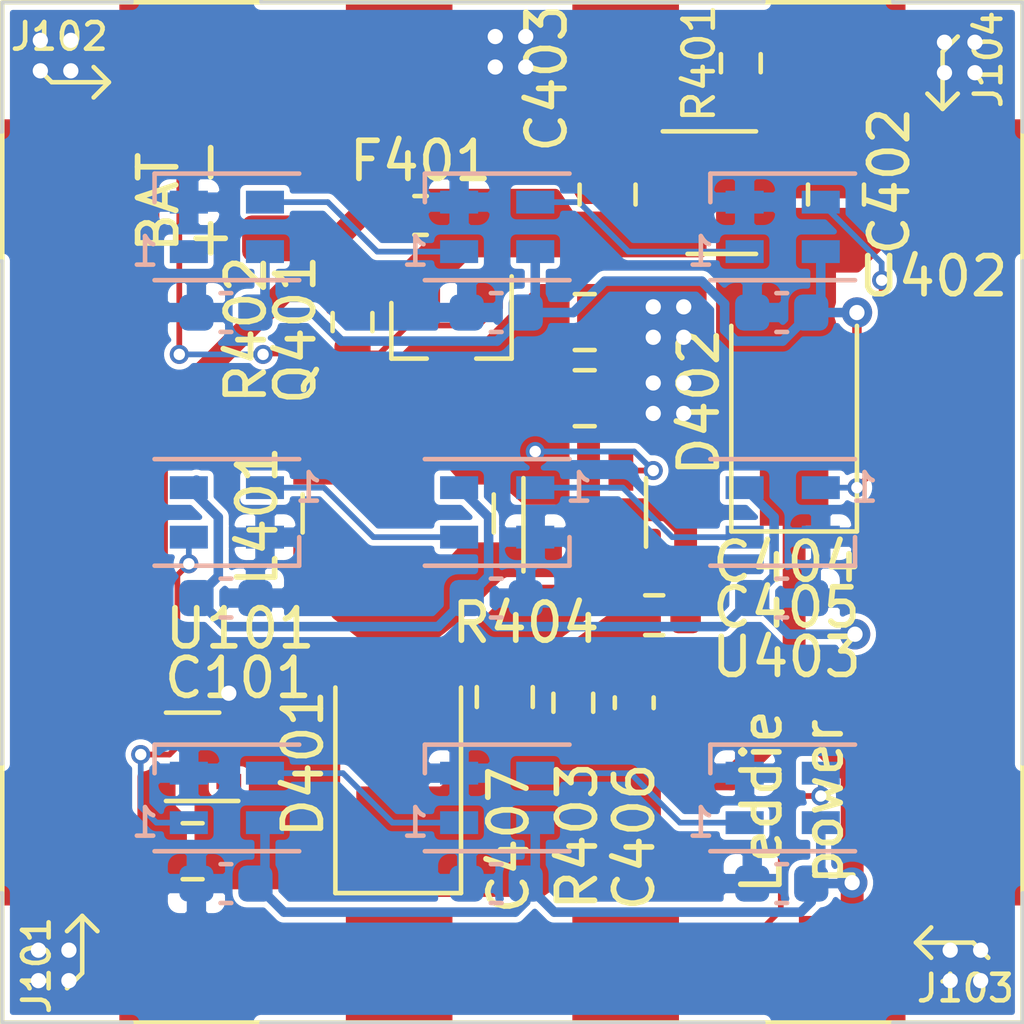
<source format=kicad_pcb>
(kicad_pcb (version 20171130) (host pcbnew 5.1.10)

  (general
    (thickness 1.6)
    (drawings 49)
    (tracks 235)
    (zones 0)
    (modules 42)
    (nets 26)
  )

  (page A4)
  (layers
    (0 F.Cu signal)
    (31 B.Cu signal hide)
    (32 B.Adhes user hide)
    (33 F.Adhes user hide)
    (34 B.Paste user hide)
    (35 F.Paste user hide)
    (36 B.SilkS user hide)
    (37 F.SilkS user)
    (38 B.Mask user hide)
    (39 F.Mask user hide)
    (40 Dwgs.User user hide)
    (41 Cmts.User user hide)
    (42 Eco1.User user hide)
    (43 Eco2.User user hide)
    (44 Edge.Cuts user hide)
    (45 Margin user hide)
    (46 B.CrtYd user hide)
    (47 F.CrtYd user hide)
    (48 B.Fab user hide)
    (49 F.Fab user hide)
  )

  (setup
    (last_trace_width 0.15)
    (user_trace_width 0.15)
    (user_trace_width 0.25)
    (user_trace_width 0.6)
    (trace_clearance 0.15)
    (zone_clearance 0.15)
    (zone_45_only no)
    (trace_min 0.15)
    (via_size 0.5)
    (via_drill 0.3)
    (via_min_size 0.4)
    (via_min_drill 0.3)
    (user_via 0.5 0.3)
    (uvia_size 0.3)
    (uvia_drill 0.1)
    (uvias_allowed no)
    (uvia_min_size 0.2)
    (uvia_min_drill 0.1)
    (edge_width 0.1)
    (segment_width 0.2)
    (pcb_text_width 0.3)
    (pcb_text_size 1.5 1.5)
    (mod_edge_width 0.15)
    (mod_text_size 1 1)
    (mod_text_width 0.15)
    (pad_size 1.524 1.524)
    (pad_drill 0.762)
    (pad_to_mask_clearance 0)
    (aux_axis_origin 0 0)
    (visible_elements FFFFFF7F)
    (pcbplotparams
      (layerselection 0x010fc_ffffffff)
      (usegerberextensions false)
      (usegerberattributes true)
      (usegerberadvancedattributes true)
      (creategerberjobfile true)
      (excludeedgelayer true)
      (linewidth 0.100000)
      (plotframeref false)
      (viasonmask false)
      (mode 1)
      (useauxorigin false)
      (hpglpennumber 1)
      (hpglpenspeed 20)
      (hpglpendiameter 15.000000)
      (psnegative false)
      (psa4output false)
      (plotreference true)
      (plotvalue true)
      (plotinvisibletext false)
      (padsonsilk false)
      (subtractmaskfromsilk false)
      (outputformat 1)
      (mirror false)
      (drillshape 1)
      (scaleselection 1)
      (outputdirectory ""))
  )

  (net 0 "")
  (net 1 GND)
  (net 2 VCPU)
  (net 3 VBUS)
  (net 4 +BATT)
  (net 5 "Net-(C406-Pad2)")
  (net 6 VLED)
  (net 7 /LED_DIN)
  (net 8 /led_substring_power/DOUT)
  (net 9 /~VLED_EN)
  (net 10 /~CHG_ACTIVE)
  (net 11 "Net-(R401-Pad1)")
  (net 12 /smps_vin)
  (net 13 /smps_sw)
  (net 14 /BP)
  (net 15 "Net-(D201-Pad1)")
  (net 16 "Net-(D202-Pad1)")
  (net 17 "Net-(D202-Pad3)")
  (net 18 "Net-(D203-Pad1)")
  (net 19 "Net-(D203-Pad3)")
  (net 20 "Net-(D204-Pad1)")
  (net 21 "Net-(D205-Pad1)")
  (net 22 "Net-(D206-Pad1)")
  (net 23 "Net-(J103-Pad3)")
  (net 24 "Net-(U101-Pad3)")
  (net 25 "Net-(U101-Pad1)")

  (net_class Default "This is the default net class."
    (clearance 0.15)
    (trace_width 0.15)
    (via_dia 0.5)
    (via_drill 0.3)
    (uvia_dia 0.3)
    (uvia_drill 0.1)
    (add_net /LED_DIN)
    (add_net /led_substring_power/DOUT)
    (add_net /~CHG_ACTIVE)
    (add_net /~VLED_EN)
    (add_net "Net-(C406-Pad2)")
    (add_net "Net-(D201-Pad1)")
    (add_net "Net-(D202-Pad1)")
    (add_net "Net-(D202-Pad3)")
    (add_net "Net-(D203-Pad1)")
    (add_net "Net-(D203-Pad3)")
    (add_net "Net-(D204-Pad1)")
    (add_net "Net-(D205-Pad1)")
    (add_net "Net-(D206-Pad1)")
    (add_net "Net-(J103-Pad3)")
    (add_net "Net-(R401-Pad1)")
    (add_net "Net-(U101-Pad1)")
    (add_net "Net-(U101-Pad3)")
  )

  (net_class Power ""
    (clearance 0.15)
    (trace_width 0.25)
    (via_dia 0.8)
    (via_drill 0.4)
    (uvia_dia 0.3)
    (uvia_drill 0.1)
    (add_net +BATT)
    (add_net /BP)
    (add_net /smps_sw)
    (add_net /smps_vin)
    (add_net GND)
    (add_net VBUS)
    (add_net VCPU)
    (add_net VLED)
  )

  (module leddie_parts:battery_connector (layer F.Cu) (tedit 60BCAF8B) (tstamp 60FC56A2)
    (at 152.2 91.6 90)
    (descr "JST PH series connector, S2B-PH-K (http://www.jst-mfg.com/product/pdf/eng/ePH.pdf), generated with kicad-footprint-generator")
    (tags "connector JST PH top entry")
    (path /60435FAB)
    (fp_text reference J405 (at 0.95 -3.15 90) (layer F.SilkS) hide
      (effects (font (size 1 1) (thickness 0.15)))
    )
    (fp_text value Battery (at 1.5 2.9 90) (layer F.Fab)
      (effects (font (size 1 1) (thickness 0.15)))
    )
    (fp_text user - (at 2 -2 90) (layer F.SilkS)
      (effects (font (size 1 1) (thickness 0.15)))
    )
    (fp_text user + (at 0 -2 90) (layer F.SilkS)
      (effects (font (size 1 1) (thickness 0.15)))
    )
    (pad 2 smd roundrect (at 2 0 90) (size 1.2 2.2) (layers F.Cu F.Paste F.Mask) (roundrect_rratio 0.208)
      (net 1 GND))
    (pad 1 smd roundrect (at 0 0 90) (size 1.2 2.2) (layers F.Cu F.Paste F.Mask) (roundrect_rratio 0.208)
      (net 14 /BP))
  )

  (module Package_TO_SOT_SMD:SOT-23-5 (layer F.Cu) (tedit 5A02FF57) (tstamp 60BCAE37)
    (at 160.1 98.8 90)
    (descr "5-pin SOT23 package")
    (tags SOT-23-5)
    (path /60465C0F)
    (attr smd)
    (fp_text reference U403 (at -3.8 5.3 180) (layer F.SilkS)
      (effects (font (size 1 1) (thickness 0.15)))
    )
    (fp_text value LM2735 (at 0 2.9 90) (layer F.Fab)
      (effects (font (size 1 1) (thickness 0.15)))
    )
    (fp_line (start -0.9 1.61) (end 0.9 1.61) (layer F.SilkS) (width 0.12))
    (fp_line (start 0.9 -1.61) (end -1.55 -1.61) (layer F.SilkS) (width 0.12))
    (fp_line (start -1.9 -1.8) (end 1.9 -1.8) (layer F.CrtYd) (width 0.05))
    (fp_line (start 1.9 -1.8) (end 1.9 1.8) (layer F.CrtYd) (width 0.05))
    (fp_line (start 1.9 1.8) (end -1.9 1.8) (layer F.CrtYd) (width 0.05))
    (fp_line (start -1.9 1.8) (end -1.9 -1.8) (layer F.CrtYd) (width 0.05))
    (fp_line (start -0.9 -0.9) (end -0.25 -1.55) (layer F.Fab) (width 0.1))
    (fp_line (start 0.9 -1.55) (end -0.25 -1.55) (layer F.Fab) (width 0.1))
    (fp_line (start -0.9 -0.9) (end -0.9 1.55) (layer F.Fab) (width 0.1))
    (fp_line (start 0.9 1.55) (end -0.9 1.55) (layer F.Fab) (width 0.1))
    (fp_line (start 0.9 -1.55) (end 0.9 1.55) (layer F.Fab) (width 0.1))
    (fp_text user %R (at 0 0) (layer F.Fab)
      (effects (font (size 0.5 0.5) (thickness 0.075)))
    )
    (pad 5 smd rect (at 1.1 -0.95 90) (size 1.06 0.65) (layers F.Cu F.Paste F.Mask)
      (net 12 /smps_vin))
    (pad 4 smd rect (at 1.1 0.95 90) (size 1.06 0.65) (layers F.Cu F.Paste F.Mask)
      (net 12 /smps_vin))
    (pad 3 smd rect (at -1.1 0.95 90) (size 1.06 0.65) (layers F.Cu F.Paste F.Mask)
      (net 5 "Net-(C406-Pad2)"))
    (pad 2 smd rect (at -1.1 0 90) (size 1.06 0.65) (layers F.Cu F.Paste F.Mask)
      (net 1 GND))
    (pad 1 smd rect (at -1.1 -0.95 90) (size 1.06 0.65) (layers F.Cu F.Paste F.Mask)
      (net 13 /smps_sw))
    (model ${KISYS3DMOD}/Package_TO_SOT_SMD.3dshapes/SOT-23-5.wrl
      (at (xyz 0 0 0))
      (scale (xyz 1 1 1))
      (rotate (xyz 0 0 0))
    )
  )

  (module Package_TO_SOT_SMD:SOT-23-5 (layer F.Cu) (tedit 5A02FF57) (tstamp 60BCAE22)
    (at 163.7 90.4)
    (descr "5-pin SOT23 package")
    (tags SOT-23-5)
    (path /604354DC)
    (attr smd)
    (fp_text reference U402 (at 5.55 2.2) (layer F.SilkS)
      (effects (font (size 1 1) (thickness 0.15)))
    )
    (fp_text value MCP73832-2 (at 0 2.9) (layer F.Fab)
      (effects (font (size 1 1) (thickness 0.15)))
    )
    (fp_line (start -0.9 1.61) (end 0.9 1.61) (layer F.SilkS) (width 0.12))
    (fp_line (start 0.9 -1.61) (end -1.55 -1.61) (layer F.SilkS) (width 0.12))
    (fp_line (start -1.9 -1.8) (end 1.9 -1.8) (layer F.CrtYd) (width 0.05))
    (fp_line (start 1.9 -1.8) (end 1.9 1.8) (layer F.CrtYd) (width 0.05))
    (fp_line (start 1.9 1.8) (end -1.9 1.8) (layer F.CrtYd) (width 0.05))
    (fp_line (start -1.9 1.8) (end -1.9 -1.8) (layer F.CrtYd) (width 0.05))
    (fp_line (start -0.9 -0.9) (end -0.25 -1.55) (layer F.Fab) (width 0.1))
    (fp_line (start 0.9 -1.55) (end -0.25 -1.55) (layer F.Fab) (width 0.1))
    (fp_line (start -0.9 -0.9) (end -0.9 1.55) (layer F.Fab) (width 0.1))
    (fp_line (start 0.9 1.55) (end -0.9 1.55) (layer F.Fab) (width 0.1))
    (fp_line (start 0.9 -1.55) (end 0.9 1.55) (layer F.Fab) (width 0.1))
    (fp_text user %R (at 0 0 90) (layer F.Fab)
      (effects (font (size 0.5 0.5) (thickness 0.075)))
    )
    (pad 5 smd rect (at 1.1 -0.95) (size 1.06 0.65) (layers F.Cu F.Paste F.Mask)
      (net 11 "Net-(R401-Pad1)"))
    (pad 4 smd rect (at 1.1 0.95) (size 1.06 0.65) (layers F.Cu F.Paste F.Mask)
      (net 3 VBUS))
    (pad 3 smd rect (at -1.1 0.95) (size 1.06 0.65) (layers F.Cu F.Paste F.Mask)
      (net 4 +BATT))
    (pad 2 smd rect (at -1.1 0) (size 1.06 0.65) (layers F.Cu F.Paste F.Mask)
      (net 1 GND))
    (pad 1 smd rect (at -1.1 -0.95) (size 1.06 0.65) (layers F.Cu F.Paste F.Mask)
      (net 10 /~CHG_ACTIVE))
    (model ${KISYS3DMOD}/Package_TO_SOT_SMD.3dshapes/SOT-23-5.wrl
      (at (xyz 0 0 0))
      (scale (xyz 1 1 1))
      (rotate (xyz 0 0 0))
    )
  )

  (module Package_TO_SOT_SMD:SOT-353_SC-70-5 (layer F.Cu) (tedit 5A02FF57) (tstamp 60BCAE0D)
    (at 149.8 105.22 180)
    (descr "SOT-353, SC-70-5")
    (tags "SOT-353 SC-70-5")
    (path /605A11F4)
    (attr smd)
    (fp_text reference U101 (at -1.25 3.37) (layer F.SilkS)
      (effects (font (size 1 1) (thickness 0.15)))
    )
    (fp_text value TPS71533__SC70 (at 0 2 180) (layer F.Fab)
      (effects (font (size 1 1) (thickness 0.15)))
    )
    (fp_line (start 0.7 -1.16) (end -1.2 -1.16) (layer F.SilkS) (width 0.12))
    (fp_line (start -0.7 1.16) (end 0.7 1.16) (layer F.SilkS) (width 0.12))
    (fp_line (start 1.6 1.4) (end 1.6 -1.4) (layer F.CrtYd) (width 0.05))
    (fp_line (start -1.6 -1.4) (end -1.6 1.4) (layer F.CrtYd) (width 0.05))
    (fp_line (start -1.6 -1.4) (end 1.6 -1.4) (layer F.CrtYd) (width 0.05))
    (fp_line (start 0.675 -1.1) (end -0.175 -1.1) (layer F.Fab) (width 0.1))
    (fp_line (start -0.675 -0.6) (end -0.675 1.1) (layer F.Fab) (width 0.1))
    (fp_line (start -1.6 1.4) (end 1.6 1.4) (layer F.CrtYd) (width 0.05))
    (fp_line (start 0.675 -1.1) (end 0.675 1.1) (layer F.Fab) (width 0.1))
    (fp_line (start 0.675 1.1) (end -0.675 1.1) (layer F.Fab) (width 0.1))
    (fp_line (start -0.175 -1.1) (end -0.675 -0.6) (layer F.Fab) (width 0.1))
    (fp_text user %R (at 0 0 90) (layer F.Fab)
      (effects (font (size 0.5 0.5) (thickness 0.075)))
    )
    (pad 5 smd rect (at 0.95 -0.65 180) (size 0.65 0.4) (layers F.Cu F.Paste F.Mask)
      (net 2 VCPU))
    (pad 4 smd rect (at 0.95 0.65 180) (size 0.65 0.4) (layers F.Cu F.Paste F.Mask)
      (net 4 +BATT))
    (pad 2 smd rect (at -0.95 0 180) (size 0.65 0.4) (layers F.Cu F.Paste F.Mask)
      (net 1 GND))
    (pad 3 smd rect (at -0.95 0.65 180) (size 0.65 0.4) (layers F.Cu F.Paste F.Mask)
      (net 24 "Net-(U101-Pad3)"))
    (pad 1 smd rect (at -0.95 -0.65 180) (size 0.65 0.4) (layers F.Cu F.Paste F.Mask)
      (net 25 "Net-(U101-Pad1)"))
    (model ${KISYS3DMOD}/Package_TO_SOT_SMD.3dshapes/SOT-353_SC-70-5.wrl
      (at (xyz 0 0 0))
      (scale (xyz 1 1 1))
      (rotate (xyz 0 0 0))
    )
  )

  (module Resistor_SMD:R_0603_1608Metric (layer F.Cu) (tedit 5F68FEEE) (tstamp 60BD22EB)
    (at 161.925 101.5)
    (descr "Resistor SMD 0603 (1608 Metric), square (rectangular) end terminal, IPC_7351 nominal, (Body size source: IPC-SM-782 page 72, https://www.pcb-3d.com/wordpress/wp-content/uploads/ipc-sm-782a_amendment_1_and_2.pdf), generated with kicad-footprint-generator")
    (tags resistor)
    (path /6046A4BC)
    (attr smd)
    (fp_text reference R404 (at -3.375 0.2) (layer F.SilkS)
      (effects (font (size 1 1) (thickness 0.15)))
    )
    (fp_text value 10k (at 0 1.43) (layer F.Fab)
      (effects (font (size 1 1) (thickness 0.15)))
    )
    (fp_line (start -0.8 0.4125) (end -0.8 -0.4125) (layer F.Fab) (width 0.1))
    (fp_line (start -0.8 -0.4125) (end 0.8 -0.4125) (layer F.Fab) (width 0.1))
    (fp_line (start 0.8 -0.4125) (end 0.8 0.4125) (layer F.Fab) (width 0.1))
    (fp_line (start 0.8 0.4125) (end -0.8 0.4125) (layer F.Fab) (width 0.1))
    (fp_line (start -0.237258 -0.5225) (end 0.237258 -0.5225) (layer F.SilkS) (width 0.12))
    (fp_line (start -0.237258 0.5225) (end 0.237258 0.5225) (layer F.SilkS) (width 0.12))
    (fp_line (start -1.48 0.73) (end -1.48 -0.73) (layer F.CrtYd) (width 0.05))
    (fp_line (start -1.48 -0.73) (end 1.48 -0.73) (layer F.CrtYd) (width 0.05))
    (fp_line (start 1.48 -0.73) (end 1.48 0.73) (layer F.CrtYd) (width 0.05))
    (fp_line (start 1.48 0.73) (end -1.48 0.73) (layer F.CrtYd) (width 0.05))
    (fp_text user %R (at 0 0) (layer F.Fab)
      (effects (font (size 0.4 0.4) (thickness 0.06)))
    )
    (pad 2 smd roundrect (at 0.825 0) (size 0.8 0.95) (layers F.Cu F.Paste F.Mask) (roundrect_rratio 0.25)
      (net 1 GND))
    (pad 1 smd roundrect (at -0.825 0) (size 0.8 0.95) (layers F.Cu F.Paste F.Mask) (roundrect_rratio 0.25)
      (net 5 "Net-(C406-Pad2)"))
    (model ${KISYS3DMOD}/Resistor_SMD.3dshapes/R_0603_1608Metric.wrl
      (at (xyz 0 0 0))
      (scale (xyz 1 1 1))
      (rotate (xyz 0 0 0))
    )
  )

  (module Resistor_SMD:R_0603_1608Metric (layer F.Cu) (tedit 5F68FEEE) (tstamp 60BCADE7)
    (at 159.8 103.8 90)
    (descr "Resistor SMD 0603 (1608 Metric), square (rectangular) end terminal, IPC_7351 nominal, (Body size source: IPC-SM-782 page 72, https://www.pcb-3d.com/wordpress/wp-content/uploads/ipc-sm-782a_amendment_1_and_2.pdf), generated with kicad-footprint-generator")
    (tags resistor)
    (path /6046A01E)
    (attr smd)
    (fp_text reference R403 (at -3.5 0.1 90) (layer F.SilkS)
      (effects (font (size 1 1) (thickness 0.15)))
    )
    (fp_text value 26k (at 0 1.43 90) (layer F.Fab)
      (effects (font (size 1 1) (thickness 0.15)))
    )
    (fp_line (start -0.8 0.4125) (end -0.8 -0.4125) (layer F.Fab) (width 0.1))
    (fp_line (start -0.8 -0.4125) (end 0.8 -0.4125) (layer F.Fab) (width 0.1))
    (fp_line (start 0.8 -0.4125) (end 0.8 0.4125) (layer F.Fab) (width 0.1))
    (fp_line (start 0.8 0.4125) (end -0.8 0.4125) (layer F.Fab) (width 0.1))
    (fp_line (start -0.237258 -0.5225) (end 0.237258 -0.5225) (layer F.SilkS) (width 0.12))
    (fp_line (start -0.237258 0.5225) (end 0.237258 0.5225) (layer F.SilkS) (width 0.12))
    (fp_line (start -1.48 0.73) (end -1.48 -0.73) (layer F.CrtYd) (width 0.05))
    (fp_line (start -1.48 -0.73) (end 1.48 -0.73) (layer F.CrtYd) (width 0.05))
    (fp_line (start 1.48 -0.73) (end 1.48 0.73) (layer F.CrtYd) (width 0.05))
    (fp_line (start 1.48 0.73) (end -1.48 0.73) (layer F.CrtYd) (width 0.05))
    (fp_text user %R (at 0 0 90) (layer F.Fab)
      (effects (font (size 0.4 0.4) (thickness 0.06)))
    )
    (pad 2 smd roundrect (at 0.825 0 90) (size 0.8 0.95) (layers F.Cu F.Paste F.Mask) (roundrect_rratio 0.25)
      (net 5 "Net-(C406-Pad2)"))
    (pad 1 smd roundrect (at -0.825 0 90) (size 0.8 0.95) (layers F.Cu F.Paste F.Mask) (roundrect_rratio 0.25)
      (net 6 VLED))
    (model ${KISYS3DMOD}/Resistor_SMD.3dshapes/R_0603_1608Metric.wrl
      (at (xyz 0 0 0))
      (scale (xyz 1 1 1))
      (rotate (xyz 0 0 0))
    )
  )

  (module Resistor_SMD:R_0603_1608Metric (layer F.Cu) (tedit 5F68FEEE) (tstamp 60BCADD6)
    (at 154 93.8 90)
    (descr "Resistor SMD 0603 (1608 Metric), square (rectangular) end terminal, IPC_7351 nominal, (Body size source: IPC-SM-782 page 72, https://www.pcb-3d.com/wordpress/wp-content/uploads/ipc-sm-782a_amendment_1_and_2.pdf), generated with kicad-footprint-generator")
    (tags resistor)
    (path /604F2B02)
    (attr smd)
    (fp_text reference R402 (at -0.2 -2.8 90) (layer F.SilkS)
      (effects (font (size 1 1) (thickness 0.15)))
    )
    (fp_text value 10k (at 0 1.43 90) (layer F.Fab)
      (effects (font (size 1 1) (thickness 0.15)))
    )
    (fp_line (start -0.8 0.4125) (end -0.8 -0.4125) (layer F.Fab) (width 0.1))
    (fp_line (start -0.8 -0.4125) (end 0.8 -0.4125) (layer F.Fab) (width 0.1))
    (fp_line (start 0.8 -0.4125) (end 0.8 0.4125) (layer F.Fab) (width 0.1))
    (fp_line (start 0.8 0.4125) (end -0.8 0.4125) (layer F.Fab) (width 0.1))
    (fp_line (start -0.237258 -0.5225) (end 0.237258 -0.5225) (layer F.SilkS) (width 0.12))
    (fp_line (start -0.237258 0.5225) (end 0.237258 0.5225) (layer F.SilkS) (width 0.12))
    (fp_line (start -1.48 0.73) (end -1.48 -0.73) (layer F.CrtYd) (width 0.05))
    (fp_line (start -1.48 -0.73) (end 1.48 -0.73) (layer F.CrtYd) (width 0.05))
    (fp_line (start 1.48 -0.73) (end 1.48 0.73) (layer F.CrtYd) (width 0.05))
    (fp_line (start 1.48 0.73) (end -1.48 0.73) (layer F.CrtYd) (width 0.05))
    (fp_text user %R (at 0 0 90) (layer F.Fab)
      (effects (font (size 0.4 0.4) (thickness 0.06)))
    )
    (pad 2 smd roundrect (at 0.825 0 90) (size 0.8 0.95) (layers F.Cu F.Paste F.Mask) (roundrect_rratio 0.25)
      (net 4 +BATT))
    (pad 1 smd roundrect (at -0.825 0 90) (size 0.8 0.95) (layers F.Cu F.Paste F.Mask) (roundrect_rratio 0.25)
      (net 9 /~VLED_EN))
    (model ${KISYS3DMOD}/Resistor_SMD.3dshapes/R_0603_1608Metric.wrl
      (at (xyz 0 0 0))
      (scale (xyz 1 1 1))
      (rotate (xyz 0 0 0))
    )
  )

  (module Resistor_SMD:R_0603_1608Metric (layer F.Cu) (tedit 5F68FEEE) (tstamp 60BCD1DF)
    (at 164.2 87 90)
    (descr "Resistor SMD 0603 (1608 Metric), square (rectangular) end terminal, IPC_7351 nominal, (Body size source: IPC-SM-782 page 72, https://www.pcb-3d.com/wordpress/wp-content/uploads/ipc-sm-782a_amendment_1_and_2.pdf), generated with kicad-footprint-generator")
    (tags resistor)
    (path /6043E48C)
    (attr smd)
    (fp_text reference R401 (at 0 -1.1 90) (layer F.SilkS)
      (effects (font (size 0.8 0.8) (thickness 0.12)))
    )
    (fp_text value 4k7 (at 0 1.43 90) (layer F.Fab)
      (effects (font (size 1 1) (thickness 0.15)))
    )
    (fp_line (start -0.8 0.4125) (end -0.8 -0.4125) (layer F.Fab) (width 0.1))
    (fp_line (start -0.8 -0.4125) (end 0.8 -0.4125) (layer F.Fab) (width 0.1))
    (fp_line (start 0.8 -0.4125) (end 0.8 0.4125) (layer F.Fab) (width 0.1))
    (fp_line (start 0.8 0.4125) (end -0.8 0.4125) (layer F.Fab) (width 0.1))
    (fp_line (start -0.237258 -0.5225) (end 0.237258 -0.5225) (layer F.SilkS) (width 0.12))
    (fp_line (start -0.237258 0.5225) (end 0.237258 0.5225) (layer F.SilkS) (width 0.12))
    (fp_line (start -1.48 0.73) (end -1.48 -0.73) (layer F.CrtYd) (width 0.05))
    (fp_line (start -1.48 -0.73) (end 1.48 -0.73) (layer F.CrtYd) (width 0.05))
    (fp_line (start 1.48 -0.73) (end 1.48 0.73) (layer F.CrtYd) (width 0.05))
    (fp_line (start 1.48 0.73) (end -1.48 0.73) (layer F.CrtYd) (width 0.05))
    (fp_text user %R (at 0 0 90) (layer F.Fab)
      (effects (font (size 0.4 0.4) (thickness 0.06)))
    )
    (pad 2 smd roundrect (at 0.825 0 90) (size 0.8 0.95) (layers F.Cu F.Paste F.Mask) (roundrect_rratio 0.25)
      (net 1 GND))
    (pad 1 smd roundrect (at -0.825 0 90) (size 0.8 0.95) (layers F.Cu F.Paste F.Mask) (roundrect_rratio 0.25)
      (net 11 "Net-(R401-Pad1)"))
    (model ${KISYS3DMOD}/Resistor_SMD.3dshapes/R_0603_1608Metric.wrl
      (at (xyz 0 0 0))
      (scale (xyz 1 1 1))
      (rotate (xyz 0 0 0))
    )
  )

  (module Package_TO_SOT_SMD:SOT-23 (layer F.Cu) (tedit 5A02FF57) (tstamp 60BCADB4)
    (at 156.6 94 270)
    (descr "SOT-23, Standard")
    (tags SOT-23)
    (path /6050E25F)
    (attr smd)
    (fp_text reference Q401 (at 0 4.1 90) (layer F.SilkS)
      (effects (font (size 1 1) (thickness 0.15)))
    )
    (fp_text value NTR4171P (at 0 2.5 90) (layer F.Fab)
      (effects (font (size 1 1) (thickness 0.15)))
    )
    (fp_line (start -0.7 -0.95) (end -0.7 1.5) (layer F.Fab) (width 0.1))
    (fp_line (start -0.15 -1.52) (end 0.7 -1.52) (layer F.Fab) (width 0.1))
    (fp_line (start -0.7 -0.95) (end -0.15 -1.52) (layer F.Fab) (width 0.1))
    (fp_line (start 0.7 -1.52) (end 0.7 1.52) (layer F.Fab) (width 0.1))
    (fp_line (start -0.7 1.52) (end 0.7 1.52) (layer F.Fab) (width 0.1))
    (fp_line (start 0.76 1.58) (end 0.76 0.65) (layer F.SilkS) (width 0.12))
    (fp_line (start 0.76 -1.58) (end 0.76 -0.65) (layer F.SilkS) (width 0.12))
    (fp_line (start -1.7 -1.75) (end 1.7 -1.75) (layer F.CrtYd) (width 0.05))
    (fp_line (start 1.7 -1.75) (end 1.7 1.75) (layer F.CrtYd) (width 0.05))
    (fp_line (start 1.7 1.75) (end -1.7 1.75) (layer F.CrtYd) (width 0.05))
    (fp_line (start -1.7 1.75) (end -1.7 -1.75) (layer F.CrtYd) (width 0.05))
    (fp_line (start 0.76 -1.58) (end -1.4 -1.58) (layer F.SilkS) (width 0.12))
    (fp_line (start 0.76 1.58) (end -0.7 1.58) (layer F.SilkS) (width 0.12))
    (fp_text user %R (at 0 0) (layer F.Fab)
      (effects (font (size 0.5 0.5) (thickness 0.075)))
    )
    (pad 3 smd rect (at 1 0 270) (size 0.9 0.8) (layers F.Cu F.Paste F.Mask)
      (net 12 /smps_vin))
    (pad 2 smd rect (at -1 0.95 270) (size 0.9 0.8) (layers F.Cu F.Paste F.Mask)
      (net 4 +BATT))
    (pad 1 smd rect (at -1 -0.95 270) (size 0.9 0.8) (layers F.Cu F.Paste F.Mask)
      (net 9 /~VLED_EN))
    (model ${KISYS3DMOD}/Package_TO_SOT_SMD.3dshapes/SOT-23.wrl
      (at (xyz 0 0 0))
      (scale (xyz 1 1 1))
      (rotate (xyz 0 0 0))
    )
  )

  (module Inductor_SMD:L_Coilcraft_LPS5030 (layer F.Cu) (tedit 5C4CB0C4) (tstamp 60BCAD9F)
    (at 155.2 98.8275 270)
    (descr "Shielded Power Inductor SMD, Coilcraft LPS5030, https://www.coilcraft.com/pdfs/lps5030.pdf, StepUp generated footprint")
    (tags inductor)
    (path /60467AC9)
    (attr smd)
    (fp_text reference L401 (at 0.0725 3.7 90) (layer F.SilkS)
      (effects (font (size 1 1) (thickness 0.15)))
    )
    (fp_text value 33u (at 0 3.8 90) (layer F.Fab)
      (effects (font (size 0.8 0.8) (thickness 0.12)))
    )
    (fp_line (start -0.5 -2.51) (end 0.5 -2.51) (layer F.SilkS) (width 0.12))
    (fp_line (start -0.5 2.51) (end 0.5 2.51) (layer F.SilkS) (width 0.12))
    (fp_line (start -1.4 -2.4) (end 1.4 -2.4) (layer F.Fab) (width 0.1))
    (fp_line (start 2.4 -1.4) (end 2.4 1.4) (layer F.Fab) (width 0.1))
    (fp_line (start 1.4 2.4) (end -1.4 2.4) (layer F.Fab) (width 0.1))
    (fp_line (start -2.4 1.4) (end -2.4 -1.4) (layer F.Fab) (width 0.1))
    (fp_line (start -2.4 -1.4) (end -1.4 -2.4) (layer F.Fab) (width 0.1))
    (fp_line (start 1.4 -2.4) (end 2.4 -1.4) (layer F.Fab) (width 0.1))
    (fp_line (start 2.4 1.4) (end 1.4 2.4) (layer F.Fab) (width 0.1))
    (fp_line (start -2.4 1.4) (end -1.4 2.4) (layer F.Fab) (width 0.1))
    (fp_line (start -3.01 -1.8) (end -1.8 -3.01) (layer F.CrtYd) (width 0.05))
    (fp_line (start -1.8 -3.01) (end 1.8 -3.01) (layer F.CrtYd) (width 0.05))
    (fp_line (start 1.8 -3.01) (end 3.01 -1.8) (layer F.CrtYd) (width 0.05))
    (fp_line (start 3.01 -1.8) (end 3.01 1.8) (layer F.CrtYd) (width 0.05))
    (fp_line (start 3.01 1.8) (end 1.8 3.01) (layer F.CrtYd) (width 0.05))
    (fp_line (start 1.8 3.01) (end -1.8 3.01) (layer F.CrtYd) (width 0.05))
    (fp_line (start -1.8 3.01) (end -3.01 1.8) (layer F.CrtYd) (width 0.05))
    (fp_line (start -3.01 1.8) (end -3.01 -1.8) (layer F.CrtYd) (width 0.05))
    (fp_text user %R (at 0 0 90) (layer F.Fab)
      (effects (font (size 1 1) (thickness 0.15)))
    )
    (pad 2 smd custom (at 2.2275 0 270) (size 1.055 3.4) (layers F.Cu F.Paste F.Mask)
      (net 13 /smps_sw) (zone_connect 2)
      (options (clearance outline) (anchor rect))
      (primitives
        (gr_poly (pts
           (xy -1.4675 -1.7) (xy -0.5275 -0.8445) (xy -0.5275 0.8445) (xy -1.4675 1.7) (xy -1.4675 2.755)
           (xy -0.5275 2.755) (xy 0.5275 1.7) (xy 0.5275 -1.7) (xy -0.5275 -2.755) (xy -1.4675 -2.755)
) (width 0))
      ))
    (pad 1 smd custom (at -2.2275 0 270) (size 1.055 3.4) (layers F.Cu F.Paste F.Mask)
      (net 12 /smps_vin) (zone_connect 2)
      (options (clearance outline) (anchor rect))
      (primitives
        (gr_poly (pts
           (xy 1.4675 -1.7) (xy 0.5275 -0.8445) (xy 0.5275 0.8445) (xy 1.4675 1.7) (xy 1.4675 2.755)
           (xy 0.5275 2.755) (xy -0.5275 1.7) (xy -0.5275 -1.7) (xy 0.5275 -2.755) (xy 1.4675 -2.755)
) (width 0))
      ))
    (model ${KISYS3DMOD}/Inductor_SMD.3dshapes/L_Coilcraft_LPS5030.wrl
      (at (xyz 0 0 0))
      (scale (xyz 1 1 1))
      (rotate (xyz 0 0 0))
    )
  )

  (module leddie_parts:leddie_edgecon_lim (layer F.Cu) (tedit 604DDF45) (tstamp 60BCB5F8)
    (at 170.1 98.8)
    (path /60674455)
    (fp_text reference J104 (at 0.6 -11.9 90) (layer F.SilkS)
      (effects (font (size 0.7 0.7) (thickness 0.12)))
    )
    (fp_text value edgecon_right (at 2.5 6.3 90) (layer F.Fab)
      (effects (font (size 1 1) (thickness 0.15)))
    )
    (fp_line (start 1.3 -7.45) (end 1.3 -4.45) (layer Cmts.User) (width 0.12))
    (fp_line (start 1.2 -10.4) (end 1.2 -7.45) (layer Cmts.User) (width 0.12))
    (fp_line (start 1.3 -13.4) (end 1.3 -10.4) (layer Cmts.User) (width 0.12))
    (fp_line (start 1.5 -13.4) (end 1.5 13.4) (layer F.SilkS) (width 0.12))
    (fp_line (start -0.2 -12.5) (end -0.6 -12.1) (layer F.SilkS) (width 0.12))
    (fp_line (start -0.6 -12.1) (end -0.6 -10.6) (layer F.SilkS) (width 0.12))
    (fp_line (start -0.6 -10.6) (end -1 -11) (layer F.SilkS) (width 0.12))
    (fp_line (start -0.6 -10.6) (end -0.2 -11) (layer F.SilkS) (width 0.12))
    (fp_text user "2.95 mm pad, 3 mm spacing" (at 4.3 2.1 90) (layer Cmts.User) hide
      (effects (font (size 1 1) (thickness 0.15)))
    )
    (pad 4 smd rect (at 0.1 8.925) (size 2.8 2.8) (layers F.Cu F.Paste F.Mask)
      (net 1 GND))
    (pad 1 smd rect (at 0.1 -8.925) (size 2.8 2.8) (layers F.Cu F.Paste F.Mask)
      (net 3 VBUS))
  )

  (module leddie_parts:leddie_edgecon (layer F.Cu) (tedit 604DCD87) (tstamp 60BCAD48)
    (at 158.2 110.7 270)
    (path /60674467)
    (fp_text reference J103 (at 0.6 -11.9) (layer F.SilkS)
      (effects (font (size 0.7 0.7) (thickness 0.12)))
    )
    (fp_text value edgecon_bottom (at 2.5 7.6) (layer F.Fab)
      (effects (font (size 1 1) (thickness 0.15)))
    )
    (fp_line (start 1.3 -7.45) (end 1.3 -4.45) (layer Cmts.User) (width 0.12))
    (fp_line (start 1.2 -10.4) (end 1.2 -7.45) (layer Cmts.User) (width 0.12))
    (fp_line (start 1.3 -13.4) (end 1.3 -10.4) (layer Cmts.User) (width 0.12))
    (fp_line (start 1.5 -13.4) (end 1.5 13.4) (layer F.SilkS) (width 0.12))
    (fp_line (start -0.2 -12.5) (end -0.6 -12.1) (layer F.SilkS) (width 0.12))
    (fp_line (start -0.6 -12.1) (end -0.6 -10.6) (layer F.SilkS) (width 0.12))
    (fp_line (start -0.6 -10.6) (end -1 -11) (layer F.SilkS) (width 0.12))
    (fp_line (start -0.6 -10.6) (end -0.2 -11) (layer F.SilkS) (width 0.12))
    (fp_text user "2.95 mm pad, 3 mm spacing" (at 4.3 2.1) (layer Cmts.User) hide
      (effects (font (size 1 1) (thickness 0.15)))
    )
    (pad 3 smd rect (at 0.1 2.975 270) (size 2.8 2.8) (layers F.Cu F.Paste F.Mask)
      (net 23 "Net-(J103-Pad3)"))
    (pad 4 smd rect (at 0.1 8.925 270) (size 2.8 2.8) (layers F.Cu F.Paste F.Mask)
      (net 1 GND))
    (pad 2 smd rect (at 0.1 -2.975 270) (size 2.8 2.8) (layers F.Cu F.Paste F.Mask)
      (net 7 /LED_DIN))
    (pad 1 smd rect (at 0.1 -8.925 270) (size 2.8 2.8) (layers F.Cu F.Paste F.Mask)
      (net 6 VLED))
  )

  (module leddie_parts:leddie_edgecon (layer F.Cu) (tedit 604DCD87) (tstamp 60BCAD37)
    (at 158.2 86.9 90)
    (path /6067445B)
    (fp_text reference J102 (at 0.6 -11.9) (layer F.SilkS)
      (effects (font (size 0.7 0.7) (thickness 0.12)))
    )
    (fp_text value edgecon_top (at 2.5 7.6) (layer F.Fab)
      (effects (font (size 1 1) (thickness 0.15)))
    )
    (fp_line (start 1.3 -7.45) (end 1.3 -4.45) (layer Cmts.User) (width 0.12))
    (fp_line (start 1.2 -10.4) (end 1.2 -7.45) (layer Cmts.User) (width 0.12))
    (fp_line (start 1.3 -13.4) (end 1.3 -10.4) (layer Cmts.User) (width 0.12))
    (fp_line (start 1.5 -13.4) (end 1.5 13.4) (layer F.SilkS) (width 0.12))
    (fp_line (start -0.2 -12.5) (end -0.6 -12.1) (layer F.SilkS) (width 0.12))
    (fp_line (start -0.6 -12.1) (end -0.6 -10.6) (layer F.SilkS) (width 0.12))
    (fp_line (start -0.6 -10.6) (end -1 -11) (layer F.SilkS) (width 0.12))
    (fp_line (start -0.6 -10.6) (end -0.2 -11) (layer F.SilkS) (width 0.12))
    (fp_text user "2.95 mm pad, 3 mm spacing" (at 4.3 2.1) (layer Cmts.User) hide
      (effects (font (size 1 1) (thickness 0.15)))
    )
    (pad 3 smd rect (at 0.1 2.975 90) (size 2.8 2.8) (layers F.Cu F.Paste F.Mask)
      (net 10 /~CHG_ACTIVE))
    (pad 4 smd rect (at 0.1 8.925 90) (size 2.8 2.8) (layers F.Cu F.Paste F.Mask)
      (net 1 GND))
    (pad 2 smd rect (at 0.1 -2.975 90) (size 2.8 2.8) (layers F.Cu F.Paste F.Mask)
      (net 9 /~VLED_EN))
    (pad 1 smd rect (at 0.1 -8.925 90) (size 2.8 2.8) (layers F.Cu F.Paste F.Mask)
      (net 4 +BATT))
  )

  (module leddie_parts:leddie_edgecon_lim (layer F.Cu) (tedit 604DDF45) (tstamp 60BCAD26)
    (at 146.3 98.8 180)
    (path /60674461)
    (fp_text reference J101 (at 0.6 -11.9 90) (layer F.SilkS)
      (effects (font (size 0.7 0.7) (thickness 0.12)))
    )
    (fp_text value edgecon_left (at 2.5 6.3 90) (layer F.Fab)
      (effects (font (size 1 1) (thickness 0.15)))
    )
    (fp_line (start 1.3 -7.45) (end 1.3 -4.45) (layer Cmts.User) (width 0.12))
    (fp_line (start 1.2 -10.4) (end 1.2 -7.45) (layer Cmts.User) (width 0.12))
    (fp_line (start 1.3 -13.4) (end 1.3 -10.4) (layer Cmts.User) (width 0.12))
    (fp_line (start 1.5 -13.4) (end 1.5 13.4) (layer F.SilkS) (width 0.12))
    (fp_line (start -0.2 -12.5) (end -0.6 -12.1) (layer F.SilkS) (width 0.12))
    (fp_line (start -0.6 -12.1) (end -0.6 -10.6) (layer F.SilkS) (width 0.12))
    (fp_line (start -0.6 -10.6) (end -1 -11) (layer F.SilkS) (width 0.12))
    (fp_line (start -0.6 -10.6) (end -0.2 -11) (layer F.SilkS) (width 0.12))
    (fp_text user "2.95 mm pad, 3 mm spacing" (at 4.3 2.1 90) (layer Cmts.User) hide
      (effects (font (size 1 1) (thickness 0.15)))
    )
    (pad 4 smd rect (at 0.1 8.925 180) (size 2.8 2.8) (layers F.Cu F.Paste F.Mask)
      (net 1 GND))
    (pad 1 smd rect (at 0.1 -8.925 180) (size 2.8 2.8) (layers F.Cu F.Paste F.Mask)
      (net 2 VCPU))
  )

  (module Fuse:Fuse_0603_1608Metric (layer F.Cu) (tedit 5F68FEF1) (tstamp 60BD2912)
    (at 155.7875 91)
    (descr "Fuse SMD 0603 (1608 Metric), square (rectangular) end terminal, IPC_7351 nominal, (Body size source: http://www.tortai-tech.com/upload/download/2011102023233369053.pdf), generated with kicad-footprint-generator")
    (tags fuse)
    (path /6045FD58)
    (attr smd)
    (fp_text reference F401 (at 0 -1.43) (layer F.SilkS)
      (effects (font (size 1 1) (thickness 0.15)))
    )
    (fp_text value 2.5A (at 0 1.43) (layer F.Fab)
      (effects (font (size 1 1) (thickness 0.15)))
    )
    (fp_line (start -0.8 0.4) (end -0.8 -0.4) (layer F.Fab) (width 0.1))
    (fp_line (start -0.8 -0.4) (end 0.8 -0.4) (layer F.Fab) (width 0.1))
    (fp_line (start 0.8 -0.4) (end 0.8 0.4) (layer F.Fab) (width 0.1))
    (fp_line (start 0.8 0.4) (end -0.8 0.4) (layer F.Fab) (width 0.1))
    (fp_line (start -0.162779 -0.51) (end 0.162779 -0.51) (layer F.SilkS) (width 0.12))
    (fp_line (start -0.162779 0.51) (end 0.162779 0.51) (layer F.SilkS) (width 0.12))
    (fp_line (start -1.48 0.73) (end -1.48 -0.73) (layer F.CrtYd) (width 0.05))
    (fp_line (start -1.48 -0.73) (end 1.48 -0.73) (layer F.CrtYd) (width 0.05))
    (fp_line (start 1.48 -0.73) (end 1.48 0.73) (layer F.CrtYd) (width 0.05))
    (fp_line (start 1.48 0.73) (end -1.48 0.73) (layer F.CrtYd) (width 0.05))
    (fp_text user %R (at 0 0) (layer F.Fab)
      (effects (font (size 0.4 0.4) (thickness 0.06)))
    )
    (pad 2 smd roundrect (at 0.7875 0) (size 0.875 0.95) (layers F.Cu F.Paste F.Mask) (roundrect_rratio 0.25)
      (net 4 +BATT))
    (pad 1 smd roundrect (at -0.7875 0) (size 0.875 0.95) (layers F.Cu F.Paste F.Mask) (roundrect_rratio 0.25)
      (net 14 /BP))
    (model ${KISYS3DMOD}/Fuse.3dshapes/Fuse_0603_1608Metric.wrl
      (at (xyz 0 0 0))
      (scale (xyz 1 1 1))
      (rotate (xyz 0 0 0))
    )
  )

  (module LED_SMD:LED_SK6805_PLCC4_2.4x2.7mm_P1.3mm (layer B.Cu) (tedit 5AA4B1EE) (tstamp 60C50F92)
    (at 150.7 91.3)
    (descr https://cdn-shop.adafruit.com/product-files/3484/3484_Datasheet.pdf)
    (tags "LED RGB NeoPixel Nano")
    (path /6058E11E/605D0E99)
    (attr smd)
    (fp_text reference D209 (at 0 2.2) (layer B.SilkS) hide
      (effects (font (size 1 1) (thickness 0.15)) (justify mirror))
    )
    (fp_text value SK6805 (at 0 -2.7) (layer B.Fab)
      (effects (font (size 1 1) (thickness 0.15)) (justify mirror))
    )
    (fp_line (start 1.75 1.45) (end -1.75 1.45) (layer B.CrtYd) (width 0.05))
    (fp_line (start 1.75 -1.45) (end 1.75 1.45) (layer B.CrtYd) (width 0.05))
    (fp_line (start -1.75 -1.45) (end 1.75 -1.45) (layer B.CrtYd) (width 0.05))
    (fp_line (start -1.75 1.45) (end -1.75 -1.45) (layer B.CrtYd) (width 0.05))
    (fp_line (start -1.35 -0.6) (end -0.75 -1.2) (layer B.Fab) (width 0.1))
    (fp_line (start -1.35 1.2) (end -1.35 -1.2) (layer B.Fab) (width 0.1))
    (fp_line (start -1.35 -1.2) (end 1.35 -1.2) (layer B.Fab) (width 0.1))
    (fp_line (start 1.35 -1.2) (end 1.35 1.2) (layer B.Fab) (width 0.1))
    (fp_line (start 1.35 1.2) (end -1.35 1.2) (layer B.Fab) (width 0.1))
    (fp_line (start -1.9 1.4) (end 1.9 1.4) (layer B.SilkS) (width 0.12))
    (fp_line (start -1.9 -1.4) (end 1.9 -1.4) (layer B.SilkS) (width 0.12))
    (fp_line (start -1.9 -1.4) (end -1.9 -0.65) (layer B.SilkS) (width 0.12))
    (fp_circle (center 0 0) (end 0 1) (layer B.Fab) (width 0.1))
    (fp_text user %R (at 0 0) (layer B.Fab)
      (effects (font (size 0.4 0.4) (thickness 0.08)) (justify mirror))
    )
    (fp_text user 1 (at -2.15 0.65) (layer B.SilkS)
      (effects (font (size 0.75 0.75) (thickness 0.12)) (justify mirror))
    )
    (pad 1 smd rect (at -1 0.65) (size 1 0.6) (layers B.Cu B.Paste B.Mask)
      (net 8 /led_substring_power/DOUT))
    (pad 2 smd rect (at -1 -0.65) (size 1 0.6) (layers B.Cu B.Paste B.Mask)
      (net 1 GND))
    (pad 4 smd rect (at 1 0.65) (size 1 0.6) (layers B.Cu B.Paste B.Mask)
      (net 6 VLED))
    (pad 3 smd rect (at 1 -0.65) (size 1 0.6) (layers B.Cu B.Paste B.Mask)
      (net 22 "Net-(D206-Pad1)"))
    (model ${KISYS3DMOD}/LED_SMD.3dshapes/LED_SK6805_PLCC4_2.4x2.7mm_P1.3mm.wrl
      (at (xyz 0 0 0))
      (scale (xyz 1 1 1))
      (rotate (xyz 0 0 0))
    )
  )

  (module LED_SMD:LED_SK6805_PLCC4_2.4x2.7mm_P1.3mm (layer B.Cu) (tedit 5AA4B1EE) (tstamp 60C513CE)
    (at 165.3 98.8 180)
    (descr https://cdn-shop.adafruit.com/product-files/3484/3484_Datasheet.pdf)
    (tags "LED RGB NeoPixel Nano")
    (path /6058E11E/605BB090)
    (attr smd)
    (fp_text reference D208 (at 0 2.2) (layer B.SilkS) hide
      (effects (font (size 1 1) (thickness 0.15)) (justify mirror))
    )
    (fp_text value SK6805 (at 0 -2.7) (layer B.Fab)
      (effects (font (size 1 1) (thickness 0.15)) (justify mirror))
    )
    (fp_line (start 1.75 1.45) (end -1.75 1.45) (layer B.CrtYd) (width 0.05))
    (fp_line (start 1.75 -1.45) (end 1.75 1.45) (layer B.CrtYd) (width 0.05))
    (fp_line (start -1.75 -1.45) (end 1.75 -1.45) (layer B.CrtYd) (width 0.05))
    (fp_line (start -1.75 1.45) (end -1.75 -1.45) (layer B.CrtYd) (width 0.05))
    (fp_line (start -1.35 -0.6) (end -0.75 -1.2) (layer B.Fab) (width 0.1))
    (fp_line (start -1.35 1.2) (end -1.35 -1.2) (layer B.Fab) (width 0.1))
    (fp_line (start -1.35 -1.2) (end 1.35 -1.2) (layer B.Fab) (width 0.1))
    (fp_line (start 1.35 -1.2) (end 1.35 1.2) (layer B.Fab) (width 0.1))
    (fp_line (start 1.35 1.2) (end -1.35 1.2) (layer B.Fab) (width 0.1))
    (fp_line (start -1.9 1.4) (end 1.9 1.4) (layer B.SilkS) (width 0.12))
    (fp_line (start -1.9 -1.4) (end 1.9 -1.4) (layer B.SilkS) (width 0.12))
    (fp_line (start -1.9 -1.4) (end -1.9 -0.65) (layer B.SilkS) (width 0.12))
    (fp_circle (center 0 0) (end 0 1) (layer B.Fab) (width 0.1))
    (fp_text user %R (at 0 0) (layer B.Fab)
      (effects (font (size 0.4 0.4) (thickness 0.08)) (justify mirror))
    )
    (fp_text user 1 (at -2.15 0.65) (layer B.SilkS)
      (effects (font (size 0.75 0.75) (thickness 0.12)) (justify mirror))
    )
    (pad 1 smd rect (at -1 0.65 180) (size 1 0.6) (layers B.Cu B.Paste B.Mask)
      (net 19 "Net-(D203-Pad3)"))
    (pad 2 smd rect (at -1 -0.65 180) (size 1 0.6) (layers B.Cu B.Paste B.Mask)
      (net 1 GND))
    (pad 4 smd rect (at 1 0.65 180) (size 1 0.6) (layers B.Cu B.Paste B.Mask)
      (net 6 VLED))
    (pad 3 smd rect (at 1 -0.65 180) (size 1 0.6) (layers B.Cu B.Paste B.Mask)
      (net 21 "Net-(D205-Pad1)"))
    (model ${KISYS3DMOD}/LED_SMD.3dshapes/LED_SK6805_PLCC4_2.4x2.7mm_P1.3mm.wrl
      (at (xyz 0 0 0))
      (scale (xyz 1 1 1))
      (rotate (xyz 0 0 0))
    )
  )

  (module LED_SMD:LED_SK6805_PLCC4_2.4x2.7mm_P1.3mm (layer B.Cu) (tedit 5AA4B1EE) (tstamp 60C510A6)
    (at 150.7 106.3)
    (descr https://cdn-shop.adafruit.com/product-files/3484/3484_Datasheet.pdf)
    (tags "LED RGB NeoPixel Nano")
    (path /6058E11E/6059DA5A)
    (attr smd)
    (fp_text reference D207 (at 0 2.2) (layer B.SilkS) hide
      (effects (font (size 1 1) (thickness 0.15)) (justify mirror))
    )
    (fp_text value SK6805 (at 0 -2.7) (layer B.Fab)
      (effects (font (size 1 1) (thickness 0.15)) (justify mirror))
    )
    (fp_line (start 1.75 1.45) (end -1.75 1.45) (layer B.CrtYd) (width 0.05))
    (fp_line (start 1.75 -1.45) (end 1.75 1.45) (layer B.CrtYd) (width 0.05))
    (fp_line (start -1.75 -1.45) (end 1.75 -1.45) (layer B.CrtYd) (width 0.05))
    (fp_line (start -1.75 1.45) (end -1.75 -1.45) (layer B.CrtYd) (width 0.05))
    (fp_line (start -1.35 -0.6) (end -0.75 -1.2) (layer B.Fab) (width 0.1))
    (fp_line (start -1.35 1.2) (end -1.35 -1.2) (layer B.Fab) (width 0.1))
    (fp_line (start -1.35 -1.2) (end 1.35 -1.2) (layer B.Fab) (width 0.1))
    (fp_line (start 1.35 -1.2) (end 1.35 1.2) (layer B.Fab) (width 0.1))
    (fp_line (start 1.35 1.2) (end -1.35 1.2) (layer B.Fab) (width 0.1))
    (fp_line (start -1.9 1.4) (end 1.9 1.4) (layer B.SilkS) (width 0.12))
    (fp_line (start -1.9 -1.4) (end 1.9 -1.4) (layer B.SilkS) (width 0.12))
    (fp_line (start -1.9 -1.4) (end -1.9 -0.65) (layer B.SilkS) (width 0.12))
    (fp_circle (center 0 0) (end 0 1) (layer B.Fab) (width 0.1))
    (fp_text user %R (at 0 0) (layer B.Fab)
      (effects (font (size 0.4 0.4) (thickness 0.08)) (justify mirror))
    )
    (fp_text user 1 (at -2.15 0.65) (layer B.SilkS)
      (effects (font (size 0.75 0.75) (thickness 0.12)) (justify mirror))
    )
    (pad 1 smd rect (at -1 0.65) (size 1 0.6) (layers B.Cu B.Paste B.Mask)
      (net 17 "Net-(D202-Pad3)"))
    (pad 2 smd rect (at -1 -0.65) (size 1 0.6) (layers B.Cu B.Paste B.Mask)
      (net 1 GND))
    (pad 4 smd rect (at 1 0.65) (size 1 0.6) (layers B.Cu B.Paste B.Mask)
      (net 6 VLED))
    (pad 3 smd rect (at 1 -0.65) (size 1 0.6) (layers B.Cu B.Paste B.Mask)
      (net 20 "Net-(D204-Pad1)"))
    (model ${KISYS3DMOD}/LED_SMD.3dshapes/LED_SK6805_PLCC4_2.4x2.7mm_P1.3mm.wrl
      (at (xyz 0 0 0))
      (scale (xyz 1 1 1))
      (rotate (xyz 0 0 0))
    )
  )

  (module LED_SMD:LED_SK6805_PLCC4_2.4x2.7mm_P1.3mm (layer B.Cu) (tedit 5AA4B1EE) (tstamp 60C5112A)
    (at 157.8 91.3)
    (descr https://cdn-shop.adafruit.com/product-files/3484/3484_Datasheet.pdf)
    (tags "LED RGB NeoPixel Nano")
    (path /6058E11E/605D0E75)
    (attr smd)
    (fp_text reference D206 (at 0 2.2) (layer B.SilkS) hide
      (effects (font (size 1 1) (thickness 0.15)) (justify mirror))
    )
    (fp_text value SK6805 (at 0 -2.7) (layer B.Fab)
      (effects (font (size 1 1) (thickness 0.15)) (justify mirror))
    )
    (fp_line (start 1.75 1.45) (end -1.75 1.45) (layer B.CrtYd) (width 0.05))
    (fp_line (start 1.75 -1.45) (end 1.75 1.45) (layer B.CrtYd) (width 0.05))
    (fp_line (start -1.75 -1.45) (end 1.75 -1.45) (layer B.CrtYd) (width 0.05))
    (fp_line (start -1.75 1.45) (end -1.75 -1.45) (layer B.CrtYd) (width 0.05))
    (fp_line (start -1.35 -0.6) (end -0.75 -1.2) (layer B.Fab) (width 0.1))
    (fp_line (start -1.35 1.2) (end -1.35 -1.2) (layer B.Fab) (width 0.1))
    (fp_line (start -1.35 -1.2) (end 1.35 -1.2) (layer B.Fab) (width 0.1))
    (fp_line (start 1.35 -1.2) (end 1.35 1.2) (layer B.Fab) (width 0.1))
    (fp_line (start 1.35 1.2) (end -1.35 1.2) (layer B.Fab) (width 0.1))
    (fp_line (start -1.9 1.4) (end 1.9 1.4) (layer B.SilkS) (width 0.12))
    (fp_line (start -1.9 -1.4) (end 1.9 -1.4) (layer B.SilkS) (width 0.12))
    (fp_line (start -1.9 -1.4) (end -1.9 -0.65) (layer B.SilkS) (width 0.12))
    (fp_circle (center 0 0) (end 0 1) (layer B.Fab) (width 0.1))
    (fp_text user %R (at 0 0) (layer B.Fab)
      (effects (font (size 0.4 0.4) (thickness 0.08)) (justify mirror))
    )
    (fp_text user 1 (at -2.15 0.65) (layer B.SilkS)
      (effects (font (size 0.75 0.75) (thickness 0.12)) (justify mirror))
    )
    (pad 1 smd rect (at -1 0.65) (size 1 0.6) (layers B.Cu B.Paste B.Mask)
      (net 22 "Net-(D206-Pad1)"))
    (pad 2 smd rect (at -1 -0.65) (size 1 0.6) (layers B.Cu B.Paste B.Mask)
      (net 1 GND))
    (pad 4 smd rect (at 1 0.65) (size 1 0.6) (layers B.Cu B.Paste B.Mask)
      (net 6 VLED))
    (pad 3 smd rect (at 1 -0.65) (size 1 0.6) (layers B.Cu B.Paste B.Mask)
      (net 18 "Net-(D203-Pad1)"))
    (model ${KISYS3DMOD}/LED_SMD.3dshapes/LED_SK6805_PLCC4_2.4x2.7mm_P1.3mm.wrl
      (at (xyz 0 0 0))
      (scale (xyz 1 1 1))
      (rotate (xyz 0 0 0))
    )
  )

  (module LED_SMD:LED_SK6805_PLCC4_2.4x2.7mm_P1.3mm (layer B.Cu) (tedit 5AA4B1EE) (tstamp 60C5129E)
    (at 157.8 98.8 180)
    (descr https://cdn-shop.adafruit.com/product-files/3484/3484_Datasheet.pdf)
    (tags "LED RGB NeoPixel Nano")
    (path /6058E11E/605BB06C)
    (attr smd)
    (fp_text reference D205 (at 0 2.2) (layer B.SilkS) hide
      (effects (font (size 1 1) (thickness 0.15)) (justify mirror))
    )
    (fp_text value SK6805 (at 0 -2.7) (layer B.Fab)
      (effects (font (size 1 1) (thickness 0.15)) (justify mirror))
    )
    (fp_line (start 1.75 1.45) (end -1.75 1.45) (layer B.CrtYd) (width 0.05))
    (fp_line (start 1.75 -1.45) (end 1.75 1.45) (layer B.CrtYd) (width 0.05))
    (fp_line (start -1.75 -1.45) (end 1.75 -1.45) (layer B.CrtYd) (width 0.05))
    (fp_line (start -1.75 1.45) (end -1.75 -1.45) (layer B.CrtYd) (width 0.05))
    (fp_line (start -1.35 -0.6) (end -0.75 -1.2) (layer B.Fab) (width 0.1))
    (fp_line (start -1.35 1.2) (end -1.35 -1.2) (layer B.Fab) (width 0.1))
    (fp_line (start -1.35 -1.2) (end 1.35 -1.2) (layer B.Fab) (width 0.1))
    (fp_line (start 1.35 -1.2) (end 1.35 1.2) (layer B.Fab) (width 0.1))
    (fp_line (start 1.35 1.2) (end -1.35 1.2) (layer B.Fab) (width 0.1))
    (fp_line (start -1.9 1.4) (end 1.9 1.4) (layer B.SilkS) (width 0.12))
    (fp_line (start -1.9 -1.4) (end 1.9 -1.4) (layer B.SilkS) (width 0.12))
    (fp_line (start -1.9 -1.4) (end -1.9 -0.65) (layer B.SilkS) (width 0.12))
    (fp_circle (center 0 0) (end 0 1) (layer B.Fab) (width 0.1))
    (fp_text user %R (at 0 0) (layer B.Fab)
      (effects (font (size 0.4 0.4) (thickness 0.08)) (justify mirror))
    )
    (fp_text user 1 (at -2.15 0.65) (layer B.SilkS)
      (effects (font (size 0.75 0.75) (thickness 0.12)) (justify mirror))
    )
    (pad 1 smd rect (at -1 0.65 180) (size 1 0.6) (layers B.Cu B.Paste B.Mask)
      (net 21 "Net-(D205-Pad1)"))
    (pad 2 smd rect (at -1 -0.65 180) (size 1 0.6) (layers B.Cu B.Paste B.Mask)
      (net 1 GND))
    (pad 4 smd rect (at 1 0.65 180) (size 1 0.6) (layers B.Cu B.Paste B.Mask)
      (net 6 VLED))
    (pad 3 smd rect (at 1 -0.65 180) (size 1 0.6) (layers B.Cu B.Paste B.Mask)
      (net 16 "Net-(D202-Pad1)"))
    (model ${KISYS3DMOD}/LED_SMD.3dshapes/LED_SK6805_PLCC4_2.4x2.7mm_P1.3mm.wrl
      (at (xyz 0 0 0))
      (scale (xyz 1 1 1))
      (rotate (xyz 0 0 0))
    )
  )

  (module LED_SMD:LED_SK6805_PLCC4_2.4x2.7mm_P1.3mm (layer B.Cu) (tedit 5AA4B1EE) (tstamp 60C5122C)
    (at 157.8 106.3)
    (descr https://cdn-shop.adafruit.com/product-files/3484/3484_Datasheet.pdf)
    (tags "LED RGB NeoPixel Nano")
    (path /6058E11E/6059476D)
    (attr smd)
    (fp_text reference D204 (at 0 2.2) (layer B.SilkS) hide
      (effects (font (size 1 1) (thickness 0.15)) (justify mirror))
    )
    (fp_text value SK6805 (at 0 -2.7) (layer B.Fab)
      (effects (font (size 1 1) (thickness 0.15)) (justify mirror))
    )
    (fp_line (start 1.75 1.45) (end -1.75 1.45) (layer B.CrtYd) (width 0.05))
    (fp_line (start 1.75 -1.45) (end 1.75 1.45) (layer B.CrtYd) (width 0.05))
    (fp_line (start -1.75 -1.45) (end 1.75 -1.45) (layer B.CrtYd) (width 0.05))
    (fp_line (start -1.75 1.45) (end -1.75 -1.45) (layer B.CrtYd) (width 0.05))
    (fp_line (start -1.35 -0.6) (end -0.75 -1.2) (layer B.Fab) (width 0.1))
    (fp_line (start -1.35 1.2) (end -1.35 -1.2) (layer B.Fab) (width 0.1))
    (fp_line (start -1.35 -1.2) (end 1.35 -1.2) (layer B.Fab) (width 0.1))
    (fp_line (start 1.35 -1.2) (end 1.35 1.2) (layer B.Fab) (width 0.1))
    (fp_line (start 1.35 1.2) (end -1.35 1.2) (layer B.Fab) (width 0.1))
    (fp_line (start -1.9 1.4) (end 1.9 1.4) (layer B.SilkS) (width 0.12))
    (fp_line (start -1.9 -1.4) (end 1.9 -1.4) (layer B.SilkS) (width 0.12))
    (fp_line (start -1.9 -1.4) (end -1.9 -0.65) (layer B.SilkS) (width 0.12))
    (fp_circle (center 0 0) (end 0 1) (layer B.Fab) (width 0.1))
    (fp_text user %R (at 0 0) (layer B.Fab)
      (effects (font (size 0.4 0.4) (thickness 0.08)) (justify mirror))
    )
    (fp_text user 1 (at -2.15 0.65) (layer B.SilkS)
      (effects (font (size 0.75 0.75) (thickness 0.12)) (justify mirror))
    )
    (pad 1 smd rect (at -1 0.65) (size 1 0.6) (layers B.Cu B.Paste B.Mask)
      (net 20 "Net-(D204-Pad1)"))
    (pad 2 smd rect (at -1 -0.65) (size 1 0.6) (layers B.Cu B.Paste B.Mask)
      (net 1 GND))
    (pad 4 smd rect (at 1 0.65) (size 1 0.6) (layers B.Cu B.Paste B.Mask)
      (net 6 VLED))
    (pad 3 smd rect (at 1 -0.65) (size 1 0.6) (layers B.Cu B.Paste B.Mask)
      (net 15 "Net-(D201-Pad1)"))
    (model ${KISYS3DMOD}/LED_SMD.3dshapes/LED_SK6805_PLCC4_2.4x2.7mm_P1.3mm.wrl
      (at (xyz 0 0 0))
      (scale (xyz 1 1 1))
      (rotate (xyz 0 0 0))
    )
  )

  (module LED_SMD:LED_SK6805_PLCC4_2.4x2.7mm_P1.3mm (layer B.Cu) (tedit 5AA4B1EE) (tstamp 60C5193A)
    (at 165.3 91.3)
    (descr https://cdn-shop.adafruit.com/product-files/3484/3484_Datasheet.pdf)
    (tags "LED RGB NeoPixel Nano")
    (path /6058E11E/605D0D05)
    (attr smd)
    (fp_text reference D203 (at 0 2.2) (layer B.SilkS) hide
      (effects (font (size 1 1) (thickness 0.15)) (justify mirror))
    )
    (fp_text value SK6805 (at 0 -2.7) (layer B.Fab)
      (effects (font (size 1 1) (thickness 0.15)) (justify mirror))
    )
    (fp_line (start 1.75 1.45) (end -1.75 1.45) (layer B.CrtYd) (width 0.05))
    (fp_line (start 1.75 -1.45) (end 1.75 1.45) (layer B.CrtYd) (width 0.05))
    (fp_line (start -1.75 -1.45) (end 1.75 -1.45) (layer B.CrtYd) (width 0.05))
    (fp_line (start -1.75 1.45) (end -1.75 -1.45) (layer B.CrtYd) (width 0.05))
    (fp_line (start -1.35 -0.6) (end -0.75 -1.2) (layer B.Fab) (width 0.1))
    (fp_line (start -1.35 1.2) (end -1.35 -1.2) (layer B.Fab) (width 0.1))
    (fp_line (start -1.35 -1.2) (end 1.35 -1.2) (layer B.Fab) (width 0.1))
    (fp_line (start 1.35 -1.2) (end 1.35 1.2) (layer B.Fab) (width 0.1))
    (fp_line (start 1.35 1.2) (end -1.35 1.2) (layer B.Fab) (width 0.1))
    (fp_line (start -1.9 1.4) (end 1.9 1.4) (layer B.SilkS) (width 0.12))
    (fp_line (start -1.9 -1.4) (end 1.9 -1.4) (layer B.SilkS) (width 0.12))
    (fp_line (start -1.9 -1.4) (end -1.9 -0.65) (layer B.SilkS) (width 0.12))
    (fp_circle (center 0 0) (end 0 1) (layer B.Fab) (width 0.1))
    (fp_text user %R (at 0 0) (layer B.Fab)
      (effects (font (size 0.4 0.4) (thickness 0.08)) (justify mirror))
    )
    (fp_text user 1 (at -2.15 0.65) (layer B.SilkS)
      (effects (font (size 0.75 0.75) (thickness 0.12)) (justify mirror))
    )
    (pad 1 smd rect (at -1 0.65) (size 1 0.6) (layers B.Cu B.Paste B.Mask)
      (net 18 "Net-(D203-Pad1)"))
    (pad 2 smd rect (at -1 -0.65) (size 1 0.6) (layers B.Cu B.Paste B.Mask)
      (net 1 GND))
    (pad 4 smd rect (at 1 0.65) (size 1 0.6) (layers B.Cu B.Paste B.Mask)
      (net 6 VLED))
    (pad 3 smd rect (at 1 -0.65) (size 1 0.6) (layers B.Cu B.Paste B.Mask)
      (net 19 "Net-(D203-Pad3)"))
    (model ${KISYS3DMOD}/LED_SMD.3dshapes/LED_SK6805_PLCC4_2.4x2.7mm_P1.3mm.wrl
      (at (xyz 0 0 0))
      (scale (xyz 1 1 1))
      (rotate (xyz 0 0 0))
    )
  )

  (module LED_SMD:LED_SK6805_PLCC4_2.4x2.7mm_P1.3mm (layer B.Cu) (tedit 5AA4B1EE) (tstamp 60C510E8)
    (at 150.7 98.8 180)
    (descr https://cdn-shop.adafruit.com/product-files/3484/3484_Datasheet.pdf)
    (tags "LED RGB NeoPixel Nano")
    (path /6058E11E/605BAFB0)
    (attr smd)
    (fp_text reference D202 (at 0 2.2) (layer B.SilkS) hide
      (effects (font (size 1 1) (thickness 0.15)) (justify mirror))
    )
    (fp_text value SK6805 (at 0 -2.7) (layer B.Fab)
      (effects (font (size 1 1) (thickness 0.15)) (justify mirror))
    )
    (fp_line (start 1.75 1.45) (end -1.75 1.45) (layer B.CrtYd) (width 0.05))
    (fp_line (start 1.75 -1.45) (end 1.75 1.45) (layer B.CrtYd) (width 0.05))
    (fp_line (start -1.75 -1.45) (end 1.75 -1.45) (layer B.CrtYd) (width 0.05))
    (fp_line (start -1.75 1.45) (end -1.75 -1.45) (layer B.CrtYd) (width 0.05))
    (fp_line (start -1.35 -0.6) (end -0.75 -1.2) (layer B.Fab) (width 0.1))
    (fp_line (start -1.35 1.2) (end -1.35 -1.2) (layer B.Fab) (width 0.1))
    (fp_line (start -1.35 -1.2) (end 1.35 -1.2) (layer B.Fab) (width 0.1))
    (fp_line (start 1.35 -1.2) (end 1.35 1.2) (layer B.Fab) (width 0.1))
    (fp_line (start 1.35 1.2) (end -1.35 1.2) (layer B.Fab) (width 0.1))
    (fp_line (start -1.9 1.4) (end 1.9 1.4) (layer B.SilkS) (width 0.12))
    (fp_line (start -1.9 -1.4) (end 1.9 -1.4) (layer B.SilkS) (width 0.12))
    (fp_line (start -1.9 -1.4) (end -1.9 -0.65) (layer B.SilkS) (width 0.12))
    (fp_circle (center 0 0) (end 0 1) (layer B.Fab) (width 0.1))
    (fp_text user %R (at 0 0) (layer B.Fab)
      (effects (font (size 0.4 0.4) (thickness 0.08)) (justify mirror))
    )
    (fp_text user 1 (at -2.15 0.65) (layer B.SilkS)
      (effects (font (size 0.75 0.75) (thickness 0.12)) (justify mirror))
    )
    (pad 1 smd rect (at -1 0.65 180) (size 1 0.6) (layers B.Cu B.Paste B.Mask)
      (net 16 "Net-(D202-Pad1)"))
    (pad 2 smd rect (at -1 -0.65 180) (size 1 0.6) (layers B.Cu B.Paste B.Mask)
      (net 1 GND))
    (pad 4 smd rect (at 1 0.65 180) (size 1 0.6) (layers B.Cu B.Paste B.Mask)
      (net 6 VLED))
    (pad 3 smd rect (at 1 -0.65 180) (size 1 0.6) (layers B.Cu B.Paste B.Mask)
      (net 17 "Net-(D202-Pad3)"))
    (model ${KISYS3DMOD}/LED_SMD.3dshapes/LED_SK6805_PLCC4_2.4x2.7mm_P1.3mm.wrl
      (at (xyz 0 0 0))
      (scale (xyz 1 1 1))
      (rotate (xyz 0 0 0))
    )
  )

  (module LED_SMD:LED_SK6805_PLCC4_2.4x2.7mm_P1.3mm (layer B.Cu) (tedit 5AA4B1EE) (tstamp 60C523EB)
    (at 165.3 106.3)
    (descr https://cdn-shop.adafruit.com/product-files/3484/3484_Datasheet.pdf)
    (tags "LED RGB NeoPixel Nano")
    (path /6058E11E/6058F359)
    (attr smd)
    (fp_text reference D201 (at 0 2.2) (layer B.SilkS) hide
      (effects (font (size 1 1) (thickness 0.15)) (justify mirror))
    )
    (fp_text value SK6805 (at 0 -2.7) (layer B.Fab)
      (effects (font (size 1 1) (thickness 0.15)) (justify mirror))
    )
    (fp_line (start 1.75 1.45) (end -1.75 1.45) (layer B.CrtYd) (width 0.05))
    (fp_line (start 1.75 -1.45) (end 1.75 1.45) (layer B.CrtYd) (width 0.05))
    (fp_line (start -1.75 -1.45) (end 1.75 -1.45) (layer B.CrtYd) (width 0.05))
    (fp_line (start -1.75 1.45) (end -1.75 -1.45) (layer B.CrtYd) (width 0.05))
    (fp_line (start -1.35 -0.6) (end -0.75 -1.2) (layer B.Fab) (width 0.1))
    (fp_line (start -1.35 1.2) (end -1.35 -1.2) (layer B.Fab) (width 0.1))
    (fp_line (start -1.35 -1.2) (end 1.35 -1.2) (layer B.Fab) (width 0.1))
    (fp_line (start 1.35 -1.2) (end 1.35 1.2) (layer B.Fab) (width 0.1))
    (fp_line (start 1.35 1.2) (end -1.35 1.2) (layer B.Fab) (width 0.1))
    (fp_line (start -1.9 1.4) (end 1.9 1.4) (layer B.SilkS) (width 0.12))
    (fp_line (start -1.9 -1.4) (end 1.9 -1.4) (layer B.SilkS) (width 0.12))
    (fp_line (start -1.9 -1.4) (end -1.9 -0.65) (layer B.SilkS) (width 0.12))
    (fp_circle (center 0 0) (end 0 1) (layer B.Fab) (width 0.1))
    (fp_text user %R (at 0 0) (layer B.Fab)
      (effects (font (size 0.4 0.4) (thickness 0.08)) (justify mirror))
    )
    (fp_text user 1 (at -2.15 0.65) (layer B.SilkS)
      (effects (font (size 0.75 0.75) (thickness 0.12)) (justify mirror))
    )
    (pad 1 smd rect (at -1 0.65) (size 1 0.6) (layers B.Cu B.Paste B.Mask)
      (net 15 "Net-(D201-Pad1)"))
    (pad 2 smd rect (at -1 -0.65) (size 1 0.6) (layers B.Cu B.Paste B.Mask)
      (net 1 GND))
    (pad 4 smd rect (at 1 0.65) (size 1 0.6) (layers B.Cu B.Paste B.Mask)
      (net 6 VLED))
    (pad 3 smd rect (at 1 -0.65) (size 1 0.6) (layers B.Cu B.Paste B.Mask)
      (net 7 /LED_DIN))
    (model ${KISYS3DMOD}/LED_SMD.3dshapes/LED_SK6805_PLCC4_2.4x2.7mm_P1.3mm.wrl
      (at (xyz 0 0 0))
      (scale (xyz 1 1 1))
      (rotate (xyz 0 0 0))
    )
  )

  (module Diode_SMD:D_SMA (layer F.Cu) (tedit 586432E5) (tstamp 60BCAC37)
    (at 165.6 95.9 90)
    (descr "Diode SMA (DO-214AC)")
    (tags "Diode SMA (DO-214AC)")
    (path /60539B27)
    (attr smd)
    (fp_text reference D402 (at 0 -2.5 90) (layer F.SilkS)
      (effects (font (size 1 1) (thickness 0.15)))
    )
    (fp_text value D_Schottky (at 0 2.6 90) (layer F.Fab)
      (effects (font (size 1 1) (thickness 0.15)))
    )
    (fp_line (start -3.4 -1.65) (end -3.4 1.65) (layer F.SilkS) (width 0.12))
    (fp_line (start 2.3 1.5) (end -2.3 1.5) (layer F.Fab) (width 0.1))
    (fp_line (start -2.3 1.5) (end -2.3 -1.5) (layer F.Fab) (width 0.1))
    (fp_line (start 2.3 -1.5) (end 2.3 1.5) (layer F.Fab) (width 0.1))
    (fp_line (start 2.3 -1.5) (end -2.3 -1.5) (layer F.Fab) (width 0.1))
    (fp_line (start -3.5 -1.75) (end 3.5 -1.75) (layer F.CrtYd) (width 0.05))
    (fp_line (start 3.5 -1.75) (end 3.5 1.75) (layer F.CrtYd) (width 0.05))
    (fp_line (start 3.5 1.75) (end -3.5 1.75) (layer F.CrtYd) (width 0.05))
    (fp_line (start -3.5 1.75) (end -3.5 -1.75) (layer F.CrtYd) (width 0.05))
    (fp_line (start -0.64944 0.00102) (end -1.55114 0.00102) (layer F.Fab) (width 0.1))
    (fp_line (start 0.50118 0.00102) (end 1.4994 0.00102) (layer F.Fab) (width 0.1))
    (fp_line (start -0.64944 -0.79908) (end -0.64944 0.80112) (layer F.Fab) (width 0.1))
    (fp_line (start 0.50118 0.75032) (end 0.50118 -0.79908) (layer F.Fab) (width 0.1))
    (fp_line (start -0.64944 0.00102) (end 0.50118 0.75032) (layer F.Fab) (width 0.1))
    (fp_line (start -0.64944 0.00102) (end 0.50118 -0.79908) (layer F.Fab) (width 0.1))
    (fp_line (start -3.4 1.65) (end 2 1.65) (layer F.SilkS) (width 0.12))
    (fp_line (start -3.4 -1.65) (end 2 -1.65) (layer F.SilkS) (width 0.12))
    (fp_text user %R (at 0 -2.5 90) (layer F.Fab)
      (effects (font (size 1 1) (thickness 0.15)))
    )
    (pad 2 smd rect (at 2 0 90) (size 2.5 1.8) (layers F.Cu F.Paste F.Mask)
      (net 3 VBUS))
    (pad 1 smd rect (at -2 0 90) (size 2.5 1.8) (layers F.Cu F.Paste F.Mask)
      (net 6 VLED))
    (model ${KISYS3DMOD}/Diode_SMD.3dshapes/D_SMA.wrl
      (at (xyz 0 0 0))
      (scale (xyz 1 1 1))
      (rotate (xyz 0 0 0))
    )
  )

  (module Diode_SMD:D_SMA (layer F.Cu) (tedit 586432E5) (tstamp 60BCAC1F)
    (at 155.2 105.4 90)
    (descr "Diode SMA (DO-214AC)")
    (tags "Diode SMA (DO-214AC)")
    (path /6046955A)
    (attr smd)
    (fp_text reference D401 (at 0 -2.5 90) (layer F.SilkS)
      (effects (font (size 1 1) (thickness 0.15)))
    )
    (fp_text value D_Schottky (at 0 2.6 90) (layer F.Fab)
      (effects (font (size 1 1) (thickness 0.15)))
    )
    (fp_line (start -3.4 -1.65) (end -3.4 1.65) (layer F.SilkS) (width 0.12))
    (fp_line (start 2.3 1.5) (end -2.3 1.5) (layer F.Fab) (width 0.1))
    (fp_line (start -2.3 1.5) (end -2.3 -1.5) (layer F.Fab) (width 0.1))
    (fp_line (start 2.3 -1.5) (end 2.3 1.5) (layer F.Fab) (width 0.1))
    (fp_line (start 2.3 -1.5) (end -2.3 -1.5) (layer F.Fab) (width 0.1))
    (fp_line (start -3.5 -1.75) (end 3.5 -1.75) (layer F.CrtYd) (width 0.05))
    (fp_line (start 3.5 -1.75) (end 3.5 1.75) (layer F.CrtYd) (width 0.05))
    (fp_line (start 3.5 1.75) (end -3.5 1.75) (layer F.CrtYd) (width 0.05))
    (fp_line (start -3.5 1.75) (end -3.5 -1.75) (layer F.CrtYd) (width 0.05))
    (fp_line (start -0.64944 0.00102) (end -1.55114 0.00102) (layer F.Fab) (width 0.1))
    (fp_line (start 0.50118 0.00102) (end 1.4994 0.00102) (layer F.Fab) (width 0.1))
    (fp_line (start -0.64944 -0.79908) (end -0.64944 0.80112) (layer F.Fab) (width 0.1))
    (fp_line (start 0.50118 0.75032) (end 0.50118 -0.79908) (layer F.Fab) (width 0.1))
    (fp_line (start -0.64944 0.00102) (end 0.50118 0.75032) (layer F.Fab) (width 0.1))
    (fp_line (start -0.64944 0.00102) (end 0.50118 -0.79908) (layer F.Fab) (width 0.1))
    (fp_line (start -3.4 1.65) (end 2 1.65) (layer F.SilkS) (width 0.12))
    (fp_line (start -3.4 -1.65) (end 2 -1.65) (layer F.SilkS) (width 0.12))
    (fp_text user %R (at 0 -2.5 90) (layer F.Fab)
      (effects (font (size 1 1) (thickness 0.15)))
    )
    (pad 2 smd rect (at 2 0 90) (size 2.5 1.8) (layers F.Cu F.Paste F.Mask)
      (net 13 /smps_sw))
    (pad 1 smd rect (at -2 0 90) (size 2.5 1.8) (layers F.Cu F.Paste F.Mask)
      (net 6 VLED))
    (model ${KISYS3DMOD}/Diode_SMD.3dshapes/D_SMA.wrl
      (at (xyz 0 0 0))
      (scale (xyz 1 1 1))
      (rotate (xyz 0 0 0))
    )
  )

  (module Capacitor_SMD:C_0603_1608Metric (layer B.Cu) (tedit 5F68FEEE) (tstamp 60C51196)
    (at 150.675 93.55 180)
    (descr "Capacitor SMD 0603 (1608 Metric), square (rectangular) end terminal, IPC_7351 nominal, (Body size source: IPC-SM-782 page 76, https://www.pcb-3d.com/wordpress/wp-content/uploads/ipc-sm-782a_amendment_1_and_2.pdf), generated with kicad-footprint-generator")
    (tags capacitor)
    (path /6058E11E/605D0EA3)
    (attr smd)
    (fp_text reference C209 (at 0 1.43) (layer B.SilkS) hide
      (effects (font (size 1 1) (thickness 0.15)) (justify mirror))
    )
    (fp_text value 100n (at 0 -1.43) (layer B.Fab)
      (effects (font (size 1 1) (thickness 0.15)) (justify mirror))
    )
    (fp_line (start -0.8 -0.4) (end -0.8 0.4) (layer B.Fab) (width 0.1))
    (fp_line (start -0.8 0.4) (end 0.8 0.4) (layer B.Fab) (width 0.1))
    (fp_line (start 0.8 0.4) (end 0.8 -0.4) (layer B.Fab) (width 0.1))
    (fp_line (start 0.8 -0.4) (end -0.8 -0.4) (layer B.Fab) (width 0.1))
    (fp_line (start -0.14058 0.51) (end 0.14058 0.51) (layer B.SilkS) (width 0.12))
    (fp_line (start -0.14058 -0.51) (end 0.14058 -0.51) (layer B.SilkS) (width 0.12))
    (fp_line (start -1.48 -0.73) (end -1.48 0.73) (layer B.CrtYd) (width 0.05))
    (fp_line (start -1.48 0.73) (end 1.48 0.73) (layer B.CrtYd) (width 0.05))
    (fp_line (start 1.48 0.73) (end 1.48 -0.73) (layer B.CrtYd) (width 0.05))
    (fp_line (start 1.48 -0.73) (end -1.48 -0.73) (layer B.CrtYd) (width 0.05))
    (fp_text user %R (at 0 0) (layer B.Fab)
      (effects (font (size 0.4 0.4) (thickness 0.06)) (justify mirror))
    )
    (pad 2 smd roundrect (at 0.775 0 180) (size 0.9 0.95) (layers B.Cu B.Paste B.Mask) (roundrect_rratio 0.25)
      (net 1 GND))
    (pad 1 smd roundrect (at -0.775 0 180) (size 0.9 0.95) (layers B.Cu B.Paste B.Mask) (roundrect_rratio 0.25)
      (net 6 VLED))
    (model ${KISYS3DMOD}/Capacitor_SMD.3dshapes/C_0603_1608Metric.wrl
      (at (xyz 0 0 0))
      (scale (xyz 1 1 1))
      (rotate (xyz 0 0 0))
    )
  )

  (module Capacitor_SMD:C_0603_1608Metric (layer B.Cu) (tedit 5F68FEEE) (tstamp 60C5140A)
    (at 165.275 101.05)
    (descr "Capacitor SMD 0603 (1608 Metric), square (rectangular) end terminal, IPC_7351 nominal, (Body size source: IPC-SM-782 page 76, https://www.pcb-3d.com/wordpress/wp-content/uploads/ipc-sm-782a_amendment_1_and_2.pdf), generated with kicad-footprint-generator")
    (tags capacitor)
    (path /6058E11E/605BB09A)
    (attr smd)
    (fp_text reference C208 (at 0 1.43) (layer B.SilkS) hide
      (effects (font (size 1 1) (thickness 0.15)) (justify mirror))
    )
    (fp_text value 100n (at 0 -1.43) (layer B.Fab)
      (effects (font (size 1 1) (thickness 0.15)) (justify mirror))
    )
    (fp_line (start -0.8 -0.4) (end -0.8 0.4) (layer B.Fab) (width 0.1))
    (fp_line (start -0.8 0.4) (end 0.8 0.4) (layer B.Fab) (width 0.1))
    (fp_line (start 0.8 0.4) (end 0.8 -0.4) (layer B.Fab) (width 0.1))
    (fp_line (start 0.8 -0.4) (end -0.8 -0.4) (layer B.Fab) (width 0.1))
    (fp_line (start -0.14058 0.51) (end 0.14058 0.51) (layer B.SilkS) (width 0.12))
    (fp_line (start -0.14058 -0.51) (end 0.14058 -0.51) (layer B.SilkS) (width 0.12))
    (fp_line (start -1.48 -0.73) (end -1.48 0.73) (layer B.CrtYd) (width 0.05))
    (fp_line (start -1.48 0.73) (end 1.48 0.73) (layer B.CrtYd) (width 0.05))
    (fp_line (start 1.48 0.73) (end 1.48 -0.73) (layer B.CrtYd) (width 0.05))
    (fp_line (start 1.48 -0.73) (end -1.48 -0.73) (layer B.CrtYd) (width 0.05))
    (fp_text user %R (at 0 0) (layer B.Fab)
      (effects (font (size 0.4 0.4) (thickness 0.06)) (justify mirror))
    )
    (pad 2 smd roundrect (at 0.775 0) (size 0.9 0.95) (layers B.Cu B.Paste B.Mask) (roundrect_rratio 0.25)
      (net 1 GND))
    (pad 1 smd roundrect (at -0.775 0) (size 0.9 0.95) (layers B.Cu B.Paste B.Mask) (roundrect_rratio 0.25)
      (net 6 VLED))
    (model ${KISYS3DMOD}/Capacitor_SMD.3dshapes/C_0603_1608Metric.wrl
      (at (xyz 0 0 0))
      (scale (xyz 1 1 1))
      (rotate (xyz 0 0 0))
    )
  )

  (module Capacitor_SMD:C_0603_1608Metric (layer B.Cu) (tedit 5F68FEEE) (tstamp 60C51040)
    (at 150.675 108.55 180)
    (descr "Capacitor SMD 0603 (1608 Metric), square (rectangular) end terminal, IPC_7351 nominal, (Body size source: IPC-SM-782 page 76, https://www.pcb-3d.com/wordpress/wp-content/uploads/ipc-sm-782a_amendment_1_and_2.pdf), generated with kicad-footprint-generator")
    (tags capacitor)
    (path /6058E11E/6059DAEA)
    (attr smd)
    (fp_text reference C207 (at 0 1.43) (layer B.SilkS) hide
      (effects (font (size 1 1) (thickness 0.15)) (justify mirror))
    )
    (fp_text value 100n (at 0 -1.43) (layer B.Fab)
      (effects (font (size 1 1) (thickness 0.15)) (justify mirror))
    )
    (fp_line (start -0.8 -0.4) (end -0.8 0.4) (layer B.Fab) (width 0.1))
    (fp_line (start -0.8 0.4) (end 0.8 0.4) (layer B.Fab) (width 0.1))
    (fp_line (start 0.8 0.4) (end 0.8 -0.4) (layer B.Fab) (width 0.1))
    (fp_line (start 0.8 -0.4) (end -0.8 -0.4) (layer B.Fab) (width 0.1))
    (fp_line (start -0.14058 0.51) (end 0.14058 0.51) (layer B.SilkS) (width 0.12))
    (fp_line (start -0.14058 -0.51) (end 0.14058 -0.51) (layer B.SilkS) (width 0.12))
    (fp_line (start -1.48 -0.73) (end -1.48 0.73) (layer B.CrtYd) (width 0.05))
    (fp_line (start -1.48 0.73) (end 1.48 0.73) (layer B.CrtYd) (width 0.05))
    (fp_line (start 1.48 0.73) (end 1.48 -0.73) (layer B.CrtYd) (width 0.05))
    (fp_line (start 1.48 -0.73) (end -1.48 -0.73) (layer B.CrtYd) (width 0.05))
    (fp_text user %R (at 0 0) (layer B.Fab)
      (effects (font (size 0.4 0.4) (thickness 0.06)) (justify mirror))
    )
    (pad 2 smd roundrect (at 0.775 0 180) (size 0.9 0.95) (layers B.Cu B.Paste B.Mask) (roundrect_rratio 0.25)
      (net 1 GND))
    (pad 1 smd roundrect (at -0.775 0 180) (size 0.9 0.95) (layers B.Cu B.Paste B.Mask) (roundrect_rratio 0.25)
      (net 6 VLED))
    (model ${KISYS3DMOD}/Capacitor_SMD.3dshapes/C_0603_1608Metric.wrl
      (at (xyz 0 0 0))
      (scale (xyz 1 1 1))
      (rotate (xyz 0 0 0))
    )
  )

  (module Capacitor_SMD:C_0603_1608Metric (layer B.Cu) (tedit 5F68FEEE) (tstamp 60C512DA)
    (at 157.775 93.55 180)
    (descr "Capacitor SMD 0603 (1608 Metric), square (rectangular) end terminal, IPC_7351 nominal, (Body size source: IPC-SM-782 page 76, https://www.pcb-3d.com/wordpress/wp-content/uploads/ipc-sm-782a_amendment_1_and_2.pdf), generated with kicad-footprint-generator")
    (tags capacitor)
    (path /6058E11E/605D0E7F)
    (attr smd)
    (fp_text reference C206 (at 0 1.43) (layer B.SilkS) hide
      (effects (font (size 1 1) (thickness 0.15)) (justify mirror))
    )
    (fp_text value 100n (at 0 -1.43) (layer B.Fab)
      (effects (font (size 1 1) (thickness 0.15)) (justify mirror))
    )
    (fp_line (start -0.8 -0.4) (end -0.8 0.4) (layer B.Fab) (width 0.1))
    (fp_line (start -0.8 0.4) (end 0.8 0.4) (layer B.Fab) (width 0.1))
    (fp_line (start 0.8 0.4) (end 0.8 -0.4) (layer B.Fab) (width 0.1))
    (fp_line (start 0.8 -0.4) (end -0.8 -0.4) (layer B.Fab) (width 0.1))
    (fp_line (start -0.14058 0.51) (end 0.14058 0.51) (layer B.SilkS) (width 0.12))
    (fp_line (start -0.14058 -0.51) (end 0.14058 -0.51) (layer B.SilkS) (width 0.12))
    (fp_line (start -1.48 -0.73) (end -1.48 0.73) (layer B.CrtYd) (width 0.05))
    (fp_line (start -1.48 0.73) (end 1.48 0.73) (layer B.CrtYd) (width 0.05))
    (fp_line (start 1.48 0.73) (end 1.48 -0.73) (layer B.CrtYd) (width 0.05))
    (fp_line (start 1.48 -0.73) (end -1.48 -0.73) (layer B.CrtYd) (width 0.05))
    (fp_text user %R (at 0 0) (layer B.Fab)
      (effects (font (size 0.4 0.4) (thickness 0.06)) (justify mirror))
    )
    (pad 2 smd roundrect (at 0.775 0 180) (size 0.9 0.95) (layers B.Cu B.Paste B.Mask) (roundrect_rratio 0.25)
      (net 1 GND))
    (pad 1 smd roundrect (at -0.775 0 180) (size 0.9 0.95) (layers B.Cu B.Paste B.Mask) (roundrect_rratio 0.25)
      (net 6 VLED))
    (model ${KISYS3DMOD}/Capacitor_SMD.3dshapes/C_0603_1608Metric.wrl
      (at (xyz 0 0 0))
      (scale (xyz 1 1 1))
      (rotate (xyz 0 0 0))
    )
  )

  (module Capacitor_SMD:C_0603_1608Metric (layer B.Cu) (tedit 5F68FEEE) (tstamp 60C51070)
    (at 157.775 101.05)
    (descr "Capacitor SMD 0603 (1608 Metric), square (rectangular) end terminal, IPC_7351 nominal, (Body size source: IPC-SM-782 page 76, https://www.pcb-3d.com/wordpress/wp-content/uploads/ipc-sm-782a_amendment_1_and_2.pdf), generated with kicad-footprint-generator")
    (tags capacitor)
    (path /6058E11E/605BB076)
    (attr smd)
    (fp_text reference C205 (at 0 1.43) (layer B.SilkS) hide
      (effects (font (size 1 1) (thickness 0.15)) (justify mirror))
    )
    (fp_text value 100n (at 0 -1.43) (layer B.Fab)
      (effects (font (size 1 1) (thickness 0.15)) (justify mirror))
    )
    (fp_line (start -0.8 -0.4) (end -0.8 0.4) (layer B.Fab) (width 0.1))
    (fp_line (start -0.8 0.4) (end 0.8 0.4) (layer B.Fab) (width 0.1))
    (fp_line (start 0.8 0.4) (end 0.8 -0.4) (layer B.Fab) (width 0.1))
    (fp_line (start 0.8 -0.4) (end -0.8 -0.4) (layer B.Fab) (width 0.1))
    (fp_line (start -0.14058 0.51) (end 0.14058 0.51) (layer B.SilkS) (width 0.12))
    (fp_line (start -0.14058 -0.51) (end 0.14058 -0.51) (layer B.SilkS) (width 0.12))
    (fp_line (start -1.48 -0.73) (end -1.48 0.73) (layer B.CrtYd) (width 0.05))
    (fp_line (start -1.48 0.73) (end 1.48 0.73) (layer B.CrtYd) (width 0.05))
    (fp_line (start 1.48 0.73) (end 1.48 -0.73) (layer B.CrtYd) (width 0.05))
    (fp_line (start 1.48 -0.73) (end -1.48 -0.73) (layer B.CrtYd) (width 0.05))
    (fp_text user %R (at 0 0) (layer B.Fab)
      (effects (font (size 0.4 0.4) (thickness 0.06)) (justify mirror))
    )
    (pad 2 smd roundrect (at 0.775 0) (size 0.9 0.95) (layers B.Cu B.Paste B.Mask) (roundrect_rratio 0.25)
      (net 1 GND))
    (pad 1 smd roundrect (at -0.775 0) (size 0.9 0.95) (layers B.Cu B.Paste B.Mask) (roundrect_rratio 0.25)
      (net 6 VLED))
    (model ${KISYS3DMOD}/Capacitor_SMD.3dshapes/C_0603_1608Metric.wrl
      (at (xyz 0 0 0))
      (scale (xyz 1 1 1))
      (rotate (xyz 0 0 0))
    )
  )

  (module Capacitor_SMD:C_0603_1608Metric (layer B.Cu) (tedit 5F68FEEE) (tstamp 60C511F6)
    (at 157.775 108.55 180)
    (descr "Capacitor SMD 0603 (1608 Metric), square (rectangular) end terminal, IPC_7351 nominal, (Body size source: IPC-SM-782 page 76, https://www.pcb-3d.com/wordpress/wp-content/uploads/ipc-sm-782a_amendment_1_and_2.pdf), generated with kicad-footprint-generator")
    (tags capacitor)
    (path /6058E11E/605947C1)
    (attr smd)
    (fp_text reference C204 (at 0 1.43) (layer B.SilkS) hide
      (effects (font (size 1 1) (thickness 0.15)) (justify mirror))
    )
    (fp_text value 100n (at 0 -1.43) (layer B.Fab)
      (effects (font (size 1 1) (thickness 0.15)) (justify mirror))
    )
    (fp_line (start -0.8 -0.4) (end -0.8 0.4) (layer B.Fab) (width 0.1))
    (fp_line (start -0.8 0.4) (end 0.8 0.4) (layer B.Fab) (width 0.1))
    (fp_line (start 0.8 0.4) (end 0.8 -0.4) (layer B.Fab) (width 0.1))
    (fp_line (start 0.8 -0.4) (end -0.8 -0.4) (layer B.Fab) (width 0.1))
    (fp_line (start -0.14058 0.51) (end 0.14058 0.51) (layer B.SilkS) (width 0.12))
    (fp_line (start -0.14058 -0.51) (end 0.14058 -0.51) (layer B.SilkS) (width 0.12))
    (fp_line (start -1.48 -0.73) (end -1.48 0.73) (layer B.CrtYd) (width 0.05))
    (fp_line (start -1.48 0.73) (end 1.48 0.73) (layer B.CrtYd) (width 0.05))
    (fp_line (start 1.48 0.73) (end 1.48 -0.73) (layer B.CrtYd) (width 0.05))
    (fp_line (start 1.48 -0.73) (end -1.48 -0.73) (layer B.CrtYd) (width 0.05))
    (fp_text user %R (at 0 0) (layer B.Fab)
      (effects (font (size 0.4 0.4) (thickness 0.06)) (justify mirror))
    )
    (pad 2 smd roundrect (at 0.775 0 180) (size 0.9 0.95) (layers B.Cu B.Paste B.Mask) (roundrect_rratio 0.25)
      (net 1 GND))
    (pad 1 smd roundrect (at -0.775 0 180) (size 0.9 0.95) (layers B.Cu B.Paste B.Mask) (roundrect_rratio 0.25)
      (net 6 VLED))
    (model ${KISYS3DMOD}/Capacitor_SMD.3dshapes/C_0603_1608Metric.wrl
      (at (xyz 0 0 0))
      (scale (xyz 1 1 1))
      (rotate (xyz 0 0 0))
    )
  )

  (module Capacitor_SMD:C_0603_1608Metric (layer B.Cu) (tedit 5F68FEEE) (tstamp 60C51976)
    (at 165.275 93.55 180)
    (descr "Capacitor SMD 0603 (1608 Metric), square (rectangular) end terminal, IPC_7351 nominal, (Body size source: IPC-SM-782 page 76, https://www.pcb-3d.com/wordpress/wp-content/uploads/ipc-sm-782a_amendment_1_and_2.pdf), generated with kicad-footprint-generator")
    (tags capacitor)
    (path /6058E11E/605D0E65)
    (attr smd)
    (fp_text reference C203 (at 0 1.43) (layer B.SilkS) hide
      (effects (font (size 1 1) (thickness 0.15)) (justify mirror))
    )
    (fp_text value 100n (at 0 -1.43) (layer B.Fab)
      (effects (font (size 1 1) (thickness 0.15)) (justify mirror))
    )
    (fp_line (start -0.8 -0.4) (end -0.8 0.4) (layer B.Fab) (width 0.1))
    (fp_line (start -0.8 0.4) (end 0.8 0.4) (layer B.Fab) (width 0.1))
    (fp_line (start 0.8 0.4) (end 0.8 -0.4) (layer B.Fab) (width 0.1))
    (fp_line (start 0.8 -0.4) (end -0.8 -0.4) (layer B.Fab) (width 0.1))
    (fp_line (start -0.14058 0.51) (end 0.14058 0.51) (layer B.SilkS) (width 0.12))
    (fp_line (start -0.14058 -0.51) (end 0.14058 -0.51) (layer B.SilkS) (width 0.12))
    (fp_line (start -1.48 -0.73) (end -1.48 0.73) (layer B.CrtYd) (width 0.05))
    (fp_line (start -1.48 0.73) (end 1.48 0.73) (layer B.CrtYd) (width 0.05))
    (fp_line (start 1.48 0.73) (end 1.48 -0.73) (layer B.CrtYd) (width 0.05))
    (fp_line (start 1.48 -0.73) (end -1.48 -0.73) (layer B.CrtYd) (width 0.05))
    (fp_text user %R (at 0 0) (layer B.Fab)
      (effects (font (size 0.4 0.4) (thickness 0.06)) (justify mirror))
    )
    (pad 2 smd roundrect (at 0.775 0 180) (size 0.9 0.95) (layers B.Cu B.Paste B.Mask) (roundrect_rratio 0.25)
      (net 1 GND))
    (pad 1 smd roundrect (at -0.775 0 180) (size 0.9 0.95) (layers B.Cu B.Paste B.Mask) (roundrect_rratio 0.25)
      (net 6 VLED))
    (model ${KISYS3DMOD}/Capacitor_SMD.3dshapes/C_0603_1608Metric.wrl
      (at (xyz 0 0 0))
      (scale (xyz 1 1 1))
      (rotate (xyz 0 0 0))
    )
  )

  (module Capacitor_SMD:C_0603_1608Metric (layer B.Cu) (tedit 5F68FEEE) (tstamp 60C51010)
    (at 150.675 101.05)
    (descr "Capacitor SMD 0603 (1608 Metric), square (rectangular) end terminal, IPC_7351 nominal, (Body size source: IPC-SM-782 page 76, https://www.pcb-3d.com/wordpress/wp-content/uploads/ipc-sm-782a_amendment_1_and_2.pdf), generated with kicad-footprint-generator")
    (tags capacitor)
    (path /6058E11E/605BB05C)
    (attr smd)
    (fp_text reference C202 (at 0 1.43) (layer B.SilkS) hide
      (effects (font (size 1 1) (thickness 0.15)) (justify mirror))
    )
    (fp_text value 100n (at 0 -1.43) (layer B.Fab)
      (effects (font (size 1 1) (thickness 0.15)) (justify mirror))
    )
    (fp_line (start -0.8 -0.4) (end -0.8 0.4) (layer B.Fab) (width 0.1))
    (fp_line (start -0.8 0.4) (end 0.8 0.4) (layer B.Fab) (width 0.1))
    (fp_line (start 0.8 0.4) (end 0.8 -0.4) (layer B.Fab) (width 0.1))
    (fp_line (start 0.8 -0.4) (end -0.8 -0.4) (layer B.Fab) (width 0.1))
    (fp_line (start -0.14058 0.51) (end 0.14058 0.51) (layer B.SilkS) (width 0.12))
    (fp_line (start -0.14058 -0.51) (end 0.14058 -0.51) (layer B.SilkS) (width 0.12))
    (fp_line (start -1.48 -0.73) (end -1.48 0.73) (layer B.CrtYd) (width 0.05))
    (fp_line (start -1.48 0.73) (end 1.48 0.73) (layer B.CrtYd) (width 0.05))
    (fp_line (start 1.48 0.73) (end 1.48 -0.73) (layer B.CrtYd) (width 0.05))
    (fp_line (start 1.48 -0.73) (end -1.48 -0.73) (layer B.CrtYd) (width 0.05))
    (fp_text user %R (at 0 0) (layer B.Fab)
      (effects (font (size 0.4 0.4) (thickness 0.06)) (justify mirror))
    )
    (pad 2 smd roundrect (at 0.775 0) (size 0.9 0.95) (layers B.Cu B.Paste B.Mask) (roundrect_rratio 0.25)
      (net 1 GND))
    (pad 1 smd roundrect (at -0.775 0) (size 0.9 0.95) (layers B.Cu B.Paste B.Mask) (roundrect_rratio 0.25)
      (net 6 VLED))
    (model ${KISYS3DMOD}/Capacitor_SMD.3dshapes/C_0603_1608Metric.wrl
      (at (xyz 0 0 0))
      (scale (xyz 1 1 1))
      (rotate (xyz 0 0 0))
    )
  )

  (module Capacitor_SMD:C_0603_1608Metric (layer B.Cu) (tedit 5F68FEEE) (tstamp 60C51268)
    (at 165.275 108.55 180)
    (descr "Capacitor SMD 0603 (1608 Metric), square (rectangular) end terminal, IPC_7351 nominal, (Body size source: IPC-SM-782 page 76, https://www.pcb-3d.com/wordpress/wp-content/uploads/ipc-sm-782a_amendment_1_and_2.pdf), generated with kicad-footprint-generator")
    (tags capacitor)
    (path /6058E11E/6058FC95)
    (attr smd)
    (fp_text reference C201 (at 0 1.43) (layer B.SilkS) hide
      (effects (font (size 1 1) (thickness 0.15)) (justify mirror))
    )
    (fp_text value 100n (at 0 -1.43) (layer B.Fab)
      (effects (font (size 1 1) (thickness 0.15)) (justify mirror))
    )
    (fp_line (start -0.8 -0.4) (end -0.8 0.4) (layer B.Fab) (width 0.1))
    (fp_line (start -0.8 0.4) (end 0.8 0.4) (layer B.Fab) (width 0.1))
    (fp_line (start 0.8 0.4) (end 0.8 -0.4) (layer B.Fab) (width 0.1))
    (fp_line (start 0.8 -0.4) (end -0.8 -0.4) (layer B.Fab) (width 0.1))
    (fp_line (start -0.14058 0.51) (end 0.14058 0.51) (layer B.SilkS) (width 0.12))
    (fp_line (start -0.14058 -0.51) (end 0.14058 -0.51) (layer B.SilkS) (width 0.12))
    (fp_line (start -1.48 -0.73) (end -1.48 0.73) (layer B.CrtYd) (width 0.05))
    (fp_line (start -1.48 0.73) (end 1.48 0.73) (layer B.CrtYd) (width 0.05))
    (fp_line (start 1.48 0.73) (end 1.48 -0.73) (layer B.CrtYd) (width 0.05))
    (fp_line (start 1.48 -0.73) (end -1.48 -0.73) (layer B.CrtYd) (width 0.05))
    (fp_text user %R (at 0 0) (layer B.Fab)
      (effects (font (size 0.4 0.4) (thickness 0.06)) (justify mirror))
    )
    (pad 2 smd roundrect (at 0.775 0 180) (size 0.9 0.95) (layers B.Cu B.Paste B.Mask) (roundrect_rratio 0.25)
      (net 1 GND))
    (pad 1 smd roundrect (at -0.775 0 180) (size 0.9 0.95) (layers B.Cu B.Paste B.Mask) (roundrect_rratio 0.25)
      (net 6 VLED))
    (model ${KISYS3DMOD}/Capacitor_SMD.3dshapes/C_0603_1608Metric.wrl
      (at (xyz 0 0 0))
      (scale (xyz 1 1 1))
      (rotate (xyz 0 0 0))
    )
  )

  (module Capacitor_SMD:C_0805_2012Metric (layer F.Cu) (tedit 5F68FEEE) (tstamp 60BD2C75)
    (at 158 103.65 90)
    (descr "Capacitor SMD 0805 (2012 Metric), square (rectangular) end terminal, IPC_7351 nominal, (Body size source: IPC-SM-782 page 76, https://www.pcb-3d.com/wordpress/wp-content/uploads/ipc-sm-782a_amendment_1_and_2.pdf, https://docs.google.com/spreadsheets/d/1BsfQQcO9C6DZCsRaXUlFlo91Tg2WpOkGARC1WS5S8t0/edit?usp=sharing), generated with kicad-footprint-generator")
    (tags capacitor)
    (path /6047212E)
    (attr smd)
    (fp_text reference C407 (at -3.75 0.1 90) (layer F.SilkS)
      (effects (font (size 1 1) (thickness 0.15)))
    )
    (fp_text value 4u7 (at 0 1.68 90) (layer F.Fab)
      (effects (font (size 1 1) (thickness 0.15)))
    )
    (fp_line (start -1 0.625) (end -1 -0.625) (layer F.Fab) (width 0.1))
    (fp_line (start -1 -0.625) (end 1 -0.625) (layer F.Fab) (width 0.1))
    (fp_line (start 1 -0.625) (end 1 0.625) (layer F.Fab) (width 0.1))
    (fp_line (start 1 0.625) (end -1 0.625) (layer F.Fab) (width 0.1))
    (fp_line (start -0.261252 -0.735) (end 0.261252 -0.735) (layer F.SilkS) (width 0.12))
    (fp_line (start -0.261252 0.735) (end 0.261252 0.735) (layer F.SilkS) (width 0.12))
    (fp_line (start -1.7 0.98) (end -1.7 -0.98) (layer F.CrtYd) (width 0.05))
    (fp_line (start -1.7 -0.98) (end 1.7 -0.98) (layer F.CrtYd) (width 0.05))
    (fp_line (start 1.7 -0.98) (end 1.7 0.98) (layer F.CrtYd) (width 0.05))
    (fp_line (start 1.7 0.98) (end -1.7 0.98) (layer F.CrtYd) (width 0.05))
    (fp_text user %R (at 0 0 90) (layer F.Fab)
      (effects (font (size 0.5 0.5) (thickness 0.08)))
    )
    (pad 2 smd roundrect (at 0.95 0 90) (size 1 1.45) (layers F.Cu F.Paste F.Mask) (roundrect_rratio 0.25)
      (net 1 GND))
    (pad 1 smd roundrect (at -0.95 0 90) (size 1 1.45) (layers F.Cu F.Paste F.Mask) (roundrect_rratio 0.25)
      (net 6 VLED))
    (model ${KISYS3DMOD}/Capacitor_SMD.3dshapes/C_0805_2012Metric.wrl
      (at (xyz 0 0 0))
      (scale (xyz 1 1 1))
      (rotate (xyz 0 0 0))
    )
  )

  (module Capacitor_SMD:C_0603_1608Metric (layer F.Cu) (tedit 5F68FEEE) (tstamp 60BCAB5D)
    (at 161.4 103.8 90)
    (descr "Capacitor SMD 0603 (1608 Metric), square (rectangular) end terminal, IPC_7351 nominal, (Body size source: IPC-SM-782 page 76, https://www.pcb-3d.com/wordpress/wp-content/uploads/ipc-sm-782a_amendment_1_and_2.pdf), generated with kicad-footprint-generator")
    (tags capacitor)
    (path /60470922)
    (attr smd)
    (fp_text reference C406 (at -3.525 0 90) (layer F.SilkS)
      (effects (font (size 1 1) (thickness 0.15)))
    )
    (fp_text value 330p (at 0 1.43 90) (layer F.Fab)
      (effects (font (size 1 1) (thickness 0.15)))
    )
    (fp_line (start -0.8 0.4) (end -0.8 -0.4) (layer F.Fab) (width 0.1))
    (fp_line (start -0.8 -0.4) (end 0.8 -0.4) (layer F.Fab) (width 0.1))
    (fp_line (start 0.8 -0.4) (end 0.8 0.4) (layer F.Fab) (width 0.1))
    (fp_line (start 0.8 0.4) (end -0.8 0.4) (layer F.Fab) (width 0.1))
    (fp_line (start -0.14058 -0.51) (end 0.14058 -0.51) (layer F.SilkS) (width 0.12))
    (fp_line (start -0.14058 0.51) (end 0.14058 0.51) (layer F.SilkS) (width 0.12))
    (fp_line (start -1.48 0.73) (end -1.48 -0.73) (layer F.CrtYd) (width 0.05))
    (fp_line (start -1.48 -0.73) (end 1.48 -0.73) (layer F.CrtYd) (width 0.05))
    (fp_line (start 1.48 -0.73) (end 1.48 0.73) (layer F.CrtYd) (width 0.05))
    (fp_line (start 1.48 0.73) (end -1.48 0.73) (layer F.CrtYd) (width 0.05))
    (fp_text user %R (at 0 0 90) (layer F.Fab)
      (effects (font (size 0.4 0.4) (thickness 0.06)))
    )
    (pad 2 smd roundrect (at 0.775 0 90) (size 0.9 0.95) (layers F.Cu F.Paste F.Mask) (roundrect_rratio 0.25)
      (net 5 "Net-(C406-Pad2)"))
    (pad 1 smd roundrect (at -0.775 0 90) (size 0.9 0.95) (layers F.Cu F.Paste F.Mask) (roundrect_rratio 0.25)
      (net 6 VLED))
    (model ${KISYS3DMOD}/Capacitor_SMD.3dshapes/C_0603_1608Metric.wrl
      (at (xyz 0 0 0))
      (scale (xyz 1 1 1))
      (rotate (xyz 0 0 0))
    )
  )

  (module Capacitor_SMD:C_0805_2012Metric (layer F.Cu) (tedit 5F68FEEE) (tstamp 60BCAB4C)
    (at 160.1 95.8)
    (descr "Capacitor SMD 0805 (2012 Metric), square (rectangular) end terminal, IPC_7351 nominal, (Body size source: IPC-SM-782 page 76, https://www.pcb-3d.com/wordpress/wp-content/uploads/ipc-sm-782a_amendment_1_and_2.pdf, https://docs.google.com/spreadsheets/d/1BsfQQcO9C6DZCsRaXUlFlo91Tg2WpOkGARC1WS5S8t0/edit?usp=sharing), generated with kicad-footprint-generator")
    (tags capacitor)
    (path /6047AD39)
    (attr smd)
    (fp_text reference C405 (at 5.3 5.5) (layer F.SilkS)
      (effects (font (size 1 1) (thickness 0.15)))
    )
    (fp_text value 4u7 (at 0 1.68) (layer F.Fab)
      (effects (font (size 1 1) (thickness 0.15)))
    )
    (fp_line (start -1 0.625) (end -1 -0.625) (layer F.Fab) (width 0.1))
    (fp_line (start -1 -0.625) (end 1 -0.625) (layer F.Fab) (width 0.1))
    (fp_line (start 1 -0.625) (end 1 0.625) (layer F.Fab) (width 0.1))
    (fp_line (start 1 0.625) (end -1 0.625) (layer F.Fab) (width 0.1))
    (fp_line (start -0.261252 -0.735) (end 0.261252 -0.735) (layer F.SilkS) (width 0.12))
    (fp_line (start -0.261252 0.735) (end 0.261252 0.735) (layer F.SilkS) (width 0.12))
    (fp_line (start -1.7 0.98) (end -1.7 -0.98) (layer F.CrtYd) (width 0.05))
    (fp_line (start -1.7 -0.98) (end 1.7 -0.98) (layer F.CrtYd) (width 0.05))
    (fp_line (start 1.7 -0.98) (end 1.7 0.98) (layer F.CrtYd) (width 0.05))
    (fp_line (start 1.7 0.98) (end -1.7 0.98) (layer F.CrtYd) (width 0.05))
    (fp_text user %R (at 0 0) (layer F.Fab)
      (effects (font (size 0.5 0.5) (thickness 0.08)))
    )
    (pad 2 smd roundrect (at 0.95 0) (size 1 1.45) (layers F.Cu F.Paste F.Mask) (roundrect_rratio 0.25)
      (net 1 GND))
    (pad 1 smd roundrect (at -0.95 0) (size 1 1.45) (layers F.Cu F.Paste F.Mask) (roundrect_rratio 0.25)
      (net 12 /smps_vin))
    (model ${KISYS3DMOD}/Capacitor_SMD.3dshapes/C_0805_2012Metric.wrl
      (at (xyz 0 0 0))
      (scale (xyz 1 1 1))
      (rotate (xyz 0 0 0))
    )
  )

  (module Capacitor_SMD:C_0805_2012Metric (layer F.Cu) (tedit 5F68FEEE) (tstamp 60BCAB3B)
    (at 160.1 93.8)
    (descr "Capacitor SMD 0805 (2012 Metric), square (rectangular) end terminal, IPC_7351 nominal, (Body size source: IPC-SM-782 page 76, https://www.pcb-3d.com/wordpress/wp-content/uploads/ipc-sm-782a_amendment_1_and_2.pdf, https://docs.google.com/spreadsheets/d/1BsfQQcO9C6DZCsRaXUlFlo91Tg2WpOkGARC1WS5S8t0/edit?usp=sharing), generated with kicad-footprint-generator")
    (tags capacitor)
    (path /606AE047)
    (attr smd)
    (fp_text reference C404 (at 5.3 6.3) (layer F.SilkS)
      (effects (font (size 1 1) (thickness 0.15)))
    )
    (fp_text value 4u7 (at 0 1.68) (layer F.Fab)
      (effects (font (size 1 1) (thickness 0.15)))
    )
    (fp_line (start -1 0.625) (end -1 -0.625) (layer F.Fab) (width 0.1))
    (fp_line (start -1 -0.625) (end 1 -0.625) (layer F.Fab) (width 0.1))
    (fp_line (start 1 -0.625) (end 1 0.625) (layer F.Fab) (width 0.1))
    (fp_line (start 1 0.625) (end -1 0.625) (layer F.Fab) (width 0.1))
    (fp_line (start -0.261252 -0.735) (end 0.261252 -0.735) (layer F.SilkS) (width 0.12))
    (fp_line (start -0.261252 0.735) (end 0.261252 0.735) (layer F.SilkS) (width 0.12))
    (fp_line (start -1.7 0.98) (end -1.7 -0.98) (layer F.CrtYd) (width 0.05))
    (fp_line (start -1.7 -0.98) (end 1.7 -0.98) (layer F.CrtYd) (width 0.05))
    (fp_line (start 1.7 -0.98) (end 1.7 0.98) (layer F.CrtYd) (width 0.05))
    (fp_line (start 1.7 0.98) (end -1.7 0.98) (layer F.CrtYd) (width 0.05))
    (fp_text user %R (at 0 0) (layer F.Fab)
      (effects (font (size 0.5 0.5) (thickness 0.08)))
    )
    (pad 2 smd roundrect (at 0.95 0) (size 1 1.45) (layers F.Cu F.Paste F.Mask) (roundrect_rratio 0.25)
      (net 1 GND))
    (pad 1 smd roundrect (at -0.95 0) (size 1 1.45) (layers F.Cu F.Paste F.Mask) (roundrect_rratio 0.25)
      (net 12 /smps_vin))
    (model ${KISYS3DMOD}/Capacitor_SMD.3dshapes/C_0805_2012Metric.wrl
      (at (xyz 0 0 0))
      (scale (xyz 1 1 1))
      (rotate (xyz 0 0 0))
    )
  )

  (module Capacitor_SMD:C_0805_2012Metric (layer F.Cu) (tedit 5F68FEEE) (tstamp 60BCAB2A)
    (at 160.7 90.45 90)
    (descr "Capacitor SMD 0805 (2012 Metric), square (rectangular) end terminal, IPC_7351 nominal, (Body size source: IPC-SM-782 page 76, https://www.pcb-3d.com/wordpress/wp-content/uploads/ipc-sm-782a_amendment_1_and_2.pdf, https://docs.google.com/spreadsheets/d/1BsfQQcO9C6DZCsRaXUlFlo91Tg2WpOkGARC1WS5S8t0/edit?usp=sharing), generated with kicad-footprint-generator")
    (tags capacitor)
    (path /6043944C)
    (attr smd)
    (fp_text reference C403 (at 3.05 -1.6 90) (layer F.SilkS)
      (effects (font (size 1 1) (thickness 0.15)))
    )
    (fp_text value 4u7 (at 0 1.68 90) (layer F.Fab)
      (effects (font (size 1 1) (thickness 0.15)))
    )
    (fp_line (start -1 0.625) (end -1 -0.625) (layer F.Fab) (width 0.1))
    (fp_line (start -1 -0.625) (end 1 -0.625) (layer F.Fab) (width 0.1))
    (fp_line (start 1 -0.625) (end 1 0.625) (layer F.Fab) (width 0.1))
    (fp_line (start 1 0.625) (end -1 0.625) (layer F.Fab) (width 0.1))
    (fp_line (start -0.261252 -0.735) (end 0.261252 -0.735) (layer F.SilkS) (width 0.12))
    (fp_line (start -0.261252 0.735) (end 0.261252 0.735) (layer F.SilkS) (width 0.12))
    (fp_line (start -1.7 0.98) (end -1.7 -0.98) (layer F.CrtYd) (width 0.05))
    (fp_line (start -1.7 -0.98) (end 1.7 -0.98) (layer F.CrtYd) (width 0.05))
    (fp_line (start 1.7 -0.98) (end 1.7 0.98) (layer F.CrtYd) (width 0.05))
    (fp_line (start 1.7 0.98) (end -1.7 0.98) (layer F.CrtYd) (width 0.05))
    (fp_text user %R (at 0 0 90) (layer F.Fab)
      (effects (font (size 0.5 0.5) (thickness 0.08)))
    )
    (pad 2 smd roundrect (at 0.95 0 90) (size 1 1.45) (layers F.Cu F.Paste F.Mask) (roundrect_rratio 0.25)
      (net 1 GND))
    (pad 1 smd roundrect (at -0.95 0 90) (size 1 1.45) (layers F.Cu F.Paste F.Mask) (roundrect_rratio 0.25)
      (net 4 +BATT))
    (model ${KISYS3DMOD}/Capacitor_SMD.3dshapes/C_0805_2012Metric.wrl
      (at (xyz 0 0 0))
      (scale (xyz 1 1 1))
      (rotate (xyz 0 0 0))
    )
  )

  (module Capacitor_SMD:C_0805_2012Metric (layer F.Cu) (tedit 5F68FEEE) (tstamp 60BCD283)
    (at 166.7 90.45 90)
    (descr "Capacitor SMD 0805 (2012 Metric), square (rectangular) end terminal, IPC_7351 nominal, (Body size source: IPC-SM-782 page 76, https://www.pcb-3d.com/wordpress/wp-content/uploads/ipc-sm-782a_amendment_1_and_2.pdf, https://docs.google.com/spreadsheets/d/1BsfQQcO9C6DZCsRaXUlFlo91Tg2WpOkGARC1WS5S8t0/edit?usp=sharing), generated with kicad-footprint-generator")
    (tags capacitor)
    (path /6045293C)
    (attr smd)
    (fp_text reference C402 (at 0.35 1.4 90) (layer F.SilkS)
      (effects (font (size 1 1) (thickness 0.15)))
    )
    (fp_text value 4u7 (at 0 1.68 90) (layer F.Fab)
      (effects (font (size 1 1) (thickness 0.15)))
    )
    (fp_line (start -1 0.625) (end -1 -0.625) (layer F.Fab) (width 0.1))
    (fp_line (start -1 -0.625) (end 1 -0.625) (layer F.Fab) (width 0.1))
    (fp_line (start 1 -0.625) (end 1 0.625) (layer F.Fab) (width 0.1))
    (fp_line (start 1 0.625) (end -1 0.625) (layer F.Fab) (width 0.1))
    (fp_line (start -0.261252 -0.735) (end 0.261252 -0.735) (layer F.SilkS) (width 0.12))
    (fp_line (start -0.261252 0.735) (end 0.261252 0.735) (layer F.SilkS) (width 0.12))
    (fp_line (start -1.7 0.98) (end -1.7 -0.98) (layer F.CrtYd) (width 0.05))
    (fp_line (start -1.7 -0.98) (end 1.7 -0.98) (layer F.CrtYd) (width 0.05))
    (fp_line (start 1.7 -0.98) (end 1.7 0.98) (layer F.CrtYd) (width 0.05))
    (fp_line (start 1.7 0.98) (end -1.7 0.98) (layer F.CrtYd) (width 0.05))
    (fp_text user %R (at 0 0 90) (layer F.Fab)
      (effects (font (size 0.5 0.5) (thickness 0.08)))
    )
    (pad 2 smd roundrect (at 0.95 0 90) (size 1 1.45) (layers F.Cu F.Paste F.Mask) (roundrect_rratio 0.25)
      (net 1 GND))
    (pad 1 smd roundrect (at -0.95 0 90) (size 1 1.45) (layers F.Cu F.Paste F.Mask) (roundrect_rratio 0.25)
      (net 3 VBUS))
    (model ${KISYS3DMOD}/Capacitor_SMD.3dshapes/C_0805_2012Metric.wrl
      (at (xyz 0 0 0))
      (scale (xyz 1 1 1))
      (rotate (xyz 0 0 0))
    )
  )

  (module Capacitor_SMD:C_0805_2012Metric (layer F.Cu) (tedit 5F68FEEE) (tstamp 60BCAB08)
    (at 149.8 107.7)
    (descr "Capacitor SMD 0805 (2012 Metric), square (rectangular) end terminal, IPC_7351 nominal, (Body size source: IPC-SM-782 page 76, https://www.pcb-3d.com/wordpress/wp-content/uploads/ipc-sm-782a_amendment_1_and_2.pdf, https://docs.google.com/spreadsheets/d/1BsfQQcO9C6DZCsRaXUlFlo91Tg2WpOkGARC1WS5S8t0/edit?usp=sharing), generated with kicad-footprint-generator")
    (tags capacitor)
    (path /605A1211)
    (attr smd)
    (fp_text reference C101 (at 1.2 -4.55) (layer F.SilkS)
      (effects (font (size 1 1) (thickness 0.15)))
    )
    (fp_text value 4u7 (at 0 1.68) (layer F.Fab)
      (effects (font (size 1 1) (thickness 0.15)))
    )
    (fp_line (start -1 0.625) (end -1 -0.625) (layer F.Fab) (width 0.1))
    (fp_line (start -1 -0.625) (end 1 -0.625) (layer F.Fab) (width 0.1))
    (fp_line (start 1 -0.625) (end 1 0.625) (layer F.Fab) (width 0.1))
    (fp_line (start 1 0.625) (end -1 0.625) (layer F.Fab) (width 0.1))
    (fp_line (start -0.261252 -0.735) (end 0.261252 -0.735) (layer F.SilkS) (width 0.12))
    (fp_line (start -0.261252 0.735) (end 0.261252 0.735) (layer F.SilkS) (width 0.12))
    (fp_line (start -1.7 0.98) (end -1.7 -0.98) (layer F.CrtYd) (width 0.05))
    (fp_line (start -1.7 -0.98) (end 1.7 -0.98) (layer F.CrtYd) (width 0.05))
    (fp_line (start 1.7 -0.98) (end 1.7 0.98) (layer F.CrtYd) (width 0.05))
    (fp_line (start 1.7 0.98) (end -1.7 0.98) (layer F.CrtYd) (width 0.05))
    (fp_text user %R (at 0 0) (layer F.Fab)
      (effects (font (size 0.5 0.5) (thickness 0.08)))
    )
    (pad 2 smd roundrect (at 0.95 0) (size 1 1.45) (layers F.Cu F.Paste F.Mask) (roundrect_rratio 0.25)
      (net 1 GND))
    (pad 1 smd roundrect (at -0.95 0) (size 1 1.45) (layers F.Cu F.Paste F.Mask) (roundrect_rratio 0.25)
      (net 2 VCPU))
    (model ${KISYS3DMOD}/Capacitor_SMD.3dshapes/C_0805_2012Metric.wrl
      (at (xyz 0 0 0))
      (scale (xyz 1 1 1))
      (rotate (xyz 0 0 0))
    )
  )

  (gr_text BAT (at 148.9 90.65 90) (layer F.SilkS)
    (effects (font (size 1 1) (thickness 0.15)))
  )
  (gr_text "TODO: relocate LEDs\n(fixed ref grid on horizontal)" (at 159.05 78.1) (layer Dwgs.User)
    (effects (font (size 2 2) (thickness 0.15)))
  )
  (gr_line (start 168.2 112.2) (end 171.6 112.2) (layer Edge.Cuts) (width 0.1) (tstamp 60E189FF))
  (gr_line (start 173.2 108.8) (end 173.2 105.4) (layer Edge.Cuts) (width 0.1) (tstamp 60E189FE))
  (gr_line (start 173.2 92.2) (end 173.2 88.8) (layer Edge.Cuts) (width 0.1) (tstamp 60E189FD))
  (gr_line (start 148.2 112.2) (end 148.2 113.8) (layer Edge.Cuts) (width 0.1) (tstamp 60E189FC))
  (gr_line (start 164.8 113.8) (end 164.8 112.2) (layer Edge.Cuts) (width 0.1) (tstamp 60E189FB))
  (gr_line (start 171.6 92.2) (end 171.6 105.4) (layer Edge.Cuts) (width 0.1) (tstamp 60E189FA))
  (gr_line (start 171.6 108.8) (end 171.6 112.2) (layer Edge.Cuts) (width 0.1) (tstamp 60E189F9))
  (gr_line (start 173.2 92.2) (end 171.6 92.2) (layer Edge.Cuts) (width 0.1) (tstamp 60E189F8))
  (gr_line (start 164.8 113.8) (end 168.2 113.8) (layer Edge.Cuts) (width 0.1) (tstamp 60E189F7))
  (gr_line (start 168.2 113.8) (end 168.2 112.2) (layer Edge.Cuts) (width 0.1) (tstamp 60E189F6))
  (gr_line (start 173.2 105.4) (end 171.6 105.4) (layer Edge.Cuts) (width 0.1) (tstamp 60E189F5))
  (gr_line (start 171.6 88.8) (end 171.6 85.4) (layer Edge.Cuts) (width 0.1) (tstamp 60E189F4))
  (gr_line (start 148.2 112.2) (end 144.8 112.2) (layer Edge.Cuts) (width 0.1) (tstamp 60E189F3))
  (gr_line (start 173.2 88.8) (end 171.6 88.8) (layer Edge.Cuts) (width 0.1) (tstamp 60E189F2))
  (gr_line (start 171.6 85.4) (end 171.6 112.2) (layer Dwgs.User) (width 0.15) (tstamp 60E189F1))
  (gr_line (start 171.6 112.2) (end 144.8 112.2) (layer Dwgs.User) (width 0.15) (tstamp 60E189F0))
  (gr_line (start 164.8 112.2) (end 151.6 112.2) (layer Edge.Cuts) (width 0.1) (tstamp 60E189EF))
  (gr_line (start 148.2 113.8) (end 151.6 113.8) (layer Edge.Cuts) (width 0.1) (tstamp 60E189EE))
  (gr_line (start 151.6 113.8) (end 151.6 112.2) (layer Edge.Cuts) (width 0.1) (tstamp 60E189ED))
  (gr_line (start 171.6 108.8) (end 173.2 108.8) (layer Edge.Cuts) (width 0.1) (tstamp 60E189EC))
  (gr_line (start 148.2 85.4) (end 144.8 85.4) (layer Edge.Cuts) (width 0.1) (tstamp 60E189B0))
  (gr_line (start 168.2 83.8) (end 164.8 83.8) (layer Edge.Cuts) (width 0.1) (tstamp 60E189E3))
  (gr_line (start 164.8 83.8) (end 164.8 85.4) (layer Edge.Cuts) (width 0.1) (tstamp 60E189E6))
  (gr_line (start 151.6 85.4) (end 164.8 85.4) (layer Edge.Cuts) (width 0.1) (tstamp 60E189E0))
  (gr_line (start 168.2 85.4) (end 171.6 85.4) (layer Edge.Cuts) (width 0.1) (tstamp 60E189D4))
  (gr_line (start 151.6 83.8) (end 148.2 83.8) (layer Edge.Cuts) (width 0.1) (tstamp 60E189C8))
  (gr_line (start 148.2 83.8) (end 148.2 85.4) (layer Edge.Cuts) (width 0.1) (tstamp 60E189CB))
  (gr_line (start 144.8 85.4) (end 171.6 85.4) (layer Dwgs.User) (width 0.15) (tstamp 60E189DD))
  (gr_line (start 151.6 83.8) (end 151.6 85.4) (layer Edge.Cuts) (width 0.1) (tstamp 60E189BC))
  (gr_line (start 168.2 85.4) (end 168.2 83.8) (layer Edge.Cuts) (width 0.1) (tstamp 60E189B9))
  (gr_line (start 143.2 88.8) (end 143.2 92.2) (layer Edge.Cuts) (width 0.1) (tstamp 60E189B3))
  (gr_line (start 143.2 92.2) (end 144.8 92.2) (layer Edge.Cuts) (width 0.1) (tstamp 60E189CE))
  (gr_line (start 144.8 105.4) (end 144.8 92.2) (layer Edge.Cuts) (width 0.1) (tstamp 60E189BF))
  (gr_line (start 144.8 88.8) (end 144.8 85.4) (layer Edge.Cuts) (width 0.1) (tstamp 60E189C2))
  (gr_line (start 143.2 105.4) (end 143.2 108.8) (layer Edge.Cuts) (width 0.1) (tstamp 60E189B6))
  (gr_line (start 143.2 108.8) (end 144.8 108.8) (layer Edge.Cuts) (width 0.1) (tstamp 60E189D7))
  (gr_line (start 144.8 108.8) (end 144.8 112.2) (layer Edge.Cuts) (width 0.1) (tstamp 60E189D1))
  (gr_line (start 144.8 112.2) (end 144.8 85.4) (layer Dwgs.User) (width 0.15) (tstamp 60E189DA))
  (gr_line (start 143.2 105.4) (end 144.8 105.4) (layer Edge.Cuts) (width 0.1) (tstamp 60E189C5))
  (gr_line (start 144.8 88.8) (end 143.2 88.8) (layer Edge.Cuts) (width 0.1) (tstamp 60E189E9))
  (gr_line (start 165.7 82.9) (end 165.7 116.1) (layer Dwgs.User) (width 0.15) (tstamp 60C4EEC2))
  (gr_line (start 150.7 82.9) (end 150.7 116.1) (layer Dwgs.User) (width 0.15) (tstamp 60C4EE3B))
  (gr_line (start 158.2 82.9) (end 158.2 116.1) (layer Dwgs.User) (width 0.15) (tstamp 60C4EE38))
  (gr_line (start 141.2 106.3) (end 174.4 106.3) (layer Dwgs.User) (width 0.15) (tstamp 60E1AC18))
  (gr_line (start 141.2 98.8) (end 174.4 98.8) (layer Dwgs.User) (width 0.15) (tstamp 60E1AC15))
  (gr_line (start 141.2 91.3) (end 174.4 91.3) (layer Dwgs.User) (width 0.15) (tstamp 60E1AC12))
  (gr_text "Leddie\npower" (at 165.55 106.4 90) (layer F.SilkS) (tstamp 60449E76)
    (effects (font (size 1 1) (thickness 0.15)))
  )

  (via (at 161.9 96.2) (size 0.8) (drill 0.4) (layers F.Cu B.Cu) (net 1) (tstamp 60C4D650))
  (via (at 162.7 96.2) (size 0.8) (drill 0.4) (layers F.Cu B.Cu) (net 1) (tstamp 60C4D653))
  (via (at 162.7 95.4) (size 0.8) (drill 0.4) (layers F.Cu B.Cu) (net 1) (tstamp 60C4D656))
  (via (at 161.9 95.4) (size 0.8) (drill 0.4) (layers F.Cu B.Cu) (net 1) (tstamp 60C4D659))
  (via (at 161.9 94.2) (size 0.8) (drill 0.4) (layers F.Cu B.Cu) (net 1) (tstamp 60C4D65C))
  (via (at 162.7 94.2) (size 0.8) (drill 0.4) (layers F.Cu B.Cu) (net 1) (tstamp 60C4D65F))
  (via (at 162.7 93.4) (size 0.8) (drill 0.4) (layers F.Cu B.Cu) (net 1) (tstamp 60C4D3AA))
  (via (at 161.9 93.4) (size 0.8) (drill 0.4) (layers F.Cu B.Cu) (net 1) (tstamp 60C4D5AB))
  (segment (start 160.1 98.955) (end 160.1 99.9) (width 0.6) (layer F.Cu) (net 1))
  (segment (start 162.280001 98.730001) (end 160.324999 98.730001) (width 0.6) (layer F.Cu) (net 1))
  (segment (start 160.324999 98.730001) (end 160.1 98.955) (width 0.6) (layer F.Cu) (net 1))
  (segment (start 162.75 99.2) (end 162.280001 98.730001) (width 0.6) (layer F.Cu) (net 1))
  (segment (start 162.75 101.5) (end 162.75 99.2) (width 0.6) (layer F.Cu) (net 1))
  (segment (start 164.2 86.175) (end 164.975 86.175) (width 0.15) (layer F.Cu) (net 1))
  (segment (start 164.975 86.175) (end 165.2 86.4) (width 0.15) (layer F.Cu) (net 1))
  (segment (start 165.2 86.4) (end 165.2 88.4) (width 0.15) (layer F.Cu) (net 1))
  (segment (start 165.2 88.4) (end 165.35 88.55) (width 0.15) (layer F.Cu) (net 1))
  (segment (start 166.7 89.5) (end 166.7 88.75) (width 0.15) (layer F.Cu) (net 1))
  (segment (start 166.5 88.55) (end 165.35 88.55) (width 0.15) (layer F.Cu) (net 1))
  (segment (start 166.7 88.75) (end 166.5 88.55) (width 0.15) (layer F.Cu) (net 1))
  (segment (start 161.6 93.8) (end 162 93.4) (width 0.25) (layer F.Cu) (net 1))
  (segment (start 161.05 93.8) (end 161.6 93.8) (width 0.25) (layer F.Cu) (net 1))
  (segment (start 162.8 93.4) (end 162.8 94.2) (width 0.25) (layer F.Cu) (net 1))
  (segment (start 161.6 95.8) (end 162 95.4) (width 0.25) (layer F.Cu) (net 1))
  (segment (start 161.05 95.8) (end 161.6 95.8) (width 0.25) (layer F.Cu) (net 1))
  (segment (start 162.8 95.4) (end 162.8 96.2) (width 0.25) (layer F.Cu) (net 1))
  (via (at 169.55 86.45) (size 0.8) (drill 0.4) (layers F.Cu B.Cu) (net 1))
  (segment (start 169.2 86.8) (end 169.55 86.45) (width 0.25) (layer F.Cu) (net 1))
  (segment (start 167.125 86.8) (end 169.2 86.8) (width 0.25) (layer F.Cu) (net 1))
  (via (at 170.35 86.45) (size 0.8) (drill 0.4) (layers F.Cu B.Cu) (net 1))
  (segment (start 169.55 86.45) (end 170.35 86.45) (width 0.25) (layer B.Cu) (net 1))
  (via (at 169.55 87.25) (size 0.8) (drill 0.4) (layers F.Cu B.Cu) (net 1))
  (via (at 170.35 87.25) (size 0.8) (drill 0.4) (layers F.Cu B.Cu) (net 1))
  (segment (start 170.35 87.25) (end 169.55 87.25) (width 0.25) (layer B.Cu) (net 1))
  (segment (start 170.35 86.45) (end 170.35 87.25) (width 0.25) (layer F.Cu) (net 1))
  (via (at 145.8 87.2) (size 0.8) (drill 0.4) (layers F.Cu B.Cu) (net 1))
  (segment (start 146.2 87.6) (end 145.8 87.2) (width 0.25) (layer F.Cu) (net 1))
  (segment (start 146.2 89.875) (end 146.2 87.6) (width 0.25) (layer F.Cu) (net 1))
  (via (at 145.8 86.4) (size 0.8) (drill 0.4) (layers F.Cu B.Cu) (net 1))
  (segment (start 145.8 87.2) (end 145.8 86.4) (width 0.25) (layer B.Cu) (net 1))
  (via (at 146.6 86.4) (size 0.8) (drill 0.4) (layers F.Cu B.Cu) (net 1))
  (segment (start 145.8 86.4) (end 146.6 86.4) (width 0.25) (layer F.Cu) (net 1))
  (via (at 146.6 87.2) (size 0.8) (drill 0.4) (layers F.Cu B.Cu) (net 1))
  (segment (start 146.6 86.4) (end 146.6 87.2) (width 0.25) (layer B.Cu) (net 1))
  (via (at 146.55 111.1) (size 0.8) (drill 0.4) (layers F.Cu B.Cu) (net 1))
  (segment (start 146.85 110.8) (end 146.55 111.1) (width 0.25) (layer F.Cu) (net 1))
  (segment (start 149.275 110.8) (end 146.85 110.8) (width 0.25) (layer F.Cu) (net 1))
  (via (at 145.75 111.1) (size 0.8) (drill 0.4) (layers F.Cu B.Cu) (net 1))
  (segment (start 146.55 111.1) (end 145.75 111.1) (width 0.25) (layer F.Cu) (net 1))
  (via (at 145.75 110.3) (size 0.8) (drill 0.4) (layers F.Cu B.Cu) (net 1))
  (segment (start 145.75 111.1) (end 145.75 110.3) (width 0.25) (layer B.Cu) (net 1))
  (via (at 146.55 110.3) (size 0.8) (drill 0.4) (layers F.Cu B.Cu) (net 1))
  (segment (start 145.75 110.3) (end 146.55 110.3) (width 0.25) (layer F.Cu) (net 1))
  (via (at 170.5 110.3) (size 0.8) (drill 0.4) (layers F.Cu B.Cu) (net 1))
  (via (at 170.5 111.1) (size 0.8) (drill 0.4) (layers F.Cu B.Cu) (net 1))
  (segment (start 170.5 110.3) (end 170.5 111.1) (width 0.25) (layer B.Cu) (net 1))
  (via (at 169.7 111.1) (size 0.8) (drill 0.4) (layers F.Cu B.Cu) (net 1))
  (segment (start 169.75 111.05) (end 169.7 111.1) (width 0.25) (layer F.Cu) (net 1))
  (via (at 169.7 110.3) (size 0.8) (drill 0.4) (layers F.Cu B.Cu) (net 1))
  (segment (start 170.5 111.1) (end 169.7 111.1) (width 0.25) (layer F.Cu) (net 1))
  (segment (start 160.7 89.5) (end 158.95 89.5) (width 0.25) (layer F.Cu) (net 1))
  (segment (start 158.95 89.5) (end 158.15 88.7) (width 0.25) (layer F.Cu) (net 1))
  (via (at 157.75 87.1) (size 0.8) (drill 0.4) (layers F.Cu B.Cu) (net 1))
  (segment (start 158.15 87.5) (end 157.75 87.1) (width 0.25) (layer F.Cu) (net 1))
  (segment (start 158.15 88.7) (end 158.15 87.5) (width 0.25) (layer F.Cu) (net 1))
  (via (at 157.75 86.3) (size 0.8) (drill 0.4) (layers F.Cu B.Cu) (net 1))
  (segment (start 157.75 87.1) (end 157.75 86.3) (width 0.25) (layer B.Cu) (net 1))
  (via (at 158.55 86.3) (size 0.8) (drill 0.4) (layers F.Cu B.Cu) (net 1))
  (segment (start 157.75 86.3) (end 158.55 86.3) (width 0.25) (layer F.Cu) (net 1))
  (via (at 158.55 87.1) (size 0.8) (drill 0.4) (layers F.Cu B.Cu) (net 1))
  (segment (start 158.55 86.3) (end 158.55 87.1) (width 0.25) (layer B.Cu) (net 1))
  (segment (start 170.2 110) (end 170.5 110.3) (width 0.25) (layer F.Cu) (net 1))
  (segment (start 170.2 107.725) (end 170.2 110) (width 0.25) (layer F.Cu) (net 1))
  (via (at 150.750002 103.55) (size 0.8) (drill 0.4) (layers F.Cu B.Cu) (net 1))
  (segment (start 151.699999 104.499997) (end 150.750002 103.55) (width 0.25) (layer F.Cu) (net 1))
  (segment (start 150.75 105.22) (end 151.325 105.22) (width 0.25) (layer F.Cu) (net 1))
  (segment (start 151.325 105.22) (end 151.699999 104.845001) (width 0.25) (layer F.Cu) (net 1))
  (segment (start 151.699999 104.845001) (end 151.699999 104.499997) (width 0.25) (layer F.Cu) (net 1))
  (segment (start 146.225 107.7) (end 146.2 107.725) (width 0.15) (layer F.Cu) (net 2))
  (segment (start 148.85 107.7) (end 146.225 107.7) (width 0.25) (layer F.Cu) (net 2))
  (segment (start 148.85 104.57) (end 148.85 104.35) (width 0.15) (layer F.Cu) (net 4))
  (segment (start 152.225 92.975) (end 154 92.975) (width 0.6) (layer F.Cu) (net 4))
  (segment (start 148.85 96.35) (end 152.225 92.975) (width 0.6) (layer F.Cu) (net 4))
  (segment (start 149.275 88.875) (end 149.275 86.8) (width 0.15) (layer F.Cu) (net 4))
  (segment (start 148.85 89.3) (end 149.275 88.875) (width 0.15) (layer F.Cu) (net 4))
  (segment (start 148.85 96.35) (end 148.85 89.3) (width 0.15) (layer F.Cu) (net 4))
  (segment (start 148.85 96.35) (end 148.85 104.35) (width 0.6) (layer F.Cu) (net 4))
  (segment (start 159.25 105.85) (end 158 104.6) (width 0.6) (layer F.Cu) (net 6))
  (segment (start 159.25 106.8) (end 159.25 105.85) (width 0.6) (layer F.Cu) (net 6))
  (segment (start 159.85 107.4) (end 159.25 106.8) (width 0.6) (layer F.Cu) (net 6))
  (via (at 167.2 102) (size 0.8) (drill 0.4) (layers F.Cu B.Cu) (net 6))
  (segment (start 165.77499 109.30001) (end 159.30001 109.30001) (width 0.25) (layer B.Cu) (net 6))
  (segment (start 159.30001 109.30001) (end 158.55 108.55) (width 0.25) (layer B.Cu) (net 6))
  (segment (start 166.05 109.025) (end 165.77499 109.30001) (width 0.25) (layer B.Cu) (net 6))
  (segment (start 166.05 108.55) (end 166.05 109.025) (width 0.25) (layer B.Cu) (net 6))
  (segment (start 158.55 109.025) (end 158.27499 109.30001) (width 0.25) (layer B.Cu) (net 6))
  (segment (start 152.20001 109.30001) (end 151.45 108.55) (width 0.25) (layer B.Cu) (net 6))
  (segment (start 158.27499 109.30001) (end 152.20001 109.30001) (width 0.25) (layer B.Cu) (net 6))
  (segment (start 158.55 108.55) (end 158.55 109.025) (width 0.25) (layer B.Cu) (net 6))
  (segment (start 151.7 108.3) (end 151.45 108.55) (width 0.25) (layer B.Cu) (net 6))
  (segment (start 151.7 106.95) (end 151.7 108.3) (width 0.25) (layer B.Cu) (net 6))
  (segment (start 158.8 108.3) (end 158.55 108.55) (width 0.25) (layer B.Cu) (net 6))
  (segment (start 158.8 106.95) (end 158.8 108.3) (width 0.25) (layer B.Cu) (net 6))
  (segment (start 166.3 108.3) (end 166.05 108.55) (width 0.25) (layer B.Cu) (net 6))
  (segment (start 166.3 106.95) (end 166.3 108.3) (width 0.25) (layer B.Cu) (net 6))
  (segment (start 149.9 97.95) (end 149.7 98.15) (width 0.25) (layer B.Cu) (net 6))
  (segment (start 158.8 93.3) (end 158.55 93.55) (width 0.25) (layer B.Cu) (net 6))
  (segment (start 158.8 91.95) (end 158.8 93.3) (width 0.25) (layer B.Cu) (net 6))
  (segment (start 151.7 93.3) (end 151.45 93.55) (width 0.25) (layer B.Cu) (net 6))
  (segment (start 151.7 91.95) (end 151.7 93.3) (width 0.25) (layer B.Cu) (net 6))
  (segment (start 166.3 93.3) (end 166.05 93.55) (width 0.25) (layer B.Cu) (net 6))
  (segment (start 166.3 91.95) (end 166.3 93.3) (width 0.25) (layer B.Cu) (net 6))
  (segment (start 157.575001 100.474999) (end 157 101.05) (width 0.25) (layer B.Cu) (net 6))
  (segment (start 157.575001 98.925001) (end 157.575001 100.474999) (width 0.25) (layer B.Cu) (net 6))
  (segment (start 156.8 98.15) (end 157.575001 98.925001) (width 0.25) (layer B.Cu) (net 6))
  (segment (start 149.7 98.15) (end 150.475001 98.925001) (width 0.25) (layer B.Cu) (net 6))
  (segment (start 165.075001 100.474999) (end 164.5 101.05) (width 0.25) (layer B.Cu) (net 6))
  (segment (start 165.075001 98.925001) (end 165.075001 100.474999) (width 0.25) (layer B.Cu) (net 6))
  (segment (start 164.3 98.15) (end 165.075001 98.925001) (width 0.25) (layer B.Cu) (net 6))
  (segment (start 157.79999 94.30001) (end 153.70001 94.30001) (width 0.25) (layer B.Cu) (net 6))
  (segment (start 158.55 93.55) (end 157.79999 94.30001) (width 0.25) (layer B.Cu) (net 6))
  (segment (start 152.95 93.55) (end 151.45 93.55) (width 0.25) (layer B.Cu) (net 6))
  (segment (start 153.70001 94.30001) (end 152.95 93.55) (width 0.25) (layer B.Cu) (net 6))
  (segment (start 156.24999 101.80001) (end 157 101.05) (width 0.25) (layer B.Cu) (net 6))
  (segment (start 150.65001 101.80001) (end 156.24999 101.80001) (width 0.25) (layer B.Cu) (net 6))
  (segment (start 149.9 101.05) (end 150.65001 101.80001) (width 0.25) (layer B.Cu) (net 6))
  (segment (start 157.75001 101.80001) (end 163.74999 101.80001) (width 0.25) (layer B.Cu) (net 6))
  (segment (start 163.74999 101.80001) (end 164.5 101.05) (width 0.25) (layer B.Cu) (net 6))
  (segment (start 157 101.05) (end 157.75001 101.80001) (width 0.25) (layer B.Cu) (net 6))
  (segment (start 165.45 102) (end 167.2 102) (width 0.25) (layer B.Cu) (net 6))
  (segment (start 164.5 101.05) (end 165.45 102) (width 0.25) (layer B.Cu) (net 6))
  (segment (start 167.2 102) (end 165.6 102) (width 0.25) (layer F.Cu) (net 6))
  (segment (start 165.6 97.9) (end 165.6 102) (width 0.6) (layer F.Cu) (net 6))
  (segment (start 161.4 105.75) (end 161.4 104.575) (width 0.6) (layer F.Cu) (net 6))
  (segment (start 161.35 105.8) (end 161.4 105.75) (width 0.6) (layer F.Cu) (net 6))
  (segment (start 163.95 105.8) (end 161.35 105.8) (width 0.6) (layer F.Cu) (net 6))
  (segment (start 165.6 104.15) (end 163.95 105.8) (width 0.6) (layer F.Cu) (net 6))
  (segment (start 165.6 102) (end 165.6 104.15) (width 0.6) (layer F.Cu) (net 6))
  (segment (start 167.125 105.675) (end 165.6 104.15) (width 0.6) (layer F.Cu) (net 6))
  (via (at 167.25 93.55) (size 0.8) (drill 0.4) (layers F.Cu B.Cu) (net 6))
  (segment (start 166.05 93.55) (end 167.25 93.55) (width 0.25) (layer B.Cu) (net 6))
  (segment (start 165.6 97.9) (end 167.25 96.25) (width 0.25) (layer F.Cu) (net 6))
  (segment (start 167.25 96.25) (end 167.25 93.55) (width 0.25) (layer F.Cu) (net 6))
  (via (at 167.125 108.525) (size 0.8) (drill 0.4) (layers F.Cu B.Cu) (net 6))
  (segment (start 167.1 108.55) (end 167.125 108.525) (width 0.25) (layer B.Cu) (net 6))
  (segment (start 166.05 108.55) (end 167.1 108.55) (width 0.25) (layer B.Cu) (net 6))
  (segment (start 167.125 108.525) (end 167.125 105.675) (width 0.6) (layer F.Cu) (net 6))
  (segment (start 167.125 110.8) (end 167.125 108.525) (width 0.6) (layer F.Cu) (net 6))
  (segment (start 159.8 93.55) (end 158.55 93.55) (width 0.25) (layer B.Cu) (net 6))
  (segment (start 160.625001 92.724999) (end 159.8 93.55) (width 0.25) (layer B.Cu) (net 6))
  (segment (start 163.174999 92.724999) (end 160.625001 92.724999) (width 0.25) (layer B.Cu) (net 6))
  (segment (start 163.77499 93.32499) (end 163.174999 92.724999) (width 0.25) (layer B.Cu) (net 6))
  (segment (start 163.77499 94.007114) (end 163.77499 93.32499) (width 0.25) (layer B.Cu) (net 6))
  (segment (start 165.29999 94.30001) (end 164.067886 94.30001) (width 0.25) (layer B.Cu) (net 6))
  (segment (start 164.067886 94.30001) (end 163.77499 94.007114) (width 0.25) (layer B.Cu) (net 6))
  (segment (start 166.05 93.55) (end 165.29999 94.30001) (width 0.25) (layer B.Cu) (net 6))
  (segment (start 150.475001 98.925001) (end 150.475001 100.474999) (width 0.25) (layer B.Cu) (net 6))
  (segment (start 150.475001 100.474999) (end 149.9 101.05) (width 0.25) (layer B.Cu) (net 6))
  (segment (start 161.175 110.8) (end 162.95 110.8) (width 0.15) (layer F.Cu) (net 7))
  (segment (start 162.95 110.8) (end 163.7 110.8) (width 0.15) (layer F.Cu) (net 7))
  (segment (start 163.7 110.8) (end 165.25 109.25) (width 0.15) (layer F.Cu) (net 7))
  (segment (start 165.25 109.25) (end 165.25 106.7) (width 0.15) (layer F.Cu) (net 7))
  (via (at 166.3 106.249998) (size 0.5) (drill 0.3) (layers F.Cu B.Cu) (net 7))
  (segment (start 165.700002 106.249998) (end 166.3 106.249998) (width 0.15) (layer F.Cu) (net 7))
  (segment (start 165.25 106.7) (end 165.700002 106.249998) (width 0.15) (layer F.Cu) (net 7))
  (segment (start 166.3 106.249998) (end 166.3 105.65) (width 0.15) (layer B.Cu) (net 7))
  (segment (start 154 94.625) (end 154.715 94.625) (width 0.15) (layer F.Cu) (net 9))
  (segment (start 155.45 93.89) (end 157.31 93.89) (width 0.15) (layer F.Cu) (net 9))
  (segment (start 154.715 94.625) (end 155.45 93.89) (width 0.15) (layer F.Cu) (net 9))
  (segment (start 157.55 93.65) (end 157.55 93) (width 0.15) (layer F.Cu) (net 9))
  (segment (start 157.31 93.89) (end 157.55 93.65) (width 0.15) (layer F.Cu) (net 9))
  (segment (start 152.480002 86.8) (end 155.225 86.8) (width 0.15) (layer F.Cu) (net 9))
  (via (at 151.65 94.65) (size 0.5) (drill 0.3) (layers F.Cu B.Cu) (net 9))
  (segment (start 151.675 94.625) (end 151.65 94.65) (width 0.15) (layer F.Cu) (net 9))
  (segment (start 154 94.625) (end 151.675 94.625) (width 0.15) (layer F.Cu) (net 9))
  (via (at 149.45 94.65) (size 0.5) (drill 0.3) (layers F.Cu B.Cu) (net 9))
  (segment (start 151.65 94.65) (end 149.45 94.65) (width 0.15) (layer B.Cu) (net 9))
  (segment (start 149.45 89.830002) (end 149.540001 89.740001) (width 0.15) (layer F.Cu) (net 9))
  (segment (start 149.45 94.65) (end 149.45 89.830002) (width 0.15) (layer F.Cu) (net 9))
  (segment (start 149.540001 89.740001) (end 152.480002 86.8) (width 0.15) (layer F.Cu) (net 9))
  (segment (start 149.5 89.780002) (end 149.540001 89.740001) (width 0.15) (layer F.Cu) (net 9))
  (segment (start 161.175 88.385) (end 161.175 86.8) (width 0.15) (layer F.Cu) (net 10))
  (segment (start 161.24 88.45) (end 161.175 88.385) (width 0.15) (layer F.Cu) (net 10))
  (segment (start 162.15 88.45) (end 161.24 88.45) (width 0.15) (layer F.Cu) (net 10))
  (segment (start 162.6 88.9) (end 162.15 88.45) (width 0.15) (layer F.Cu) (net 10))
  (segment (start 162.6 89.45) (end 162.6 88.9) (width 0.15) (layer F.Cu) (net 10))
  (segment (start 164.2 88.35) (end 164.2 87.825) (width 0.15) (layer F.Cu) (net 11))
  (segment (start 164.8 88.95) (end 164.2 88.35) (width 0.15) (layer F.Cu) (net 11))
  (segment (start 164.8 89.45) (end 164.8 88.95) (width 0.15) (layer F.Cu) (net 11))
  (via (at 161.9 97.7) (size 0.5) (drill 0.3) (layers F.Cu B.Cu) (net 12))
  (segment (start 161.05 97.7) (end 161.9 97.7) (width 0.15) (layer F.Cu) (net 12))
  (via (at 158.8 97.2) (size 0.5) (drill 0.3) (layers F.Cu B.Cu) (net 12))
  (segment (start 161.4 97.2) (end 158.8 97.2) (width 0.15) (layer B.Cu) (net 12))
  (segment (start 161.9 97.7) (end 161.4 97.2) (width 0.15) (layer B.Cu) (net 12))
  (segment (start 158.8 97.35) (end 159.15 97.7) (width 0.15) (layer F.Cu) (net 12))
  (segment (start 158.8 97.2) (end 158.8 97.35) (width 0.15) (layer F.Cu) (net 12))
  (segment (start 152.2 91.6) (end 153.6 91.6) (width 0.6) (layer F.Cu) (net 14))
  (segment (start 154.2 91) (end 155 91) (width 0.6) (layer F.Cu) (net 14))
  (segment (start 153.6 91.6) (end 154.2 91) (width 0.6) (layer F.Cu) (net 14))
  (segment (start 164.3 106.95) (end 162.6 106.95) (width 0.15) (layer B.Cu) (net 15))
  (segment (start 161.3 105.65) (end 158.8 105.65) (width 0.15) (layer B.Cu) (net 15))
  (segment (start 162.6 106.95) (end 161.3 105.65) (width 0.15) (layer B.Cu) (net 15))
  (segment (start 154.55 99.45) (end 156.8 99.45) (width 0.15) (layer B.Cu) (net 16))
  (segment (start 153.25 98.15) (end 154.55 99.45) (width 0.15) (layer B.Cu) (net 16))
  (segment (start 151.7 98.15) (end 153.25 98.15) (width 0.15) (layer B.Cu) (net 16))
  (segment (start 149.575002 100.274998) (end 149.7 100.15) (width 0.15) (layer F.Cu) (net 17))
  (via (at 149.7 100.15) (size 0.5) (drill 0.3) (layers F.Cu B.Cu) (net 17))
  (segment (start 149.7 100.15) (end 149.7 99.45) (width 0.15) (layer B.Cu) (net 17))
  (segment (start 149.4 100.45) (end 149.7 100.15) (width 0.15) (layer F.Cu) (net 17))
  (segment (start 149.4 104.950002) (end 149.4 100.45) (width 0.15) (layer F.Cu) (net 17))
  (segment (start 149.189947 105.160055) (end 149.4 104.950002) (width 0.15) (layer F.Cu) (net 17))
  (segment (start 148.436352 105.160055) (end 149.189947 105.160055) (width 0.15) (layer F.Cu) (net 17))
  (via (at 148.436352 105.160055) (size 0.5) (drill 0.3) (layers F.Cu B.Cu) (net 17))
  (segment (start 149.7 106.95) (end 148.85 106.95) (width 0.15) (layer B.Cu) (net 17))
  (segment (start 148.436352 106.536352) (end 148.436352 105.160055) (width 0.15) (layer B.Cu) (net 17))
  (segment (start 148.85 106.95) (end 148.436352 106.536352) (width 0.15) (layer B.Cu) (net 17))
  (segment (start 164.3 91.95) (end 161.25 91.95) (width 0.15) (layer B.Cu) (net 18))
  (segment (start 159.95 90.65) (end 158.8 90.65) (width 0.15) (layer B.Cu) (net 18))
  (segment (start 161.25 91.95) (end 159.95 90.65) (width 0.15) (layer B.Cu) (net 18))
  (via (at 167.25 98.15) (size 0.5) (drill 0.3) (layers F.Cu B.Cu) (net 19))
  (segment (start 167.25 98.15) (end 166.3 98.15) (width 0.15) (layer B.Cu) (net 19))
  (segment (start 167.9 92.25) (end 167.9 92.7) (width 0.15) (layer B.Cu) (net 19))
  (segment (start 166.3 90.65) (end 167.9 92.25) (width 0.15) (layer B.Cu) (net 19))
  (via (at 167.9 92.7) (size 0.5) (drill 0.3) (layers F.Cu B.Cu) (net 19))
  (segment (start 167.25 98.15) (end 167.9 97.5) (width 0.15) (layer F.Cu) (net 19))
  (segment (start 167.9 97.5) (end 167.9 92.7) (width 0.15) (layer F.Cu) (net 19))
  (segment (start 156.8 106.95) (end 155.05 106.95) (width 0.15) (layer B.Cu) (net 20))
  (segment (start 153.75 105.65) (end 151.7 105.65) (width 0.15) (layer B.Cu) (net 20))
  (segment (start 155.05 106.95) (end 153.75 105.65) (width 0.15) (layer B.Cu) (net 20))
  (segment (start 158.8 98.15) (end 161.1 98.15) (width 0.15) (layer B.Cu) (net 21))
  (segment (start 162.4 99.45) (end 164.3 99.45) (width 0.15) (layer B.Cu) (net 21))
  (segment (start 161.1 98.15) (end 162.4 99.45) (width 0.15) (layer B.Cu) (net 21))
  (segment (start 156.8 91.95) (end 154.65 91.95) (width 0.15) (layer B.Cu) (net 22))
  (segment (start 153.35 90.65) (end 151.7 90.65) (width 0.15) (layer B.Cu) (net 22))
  (segment (start 154.65 91.95) (end 153.35 90.65) (width 0.15) (layer B.Cu) (net 22))

  (zone (net 0) (net_name "") (layer F.Cu) (tstamp 0) (hatch full 0.508)
    (connect_pads (clearance 0.508))
    (min_thickness 0.254)
    (keepout (tracks not_allowed) (vias not_allowed) (copperpour not_allowed))
    (fill (arc_segments 32) (thermal_gap 0.508) (thermal_bridge_width 0.508))
    (polygon
      (pts
        (xy 148 106) (xy 144.8 106) (xy 144.8 91.5) (xy 148 91.5)
      )
    )
  )
  (zone (net 0) (net_name "") (layer F.Cu) (tstamp 60BCC39F) (hatch full 0.508)
    (connect_pads (clearance 0.508))
    (min_thickness 0.254)
    (keepout (tracks not_allowed) (vias not_allowed) (copperpour not_allowed))
    (fill (arc_segments 32) (thermal_gap 0.508) (thermal_bridge_width 0.508))
    (polygon
      (pts
        (xy 171.6 106.053637) (xy 168.4 106.053637) (xy 168.4 91.553637) (xy 171.6 91.553637)
      )
    )
  )
  (zone (net 12) (net_name /smps_vin) (layer F.Cu) (tstamp 60C4CC55) (hatch edge 0.508)
    (connect_pads yes (clearance 0.2))
    (min_thickness 0.254)
    (fill yes (arc_segments 32) (thermal_gap 0.508) (thermal_bridge_width 0.508))
    (polygon
      (pts
        (xy 159.7 98.6) (xy 158.5 98.6) (xy 157.8 98) (xy 157.3 97.7) (xy 156.8 97.2)
        (xy 154.3 97) (xy 153.5 98) (xy 152.5 98) (xy 153.5 96.1) (xy 153.5 96)
        (xy 153.9 96) (xy 155.6 94.3) (xy 157.4 94.3) (xy 158.9 92.8) (xy 159.7 92.8)
      )
    )
    (filled_polygon
      (pts
        (xy 159.573 98.473) (xy 158.546981 98.473) (xy 157.882651 97.903574) (xy 157.865341 97.891098) (xy 157.378749 97.599142)
        (xy 156.889803 97.110197) (xy 156.870557 97.094403) (xy 156.848601 97.082667) (xy 156.824776 97.07544) (xy 156.810128 97.073404)
        (xy 154.310128 96.873404) (xy 154.285235 96.873861) (xy 154.260911 96.879165) (xy 154.238088 96.889113) (xy 154.217645 96.903322)
        (xy 154.20083 96.920664) (xy 153.438961 97.873) (xy 152.710359 97.873) (xy 153.612385 96.15915) (xy 153.621765 96.136088)
        (xy 153.623083 96.127) (xy 153.9 96.127) (xy 153.924776 96.12456) (xy 153.948601 96.117333) (xy 153.970557 96.105597)
        (xy 153.989803 96.089803) (xy 155.652606 94.427) (xy 157.4 94.427) (xy 157.424776 94.42456) (xy 157.448601 94.417333)
        (xy 157.470557 94.405597) (xy 157.489803 94.389803) (xy 158.952606 92.927) (xy 159.573 92.927)
      )
    )
  )
  (zone (net 13) (net_name /smps_sw) (layer F.Cu) (tstamp 60C4CC52) (hatch edge 0.508)
    (connect_pads yes (clearance 0.2))
    (min_thickness 0.254)
    (fill yes (arc_segments 32) (thermal_gap 0.508) (thermal_bridge_width 0.508))
    (polygon
      (pts
        (xy 159.2 99.2) (xy 159.5 99.2) (xy 159.5 100.5) (xy 158.05 100.5) (xy 157.95 100.55)
        (xy 157.8 100.65) (xy 156.95 101.45) (xy 156.95 101.55) (xy 156 102.3) (xy 156 104.6)
        (xy 154.4 104.6) (xy 154.4 102.3) (xy 153.45 101.55) (xy 153.45 100.7) (xy 156.6 100.7)
        (xy 157.4 99.6) (xy 157.9 99.6) (xy 158.5 99.2)
      )
    )
    (filled_polygon
      (pts
        (xy 159.373 100.373) (xy 158.05 100.373) (xy 158.025224 100.37544) (xy 157.993204 100.386408) (xy 157.893204 100.436408)
        (xy 157.879553 100.44433) (xy 157.729553 100.54433) (xy 157.712959 100.557519) (xy 156.862959 101.357519) (xy 156.846589 101.376277)
        (xy 156.834193 101.397868) (xy 156.826248 101.421462) (xy 156.823 101.45) (xy 156.823 101.488456) (xy 155.921305 102.20032)
        (xy 155.903371 102.217588) (xy 155.88915 102.238023) (xy 155.879188 102.26084) (xy 155.87387 102.285161) (xy 155.873 102.3)
        (xy 155.873 104.473) (xy 154.527 104.473) (xy 154.527 102.3) (xy 154.52456 102.275224) (xy 154.517333 102.251399)
        (xy 154.505597 102.229443) (xy 154.489803 102.210197) (xy 154.478695 102.20032) (xy 153.577 101.488456) (xy 153.577 100.827)
        (xy 156.6 100.827) (xy 156.624776 100.82456) (xy 156.648601 100.817333) (xy 156.670557 100.805597) (xy 156.689803 100.789803)
        (xy 156.702709 100.774698) (xy 157.464671 99.727) (xy 157.9 99.727) (xy 157.924776 99.72456) (xy 157.948601 99.717333)
        (xy 157.970447 99.70567) (xy 158.538452 99.327) (xy 159.373 99.327)
      )
    )
  )
  (zone (net 1) (net_name GND) (layer F.Cu) (tstamp 60C4CC4F) (hatch edge 0.508)
    (connect_pads yes (clearance 0))
    (min_thickness 0.254)
    (fill yes (arc_segments 32) (thermal_gap 0.508) (thermal_bridge_width 0.508))
    (polygon
      (pts
        (xy 163.3 96.8) (xy 160.5 96.8) (xy 160.5 98.7) (xy 160.5 98.9) (xy 160.5 101.35)
        (xy 159 102.45) (xy 159 103.7) (xy 157 103.7) (xy 157 102) (xy 158.3 100.7)
        (xy 159.6 100.7) (xy 159.7 100.6) (xy 159.7 98.9) (xy 159.9 98.7) (xy 159.9 92.8)
        (xy 163.3 92.8)
      )
    )
    (filled_polygon
      (pts
        (xy 163.173 96.673) (xy 160.5 96.673) (xy 160.475224 96.67544) (xy 160.451399 96.682667) (xy 160.429443 96.694403)
        (xy 160.410197 96.710197) (xy 160.394403 96.729443) (xy 160.382667 96.751399) (xy 160.37544 96.775224) (xy 160.373 96.8)
        (xy 160.373 101.285645) (xy 158.924897 102.347587) (xy 158.90636 102.364206) (xy 158.891422 102.384123) (xy 158.880656 102.406571)
        (xy 158.874477 102.430689) (xy 158.873 102.45) (xy 158.873 103.573) (xy 157.127 103.573) (xy 157.127 102.052606)
        (xy 158.352606 100.827) (xy 159.6 100.827) (xy 159.624776 100.82456) (xy 159.648601 100.817333) (xy 159.670557 100.805597)
        (xy 159.689803 100.789803) (xy 159.789803 100.689803) (xy 159.805597 100.670557) (xy 159.817333 100.648601) (xy 159.82456 100.624776)
        (xy 159.827 100.6) (xy 159.827 98.952606) (xy 159.989803 98.789803) (xy 160.005597 98.770557) (xy 160.017333 98.748601)
        (xy 160.02456 98.724776) (xy 160.027 98.7) (xy 160.027 92.927) (xy 163.173 92.927)
      )
    )
  )
  (zone (net 5) (net_name "Net-(C406-Pad2)") (layer F.Cu) (tstamp 60C4CC4C) (hatch edge 0.508)
    (connect_pads yes (clearance 0.2))
    (min_thickness 0.254)
    (fill yes (arc_segments 32) (thermal_gap 0.508) (thermal_bridge_width 0.508))
    (polygon
      (pts
        (xy 162.1 103.7) (xy 159.2 103.7) (xy 159.2 102.6) (xy 160.7 101.5) (xy 160.7 99.1)
        (xy 162.1 99.1)
      )
    )
    (filled_polygon
      (pts
        (xy 161.973 103.573) (xy 159.327 103.573) (xy 159.327 102.664355) (xy 160.775103 101.602413) (xy 160.79364 101.585794)
        (xy 160.808578 101.565877) (xy 160.819344 101.543429) (xy 160.825523 101.519311) (xy 160.827 101.5) (xy 160.827 99.357001)
        (xy 161.973 99.357001)
      )
    )
  )
  (zone (net 6) (net_name VLED) (layer F.Cu) (tstamp 60C4CC49) (hatch edge 0.508)
    (connect_pads yes (clearance 0.2))
    (min_thickness 0.254)
    (fill yes (arc_segments 32) (thermal_gap 0.508) (thermal_bridge_width 0.508))
    (polygon
      (pts
        (xy 162.1 105.3) (xy 162.1 107.7) (xy 160.7 107.7) (xy 159 108.9) (xy 156.3 108.9)
        (xy 154.1 108.9) (xy 154.1 106) (xy 156.3 106) (xy 157 105.5) (xy 157 103.9)
        (xy 162.1 103.9)
      )
    )
    (filled_polygon
      (pts
        (xy 161.973 107.573) (xy 160.7 107.573) (xy 160.675224 107.57544) (xy 160.651399 107.582667) (xy 160.626761 107.596245)
        (xy 158.959691 108.773) (xy 154.227 108.773) (xy 154.227 106.127) (xy 156.3 106.127) (xy 156.324776 106.12456)
        (xy 156.348601 106.117333) (xy 156.373817 106.103344) (xy 157.073817 105.603344) (xy 157.09256 105.586957) (xy 157.107746 105.567229)
        (xy 157.118792 105.544917) (xy 157.125272 105.520879) (xy 157.127 105.5) (xy 157.127 104.027) (xy 161.973 104.027)
      )
    )
  )
  (zone (net 3) (net_name VBUS) (layer F.Cu) (tstamp 60C4CC46) (hatch edge 0.508)
    (connect_pads yes (clearance 0.2))
    (min_thickness 0.254)
    (fill yes (arc_segments 32) (thermal_gap 0.508) (thermal_bridge_width 0.508))
    (polygon
      (pts
        (xy 171.3 91.25) (xy 168.55 91.25) (xy 167.3 92.5) (xy 166.7 92.5) (xy 166.7 95.4)
        (xy 163.55 95.4) (xy 163.55 90.8) (xy 165.6 90.8) (xy 167.65 90.8) (xy 169.25 89.3)
        (xy 171.3 89.3)
      )
    )
    (filled_polygon
      (pts
        (xy 171.173 91.123) (xy 168.55 91.123) (xy 168.525224 91.12544) (xy 168.501399 91.132667) (xy 168.479443 91.144403)
        (xy 168.460197 91.160197) (xy 167.247394 92.373) (xy 166.7 92.373) (xy 166.675224 92.37544) (xy 166.651399 92.382667)
        (xy 166.629443 92.394403) (xy 166.610197 92.410197) (xy 166.594403 92.429443) (xy 166.582667 92.451399) (xy 166.57544 92.475224)
        (xy 166.573 92.5) (xy 166.573 93.28468) (xy 166.550938 93.337942) (xy 166.523 93.478397) (xy 166.523 93.621603)
        (xy 166.550938 93.762058) (xy 166.573 93.81532) (xy 166.573 95.273) (xy 163.677 95.273) (xy 163.677 90.927)
        (xy 167.65 90.927) (xy 167.674776 90.92456) (xy 167.698601 90.917333) (xy 167.720557 90.905597) (xy 167.736861 90.892651)
        (xy 169.300222 89.427) (xy 171.173 89.427)
      )
    )
  )
  (zone (net 4) (net_name +BATT) (layer F.Cu) (tstamp 60C4CC43) (hatch edge 0.508)
    (connect_pads yes (clearance 0.2))
    (min_thickness 0.254)
    (fill yes (arc_segments 32) (thermal_gap 0.508) (thermal_bridge_width 0.508))
    (polygon
      (pts
        (xy 159.4 90.3) (xy 159.8 90.9) (xy 161.7 90.9) (xy 161.8 91) (xy 163.3 91)
        (xy 163.3 92.1) (xy 157.1 92.1) (xy 156.3 92.9) (xy 156.3 93.6) (xy 153.3 93.6)
        (xy 153.3 92.3) (xy 155.3 92.3) (xy 155.8 91.8) (xy 155.8 90.3)
      )
    )
    (filled_polygon
      (pts
        (xy 159.69433 90.970447) (xy 159.710104 90.989709) (xy 159.729332 91.005523) (xy 159.751276 91.017282) (xy 159.775093 91.024534)
        (xy 159.8 91.027) (xy 161.647394 91.027) (xy 161.710197 91.089803) (xy 161.729443 91.105597) (xy 161.751399 91.117333)
        (xy 161.775224 91.12456) (xy 161.8 91.127) (xy 163.173 91.127) (xy 163.173 91.973) (xy 157.1 91.973)
        (xy 157.075224 91.97544) (xy 157.051399 91.982667) (xy 157.029443 91.994403) (xy 157.010197 92.010197) (xy 156.210197 92.810197)
        (xy 156.194403 92.829443) (xy 156.182667 92.851399) (xy 156.17544 92.875224) (xy 156.173 92.9) (xy 156.173 93.473)
        (xy 153.427 93.473) (xy 153.427 92.427) (xy 155.3 92.427) (xy 155.324776 92.42456) (xy 155.348601 92.417333)
        (xy 155.370557 92.405597) (xy 155.389803 92.389803) (xy 155.889803 91.889803) (xy 155.905597 91.870557) (xy 155.917333 91.848601)
        (xy 155.92456 91.824776) (xy 155.927 91.8) (xy 155.927 90.427) (xy 159.332032 90.427)
      )
    )
  )
  (zone (net 2) (net_name VCPU) (layer F.Cu) (tstamp 60C4CC40) (hatch edge 0.508)
    (connect_pads yes (clearance 0.2))
    (min_thickness 0.254)
    (fill yes (arc_segments 32) (thermal_gap 0.508) (thermal_bridge_width 0.508))
    (polygon
      (pts
        (xy 149.35 106.5) (xy 149.65 106.8) (xy 149.65 108.7) (xy 148.35 108.7) (xy 148.35 105.4)
        (xy 149.35 105.4)
      )
    )
    (filled_polygon
      (pts
        (xy 149.223 106.5) (xy 149.22544 106.524776) (xy 149.232667 106.548601) (xy 149.244403 106.570557) (xy 149.260197 106.589803)
        (xy 149.523 106.852606) (xy 149.523 108.573) (xy 148.477 108.573) (xy 148.477 105.737055) (xy 148.493182 105.737055)
        (xy 148.604657 105.714881) (xy 148.709664 105.671386) (xy 148.804168 105.60824) (xy 148.850353 105.562055) (xy 149.170208 105.562055)
        (xy 149.189947 105.563999) (xy 149.209686 105.562055) (xy 149.209694 105.562055) (xy 149.223 105.560744)
      )
    )
  )
  (zone (net 1) (net_name GND) (layer F.Cu) (tstamp 60C4CC3D) (hatch edge 0.508)
    (connect_pads yes (clearance 0.2))
    (min_thickness 0.254)
    (fill yes (arc_segments 32) (thermal_gap 0.508) (thermal_bridge_width 0.508))
    (polygon
      (pts
        (xy 153.7 102.9) (xy 153.65 108.7) (xy 149.85 108.7) (xy 149.85 106.7) (xy 149.85 106.45)
        (xy 149.85 102.9) (xy 150.25 102.9)
      )
    )
    (filled_polygon
      (pts
        (xy 153.52409 108.573) (xy 149.977 108.573) (xy 149.977 105.67) (xy 150.096418 105.67) (xy 150.096418 106.07)
        (xy 150.102732 106.134103) (xy 150.12143 106.195743) (xy 150.151794 106.25255) (xy 150.192657 106.302343) (xy 150.24245 106.343206)
        (xy 150.299257 106.37357) (xy 150.360897 106.392268) (xy 150.425 106.398582) (xy 151.075 106.398582) (xy 151.139103 106.392268)
        (xy 151.200743 106.37357) (xy 151.25755 106.343206) (xy 151.307343 106.302343) (xy 151.348206 106.25255) (xy 151.37857 106.195743)
        (xy 151.397268 106.134103) (xy 151.403582 106.07) (xy 151.403582 105.67) (xy 151.397268 105.605897) (xy 151.37857 105.544257)
        (xy 151.348206 105.48745) (xy 151.307343 105.437657) (xy 151.25755 105.396794) (xy 151.200743 105.36643) (xy 151.139103 105.347732)
        (xy 151.075 105.341418) (xy 150.425 105.341418) (xy 150.360897 105.347732) (xy 150.299257 105.36643) (xy 150.24245 105.396794)
        (xy 150.192657 105.437657) (xy 150.151794 105.48745) (xy 150.12143 105.544257) (xy 150.102732 105.605897) (xy 150.096418 105.67)
        (xy 149.977 105.67) (xy 149.977 104.37) (xy 150.096418 104.37) (xy 150.096418 104.77) (xy 150.102732 104.834103)
        (xy 150.12143 104.895743) (xy 150.151794 104.95255) (xy 150.192657 105.002343) (xy 150.24245 105.043206) (xy 150.299257 105.07357)
        (xy 150.360897 105.092268) (xy 150.425 105.098582) (xy 151.075 105.098582) (xy 151.139103 105.092268) (xy 151.200743 105.07357)
        (xy 151.25755 105.043206) (xy 151.307343 105.002343) (xy 151.348206 104.95255) (xy 151.37857 104.895743) (xy 151.397268 104.834103)
        (xy 151.403582 104.77) (xy 151.403582 104.37) (xy 151.397268 104.305897) (xy 151.37857 104.244257) (xy 151.348206 104.18745)
        (xy 151.307343 104.137657) (xy 151.25755 104.096794) (xy 151.200743 104.06643) (xy 151.139103 104.047732) (xy 151.075 104.041418)
        (xy 150.425 104.041418) (xy 150.360897 104.047732) (xy 150.299257 104.06643) (xy 150.24245 104.096794) (xy 150.192657 104.137657)
        (xy 150.151794 104.18745) (xy 150.12143 104.244257) (xy 150.102732 104.305897) (xy 150.096418 104.37) (xy 149.977 104.37)
        (xy 149.977 103.027) (xy 153.571901 103.027)
      )
    )
  )
  (zone (net 1) (net_name GND) (layer F.Cu) (tstamp 60C4CC3A) (hatch edge 0.508)
    (connect_pads yes (clearance 0.2))
    (min_thickness 0.254)
    (fill yes (arc_segments 32) (thermal_gap 0.508) (thermal_bridge_width 0.508))
    (polygon
      (pts
        (xy 161.75 89.95) (xy 165.5 89.9) (xy 165.8 89.65) (xy 165.8 88.8) (xy 167.6 88.8)
        (xy 167.6 90.15) (xy 167.6 90.55) (xy 165.45 90.55) (xy 163.45 90.55) (xy 163.3 90.75)
        (xy 161.95 90.75) (xy 161.9 90.7) (xy 160 90.7) (xy 159.6 90.05) (xy 155.45 90.05)
        (xy 155.3 90.2) (xy 150.8 90.2) (xy 150.8 88.8) (xy 157.1 88.8) (xy 157.1 85.65)
        (xy 159.4 85.65) (xy 159.4 88.8) (xy 161.75 88.8)
      )
    )
    (filled_polygon
      (pts
        (xy 159.273 88.8) (xy 159.27544 88.824776) (xy 159.282667 88.848601) (xy 159.294403 88.870557) (xy 159.310197 88.889803)
        (xy 159.329443 88.905597) (xy 159.351399 88.917333) (xy 159.375224 88.92456) (xy 159.4 88.927) (xy 161.623 88.927)
        (xy 161.623 89.95) (xy 161.62544 89.974776) (xy 161.632667 89.998601) (xy 161.644403 90.020557) (xy 161.660197 90.039803)
        (xy 161.679443 90.055597) (xy 161.701399 90.067333) (xy 161.725224 90.07456) (xy 161.751693 90.076989) (xy 161.936685 90.074522)
        (xy 161.944257 90.07857) (xy 162.005897 90.097268) (xy 162.07 90.103582) (xy 163.13 90.103582) (xy 163.194103 90.097268)
        (xy 163.255743 90.07857) (xy 163.297255 90.056382) (xy 164.08462 90.045883) (xy 164.08745 90.048206) (xy 164.144257 90.07857)
        (xy 164.205897 90.097268) (xy 164.27 90.103582) (xy 165.33 90.103582) (xy 165.394103 90.097268) (xy 165.455743 90.07857)
        (xy 165.51255 90.048206) (xy 165.553379 90.014699) (xy 165.581303 89.997564) (xy 165.881303 89.747564) (xy 165.898775 89.729828)
        (xy 165.912451 89.709024) (xy 165.921805 89.685952) (xy 165.927 89.65) (xy 165.927 88.927) (xy 167.473 88.927)
        (xy 167.473 90.423) (xy 163.45 90.423) (xy 163.425224 90.42544) (xy 163.401399 90.432667) (xy 163.379443 90.444403)
        (xy 163.360197 90.460197) (xy 163.3484 90.4738) (xy 163.2365 90.623) (xy 162.002606 90.623) (xy 161.989803 90.610197)
        (xy 161.970557 90.594403) (xy 161.948601 90.582667) (xy 161.924776 90.57544) (xy 161.9 90.573) (xy 161.191063 90.573)
        (xy 161.175 90.571418) (xy 160.225 90.571418) (xy 160.208937 90.573) (xy 160.070967 90.573) (xy 159.708161 89.98344)
        (xy 159.693097 89.963617) (xy 159.674456 89.947115) (xy 159.652953 89.934566) (xy 159.629416 89.926454) (xy 159.6 89.923)
        (xy 155.45 89.923) (xy 155.425224 89.92544) (xy 155.401399 89.932667) (xy 155.379443 89.944403) (xy 155.360197 89.960197)
        (xy 155.247394 90.073) (xy 150.927 90.073) (xy 150.927 88.927) (xy 157.1 88.927) (xy 157.124776 88.92456)
        (xy 157.148601 88.917333) (xy 157.170557 88.905597) (xy 157.189803 88.889803) (xy 157.205597 88.870557) (xy 157.217333 88.848601)
        (xy 157.22456 88.824776) (xy 157.227 88.8) (xy 157.227 85.777) (xy 159.273 85.777)
      )
    )
  )
  (zone (net 1) (net_name GND) (layer B.Cu) (tstamp 60C4CC37) (hatch edge 0.508)
    (connect_pads (clearance 0.15))
    (min_thickness 0.15)
    (fill yes (arc_segments 32) (thermal_gap 0.3) (thermal_bridge_width 0.508))
    (polygon
      (pts
        (xy 171.6 112.2) (xy 144.8 112.2) (xy 144.8 85.4) (xy 171.6 85.4)
      )
    )
    (filled_polygon
      (pts
        (xy 151.344704 85.505747) (xy 151.37024 85.553521) (xy 151.404605 85.595395) (xy 151.446479 85.62976) (xy 151.494253 85.655296)
        (xy 151.546091 85.67102) (xy 151.586497 85.675) (xy 151.586498 85.675) (xy 151.6 85.67633) (xy 151.613503 85.675)
        (xy 164.786498 85.675) (xy 164.8 85.67633) (xy 164.853909 85.67102) (xy 164.905747 85.655296) (xy 164.953521 85.62976)
        (xy 164.995395 85.595395) (xy 165.02976 85.553521) (xy 165.055296 85.505747) (xy 165.064622 85.475) (xy 167.935378 85.475)
        (xy 167.944704 85.505747) (xy 167.97024 85.553521) (xy 168.004605 85.595395) (xy 168.046479 85.62976) (xy 168.094253 85.655296)
        (xy 168.146091 85.67102) (xy 168.2 85.67633) (xy 168.213502 85.675) (xy 171.325001 85.675) (xy 171.325 88.786497)
        (xy 171.32367 88.8) (xy 171.32898 88.853909) (xy 171.344704 88.905747) (xy 171.37024 88.953521) (xy 171.404605 88.995395)
        (xy 171.446479 89.02976) (xy 171.494253 89.055296) (xy 171.525 89.064622) (xy 171.525 91.935378) (xy 171.494253 91.944704)
        (xy 171.446479 91.97024) (xy 171.404605 92.004605) (xy 171.37024 92.046479) (xy 171.344704 92.094253) (xy 171.32898 92.146091)
        (xy 171.32367 92.2) (xy 171.325 92.213503) (xy 171.325001 105.386487) (xy 171.32367 105.4) (xy 171.32898 105.453909)
        (xy 171.344704 105.505747) (xy 171.37024 105.553521) (xy 171.404605 105.595395) (xy 171.446479 105.62976) (xy 171.494253 105.655296)
        (xy 171.525 105.664622) (xy 171.525 108.535378) (xy 171.494253 108.544704) (xy 171.446479 108.57024) (xy 171.404605 108.604605)
        (xy 171.37024 108.646479) (xy 171.344704 108.694253) (xy 171.32898 108.746091) (xy 171.32367 108.8) (xy 171.325 108.813503)
        (xy 171.325001 111.925) (xy 168.213503 111.925) (xy 168.2 111.92367) (xy 168.186498 111.925) (xy 168.186497 111.925)
        (xy 168.146091 111.92898) (xy 168.094253 111.944704) (xy 168.046479 111.97024) (xy 168.004605 112.004605) (xy 167.97024 112.046479)
        (xy 167.944704 112.094253) (xy 167.935378 112.125) (xy 165.064622 112.125) (xy 165.055296 112.094253) (xy 165.02976 112.046479)
        (xy 164.995395 112.004605) (xy 164.953521 111.97024) (xy 164.905747 111.944704) (xy 164.853909 111.92898) (xy 164.813503 111.925)
        (xy 164.8 111.92367) (xy 164.786498 111.925) (xy 151.613503 111.925) (xy 151.6 111.92367) (xy 151.586498 111.925)
        (xy 151.586497 111.925) (xy 151.546091 111.92898) (xy 151.494253 111.944704) (xy 151.446479 111.97024) (xy 151.404605 112.004605)
        (xy 151.37024 112.046479) (xy 151.344704 112.094253) (xy 151.335378 112.125) (xy 148.464622 112.125) (xy 148.455296 112.094253)
        (xy 148.42976 112.046479) (xy 148.395395 112.004605) (xy 148.353521 111.97024) (xy 148.305747 111.944704) (xy 148.253909 111.92898)
        (xy 148.213503 111.925) (xy 148.213502 111.925) (xy 148.2 111.92367) (xy 148.186497 111.925) (xy 145.075 111.925)
        (xy 145.075 109.025) (xy 149.073186 109.025) (xy 149.080426 109.098513) (xy 149.101869 109.1692) (xy 149.136691 109.234347)
        (xy 149.183552 109.291448) (xy 149.240653 109.338309) (xy 149.3058 109.373131) (xy 149.376487 109.394574) (xy 149.45 109.401814)
        (xy 149.62725 109.4) (xy 149.721 109.30625) (xy 149.721 108.729) (xy 150.079 108.729) (xy 150.079 109.30625)
        (xy 150.17275 109.4) (xy 150.35 109.401814) (xy 150.423513 109.394574) (xy 150.4942 109.373131) (xy 150.559347 109.338309)
        (xy 150.616448 109.291448) (xy 150.663309 109.234347) (xy 150.698131 109.1692) (xy 150.719574 109.098513) (xy 150.726814 109.025)
        (xy 150.725 108.82275) (xy 150.63125 108.729) (xy 150.079 108.729) (xy 149.721 108.729) (xy 149.16875 108.729)
        (xy 149.075 108.82275) (xy 149.073186 109.025) (xy 145.075 109.025) (xy 145.075 108.813503) (xy 145.07633 108.8)
        (xy 145.07102 108.746091) (xy 145.055296 108.694253) (xy 145.02976 108.646479) (xy 144.995395 108.604605) (xy 144.953521 108.57024)
        (xy 144.905747 108.544704) (xy 144.875 108.535378) (xy 144.875 108.075) (xy 149.073186 108.075) (xy 149.075 108.27725)
        (xy 149.16875 108.371) (xy 149.721 108.371) (xy 149.721 107.79375) (xy 150.079 107.79375) (xy 150.079 108.371)
        (xy 150.63125 108.371) (xy 150.70225 108.3) (xy 150.773912 108.3) (xy 150.773912 108.8) (xy 150.78258 108.888003)
        (xy 150.808249 108.972624) (xy 150.849934 109.050611) (xy 150.906033 109.118967) (xy 150.974389 109.175066) (xy 151.052376 109.216751)
        (xy 151.136997 109.24242) (xy 151.225 109.251088) (xy 151.656114 109.251088) (xy 151.940365 109.53534) (xy 151.951325 109.548695)
        (xy 152.00462 109.592432) (xy 152.065423 109.624932) (xy 152.131398 109.644945) (xy 152.182821 109.65001) (xy 152.182823 109.65001)
        (xy 152.200009 109.651703) (xy 152.217195 109.65001) (xy 158.257802 109.65001) (xy 158.27499 109.651703) (xy 158.292178 109.65001)
        (xy 158.292179 109.65001) (xy 158.343602 109.644945) (xy 158.409577 109.624932) (xy 158.47038 109.592432) (xy 158.523675 109.548695)
        (xy 158.534643 109.53533) (xy 158.785325 109.284649) (xy 158.787714 109.282688) (xy 159.040365 109.53534) (xy 159.051325 109.548695)
        (xy 159.10462 109.592432) (xy 159.165423 109.624932) (xy 159.231398 109.644945) (xy 159.282821 109.65001) (xy 159.282823 109.65001)
        (xy 159.300009 109.651703) (xy 159.317195 109.65001) (xy 165.757802 109.65001) (xy 165.77499 109.651703) (xy 165.792178 109.65001)
        (xy 165.792179 109.65001) (xy 165.843602 109.644945) (xy 165.909577 109.624932) (xy 165.97038 109.592432) (xy 166.023675 109.548695)
        (xy 166.034643 109.53533) (xy 166.285325 109.284649) (xy 166.298685 109.273685) (xy 166.320943 109.246563) (xy 166.363003 109.24242)
        (xy 166.447624 109.216751) (xy 166.525611 109.175066) (xy 166.593967 109.118967) (xy 166.650066 109.050611) (xy 166.690703 108.974586)
        (xy 166.726586 109.010469) (xy 166.828952 109.078868) (xy 166.942694 109.125981) (xy 167.063443 109.15) (xy 167.186557 109.15)
        (xy 167.307306 109.125981) (xy 167.421048 109.078868) (xy 167.523414 109.010469) (xy 167.610469 108.923414) (xy 167.678868 108.821048)
        (xy 167.725981 108.707306) (xy 167.75 108.586557) (xy 167.75 108.463443) (xy 167.725981 108.342694) (xy 167.678868 108.228952)
        (xy 167.610469 108.126586) (xy 167.523414 108.039531) (xy 167.421048 107.971132) (xy 167.307306 107.924019) (xy 167.186557 107.9)
        (xy 167.063443 107.9) (xy 166.942694 107.924019) (xy 166.828952 107.971132) (xy 166.726586 108.039531) (xy 166.673286 108.092831)
        (xy 166.650066 108.049389) (xy 166.65 108.049309) (xy 166.65 107.476088) (xy 166.8 107.476088) (xy 166.844108 107.471744)
        (xy 166.88652 107.458878) (xy 166.925608 107.437985) (xy 166.959868 107.409868) (xy 166.987985 107.375608) (xy 167.008878 107.33652)
        (xy 167.021744 107.294108) (xy 167.026088 107.25) (xy 167.026088 106.65) (xy 167.021744 106.605892) (xy 167.008878 106.56348)
        (xy 166.987985 106.524392) (xy 166.959868 106.490132) (xy 166.925608 106.462015) (xy 166.88652 106.441122) (xy 166.844108 106.428256)
        (xy 166.8 106.423912) (xy 166.742098 106.423912) (xy 166.756746 106.38855) (xy 166.775 106.296781) (xy 166.775 106.203215)
        (xy 166.769604 106.176088) (xy 166.8 106.176088) (xy 166.844108 106.171744) (xy 166.88652 106.158878) (xy 166.925608 106.137985)
        (xy 166.959868 106.109868) (xy 166.987985 106.075608) (xy 167.008878 106.03652) (xy 167.021744 105.994108) (xy 167.026088 105.95)
        (xy 167.026088 105.35) (xy 167.021744 105.305892) (xy 167.008878 105.26348) (xy 166.987985 105.224392) (xy 166.959868 105.190132)
        (xy 166.925608 105.162015) (xy 166.88652 105.141122) (xy 166.844108 105.128256) (xy 166.8 105.123912) (xy 165.8 105.123912)
        (xy 165.755892 105.128256) (xy 165.71348 105.141122) (xy 165.674392 105.162015) (xy 165.640132 105.190132) (xy 165.612015 105.224392)
        (xy 165.591122 105.26348) (xy 165.578256 105.305892) (xy 165.573912 105.35) (xy 165.573912 105.95) (xy 165.578256 105.994108)
        (xy 165.591122 106.03652) (xy 165.612015 106.075608) (xy 165.640132 106.109868) (xy 165.674392 106.137985) (xy 165.71348 106.158878)
        (xy 165.755892 106.171744) (xy 165.8 106.176088) (xy 165.830396 106.176088) (xy 165.825 106.203215) (xy 165.825 106.296781)
        (xy 165.843254 106.38855) (xy 165.857902 106.423912) (xy 165.8 106.423912) (xy 165.755892 106.428256) (xy 165.71348 106.441122)
        (xy 165.674392 106.462015) (xy 165.640132 106.490132) (xy 165.612015 106.524392) (xy 165.591122 106.56348) (xy 165.578256 106.605892)
        (xy 165.573912 106.65) (xy 165.573912 107.25) (xy 165.578256 107.294108) (xy 165.591122 107.33652) (xy 165.612015 107.375608)
        (xy 165.640132 107.409868) (xy 165.674392 107.437985) (xy 165.71348 107.458878) (xy 165.755892 107.471744) (xy 165.8 107.476088)
        (xy 165.95 107.476088) (xy 165.950001 107.848912) (xy 165.825 107.848912) (xy 165.736997 107.85758) (xy 165.652376 107.883249)
        (xy 165.574389 107.924934) (xy 165.506033 107.981033) (xy 165.449934 108.049389) (xy 165.408249 108.127376) (xy 165.38258 108.211997)
        (xy 165.373912 108.3) (xy 165.373912 108.8) (xy 165.38258 108.888003) (xy 165.401389 108.95001) (xy 165.326141 108.95001)
        (xy 165.325 108.82275) (xy 165.23125 108.729) (xy 164.679 108.729) (xy 164.679 108.749) (xy 164.321 108.749)
        (xy 164.321 108.729) (xy 163.76875 108.729) (xy 163.675 108.82275) (xy 163.673859 108.95001) (xy 159.444985 108.95001)
        (xy 159.226088 108.731114) (xy 159.226088 108.3) (xy 159.21742 108.211997) (xy 159.191751 108.127376) (xy 159.163756 108.075)
        (xy 163.673186 108.075) (xy 163.675 108.27725) (xy 163.76875 108.371) (xy 164.321 108.371) (xy 164.321 107.79375)
        (xy 164.679 107.79375) (xy 164.679 108.371) (xy 165.23125 108.371) (xy 165.325 108.27725) (xy 165.326814 108.075)
        (xy 165.319574 108.001487) (xy 165.298131 107.9308) (xy 165.263309 107.865653) (xy 165.216448 107.808552) (xy 165.159347 107.761691)
        (xy 165.0942 107.726869) (xy 165.023513 107.705426) (xy 164.95 107.698186) (xy 164.77275 107.7) (xy 164.679 107.79375)
        (xy 164.321 107.79375) (xy 164.22725 107.7) (xy 164.05 107.698186) (xy 163.976487 107.705426) (xy 163.9058 107.726869)
        (xy 163.840653 107.761691) (xy 163.783552 107.808552) (xy 163.736691 107.865653) (xy 163.701869 107.9308) (xy 163.680426 108.001487)
        (xy 163.673186 108.075) (xy 159.163756 108.075) (xy 159.150066 108.049389) (xy 159.15 108.049309) (xy 159.15 107.476088)
        (xy 159.3 107.476088) (xy 159.344108 107.471744) (xy 159.38652 107.458878) (xy 159.425608 107.437985) (xy 159.459868 107.409868)
        (xy 159.487985 107.375608) (xy 159.508878 107.33652) (xy 159.521744 107.294108) (xy 159.526088 107.25) (xy 159.526088 106.65)
        (xy 159.521744 106.605892) (xy 159.508878 106.56348) (xy 159.487985 106.524392) (xy 159.459868 106.490132) (xy 159.425608 106.462015)
        (xy 159.38652 106.441122) (xy 159.344108 106.428256) (xy 159.3 106.423912) (xy 158.3 106.423912) (xy 158.255892 106.428256)
        (xy 158.21348 106.441122) (xy 158.174392 106.462015) (xy 158.140132 106.490132) (xy 158.112015 106.524392) (xy 158.091122 106.56348)
        (xy 158.078256 106.605892) (xy 158.073912 106.65) (xy 158.073912 107.25) (xy 158.078256 107.294108) (xy 158.091122 107.33652)
        (xy 158.112015 107.375608) (xy 158.140132 107.409868) (xy 158.174392 107.437985) (xy 158.21348 107.458878) (xy 158.255892 107.471744)
        (xy 158.3 107.476088) (xy 158.45 107.476088) (xy 158.450001 107.848912) (xy 158.325 107.848912) (xy 158.236997 107.85758)
        (xy 158.152376 107.883249) (xy 158.074389 107.924934) (xy 158.006033 107.981033) (xy 157.949934 108.049389) (xy 157.908249 108.127376)
        (xy 157.88258 108.211997) (xy 157.873912 108.3) (xy 157.873912 108.8) (xy 157.88258 108.888003) (xy 157.901389 108.95001)
        (xy 157.826141 108.95001) (xy 157.825 108.82275) (xy 157.73125 108.729) (xy 157.179 108.729) (xy 157.179 108.749)
        (xy 156.821 108.749) (xy 156.821 108.729) (xy 156.26875 108.729) (xy 156.175 108.82275) (xy 156.173859 108.95001)
        (xy 152.344985 108.95001) (xy 152.126088 108.731114) (xy 152.126088 108.3) (xy 152.11742 108.211997) (xy 152.091751 108.127376)
        (xy 152.063756 108.075) (xy 156.173186 108.075) (xy 156.175 108.27725) (xy 156.26875 108.371) (xy 156.821 108.371)
        (xy 156.821 107.79375) (xy 157.179 107.79375) (xy 157.179 108.371) (xy 157.73125 108.371) (xy 157.825 108.27725)
        (xy 157.826814 108.075) (xy 157.819574 108.001487) (xy 157.798131 107.9308) (xy 157.763309 107.865653) (xy 157.716448 107.808552)
        (xy 157.659347 107.761691) (xy 157.5942 107.726869) (xy 157.523513 107.705426) (xy 157.45 107.698186) (xy 157.27275 107.7)
        (xy 157.179 107.79375) (xy 156.821 107.79375) (xy 156.72725 107.7) (xy 156.55 107.698186) (xy 156.476487 107.705426)
        (xy 156.4058 107.726869) (xy 156.340653 107.761691) (xy 156.283552 107.808552) (xy 156.236691 107.865653) (xy 156.201869 107.9308)
        (xy 156.180426 108.001487) (xy 156.173186 108.075) (xy 152.063756 108.075) (xy 152.050066 108.049389) (xy 152.05 108.049309)
        (xy 152.05 107.476088) (xy 152.2 107.476088) (xy 152.244108 107.471744) (xy 152.28652 107.458878) (xy 152.325608 107.437985)
        (xy 152.359868 107.409868) (xy 152.387985 107.375608) (xy 152.408878 107.33652) (xy 152.421744 107.294108) (xy 152.426088 107.25)
        (xy 152.426088 106.65) (xy 152.421744 106.605892) (xy 152.408878 106.56348) (xy 152.387985 106.524392) (xy 152.359868 106.490132)
        (xy 152.325608 106.462015) (xy 152.28652 106.441122) (xy 152.244108 106.428256) (xy 152.2 106.423912) (xy 151.2 106.423912)
        (xy 151.155892 106.428256) (xy 151.11348 106.441122) (xy 151.074392 106.462015) (xy 151.040132 106.490132) (xy 151.012015 106.524392)
        (xy 150.991122 106.56348) (xy 150.978256 106.605892) (xy 150.973912 106.65) (xy 150.973912 107.25) (xy 150.978256 107.294108)
        (xy 150.991122 107.33652) (xy 151.012015 107.375608) (xy 151.040132 107.409868) (xy 151.074392 107.437985) (xy 151.11348 107.458878)
        (xy 151.155892 107.471744) (xy 151.2 107.476088) (xy 151.35 107.476088) (xy 151.350001 107.848912) (xy 151.225 107.848912)
        (xy 151.136997 107.85758) (xy 151.052376 107.883249) (xy 150.974389 107.924934) (xy 150.906033 107.981033) (xy 150.849934 108.049389)
        (xy 150.808249 108.127376) (xy 150.78258 108.211997) (xy 150.773912 108.3) (xy 150.70225 108.3) (xy 150.725 108.27725)
        (xy 150.726814 108.075) (xy 150.719574 108.001487) (xy 150.698131 107.9308) (xy 150.663309 107.865653) (xy 150.616448 107.808552)
        (xy 150.559347 107.761691) (xy 150.4942 107.726869) (xy 150.423513 107.705426) (xy 150.35 107.698186) (xy 150.17275 107.7)
        (xy 150.079 107.79375) (xy 149.721 107.79375) (xy 149.62725 107.7) (xy 149.45 107.698186) (xy 149.376487 107.705426)
        (xy 149.3058 107.726869) (xy 149.240653 107.761691) (xy 149.183552 107.808552) (xy 149.136691 107.865653) (xy 149.101869 107.9308)
        (xy 149.080426 108.001487) (xy 149.073186 108.075) (xy 144.875 108.075) (xy 144.875 105.664622) (xy 144.905747 105.655296)
        (xy 144.953521 105.62976) (xy 144.995395 105.595395) (xy 145.02976 105.553521) (xy 145.055296 105.505747) (xy 145.07102 105.453909)
        (xy 145.07633 105.4) (xy 145.075 105.386497) (xy 145.075 105.113272) (xy 147.961352 105.113272) (xy 147.961352 105.206838)
        (xy 147.979606 105.298607) (xy 148.015413 105.385052) (xy 148.067396 105.46285) (xy 148.133557 105.529011) (xy 148.136353 105.530879)
        (xy 148.136352 106.521629) (xy 148.134902 106.536352) (xy 148.136352 106.551075) (xy 148.136352 106.551084) (xy 148.140693 106.595161)
        (xy 148.157848 106.651711) (xy 148.168423 106.671496) (xy 148.185705 106.703829) (xy 148.20271 106.72455) (xy 148.223194 106.74951)
        (xy 148.234642 106.758905) (xy 148.627451 107.151715) (xy 148.636842 107.163158) (xy 148.648285 107.172549) (xy 148.648286 107.17255)
        (xy 148.682522 107.200647) (xy 148.73464 107.228504) (xy 148.79119 107.245659) (xy 148.835267 107.25) (xy 148.83527 107.25)
        (xy 148.85 107.251451) (xy 148.86473 107.25) (xy 148.973912 107.25) (xy 148.978256 107.294108) (xy 148.991122 107.33652)
        (xy 149.012015 107.375608) (xy 149.040132 107.409868) (xy 149.074392 107.437985) (xy 149.11348 107.458878) (xy 149.155892 107.471744)
        (xy 149.2 107.476088) (xy 150.2 107.476088) (xy 150.244108 107.471744) (xy 150.28652 107.458878) (xy 150.325608 107.437985)
        (xy 150.359868 107.409868) (xy 150.387985 107.375608) (xy 150.408878 107.33652) (xy 150.421744 107.294108) (xy 150.426088 107.25)
        (xy 150.426088 106.65) (xy 150.421744 106.605892) (xy 150.408878 106.56348) (xy 150.387985 106.524392) (xy 150.359868 106.490132)
        (xy 150.325608 106.462015) (xy 150.28652 106.441122) (xy 150.244108 106.428256) (xy 150.2 106.423912) (xy 149.2 106.423912)
        (xy 149.155892 106.428256) (xy 149.11348 106.441122) (xy 149.074392 106.462015) (xy 149.040132 106.490132) (xy 149.012015 106.524392)
        (xy 148.991122 106.56348) (xy 148.978256 106.605892) (xy 148.973944 106.64968) (xy 148.736352 106.412089) (xy 148.736352 105.95)
        (xy 148.823186 105.95) (xy 148.830426 106.023513) (xy 148.851869 106.0942) (xy 148.886691 106.159347) (xy 148.933552 106.216448)
        (xy 148.990653 106.263309) (xy 149.0558 106.298131) (xy 149.126487 106.319574) (xy 149.2 106.326814) (xy 149.42725 106.325)
        (xy 149.521 106.23125) (xy 149.521 105.829) (xy 149.879 105.829) (xy 149.879 106.23125) (xy 149.97275 106.325)
        (xy 150.2 106.326814) (xy 150.273513 106.319574) (xy 150.3442 106.298131) (xy 150.409347 106.263309) (xy 150.466448 106.216448)
        (xy 150.513309 106.159347) (xy 150.548131 106.0942) (xy 150.569574 106.023513) (xy 150.576814 105.95) (xy 150.575 105.92275)
        (xy 150.48125 105.829) (xy 149.879 105.829) (xy 149.521 105.829) (xy 148.91875 105.829) (xy 148.825 105.92275)
        (xy 148.823186 105.95) (xy 148.736352 105.95) (xy 148.736352 105.530879) (xy 148.739147 105.529011) (xy 148.805308 105.46285)
        (xy 148.847482 105.399732) (xy 148.91875 105.471) (xy 149.521 105.471) (xy 149.521 105.06875) (xy 149.879 105.06875)
        (xy 149.879 105.471) (xy 150.48125 105.471) (xy 150.575 105.37725) (xy 150.576814 105.35) (xy 150.973912 105.35)
        (xy 150.973912 105.95) (xy 150.978256 105.994108) (xy 150.991122 106.03652) (xy 151.012015 106.075608) (xy 151.040132 106.109868)
        (xy 151.074392 106.137985) (xy 151.11348 106.158878) (xy 151.155892 106.171744) (xy 151.2 106.176088) (xy 152.2 106.176088)
        (xy 152.244108 106.171744) (xy 152.28652 106.158878) (xy 152.325608 106.137985) (xy 152.359868 106.109868) (xy 152.387985 106.075608)
        (xy 152.408878 106.03652) (xy 152.421744 105.994108) (xy 152.426088 105.95) (xy 153.625737 105.95) (xy 154.827451 107.151715)
        (xy 154.836842 107.163158) (xy 154.848285 107.172549) (xy 154.848286 107.17255) (xy 154.882522 107.200647) (xy 154.93464 107.228504)
        (xy 154.99119 107.245659) (xy 155.035267 107.25) (xy 155.03527 107.25) (xy 155.05 107.251451) (xy 155.06473 107.25)
        (xy 156.073912 107.25) (xy 156.078256 107.294108) (xy 156.091122 107.33652) (xy 156.112015 107.375608) (xy 156.140132 107.409868)
        (xy 156.174392 107.437985) (xy 156.21348 107.458878) (xy 156.255892 107.471744) (xy 156.3 107.476088) (xy 157.3 107.476088)
        (xy 157.344108 107.471744) (xy 157.38652 107.458878) (xy 157.425608 107.437985) (xy 157.459868 107.409868) (xy 157.487985 107.375608)
        (xy 157.508878 107.33652) (xy 157.521744 107.294108) (xy 157.526088 107.25) (xy 157.526088 106.65) (xy 157.521744 106.605892)
        (xy 157.508878 106.56348) (xy 157.487985 106.524392) (xy 157.459868 106.490132) (xy 157.425608 106.462015) (xy 157.38652 106.441122)
        (xy 157.344108 106.428256) (xy 157.3 106.423912) (xy 156.3 106.423912) (xy 156.255892 106.428256) (xy 156.21348 106.441122)
        (xy 156.174392 106.462015) (xy 156.140132 106.490132) (xy 156.112015 106.524392) (xy 156.091122 106.56348) (xy 156.078256 106.605892)
        (xy 156.073912 106.65) (xy 155.174264 106.65) (xy 154.474264 105.95) (xy 155.923186 105.95) (xy 155.930426 106.023513)
        (xy 155.951869 106.0942) (xy 155.986691 106.159347) (xy 156.033552 106.216448) (xy 156.090653 106.263309) (xy 156.1558 106.298131)
        (xy 156.226487 106.319574) (xy 156.3 106.326814) (xy 156.52725 106.325) (xy 156.621 106.23125) (xy 156.621 105.829)
        (xy 156.979 105.829) (xy 156.979 106.23125) (xy 157.07275 106.325) (xy 157.3 106.326814) (xy 157.373513 106.319574)
        (xy 157.4442 106.298131) (xy 157.509347 106.263309) (xy 157.566448 106.216448) (xy 157.613309 106.159347) (xy 157.648131 106.0942)
        (xy 157.669574 106.023513) (xy 157.676814 105.95) (xy 157.675 105.92275) (xy 157.58125 105.829) (xy 156.979 105.829)
        (xy 156.621 105.829) (xy 156.01875 105.829) (xy 155.925 105.92275) (xy 155.923186 105.95) (xy 154.474264 105.95)
        (xy 153.972553 105.44829) (xy 153.963158 105.436842) (xy 153.917477 105.399353) (xy 153.86536 105.371496) (xy 153.80881 105.354341)
        (xy 153.764733 105.35) (xy 155.923186 105.35) (xy 155.925 105.37725) (xy 156.01875 105.471) (xy 156.621 105.471)
        (xy 156.621 105.06875) (xy 156.979 105.06875) (xy 156.979 105.471) (xy 157.58125 105.471) (xy 157.675 105.37725)
        (xy 157.676814 105.35) (xy 158.073912 105.35) (xy 158.073912 105.95) (xy 158.078256 105.994108) (xy 158.091122 106.03652)
        (xy 158.112015 106.075608) (xy 158.140132 106.109868) (xy 158.174392 106.137985) (xy 158.21348 106.158878) (xy 158.255892 106.171744)
        (xy 158.3 106.176088) (xy 159.3 106.176088) (xy 159.344108 106.171744) (xy 159.38652 106.158878) (xy 159.425608 106.137985)
        (xy 159.459868 106.109868) (xy 159.487985 106.075608) (xy 159.508878 106.03652) (xy 159.521744 105.994108) (xy 159.526088 105.95)
        (xy 161.175737 105.95) (xy 162.377451 107.151715) (xy 162.386842 107.163158) (xy 162.398285 107.172549) (xy 162.398286 107.17255)
        (xy 162.432522 107.200647) (xy 162.48464 107.228504) (xy 162.54119 107.245659) (xy 162.585267 107.25) (xy 162.58527 107.25)
        (xy 162.6 107.251451) (xy 162.61473 107.25) (xy 163.573912 107.25) (xy 163.578256 107.294108) (xy 163.591122 107.33652)
        (xy 163.612015 107.375608) (xy 163.640132 107.409868) (xy 163.674392 107.437985) (xy 163.71348 107.458878) (xy 163.755892 107.471744)
        (xy 163.8 107.476088) (xy 164.8 107.476088) (xy 164.844108 107.471744) (xy 164.88652 107.458878) (xy 164.925608 107.437985)
        (xy 164.959868 107.409868) (xy 164.987985 107.375608) (xy 165.008878 107.33652) (xy 165.021744 107.294108) (xy 165.026088 107.25)
        (xy 165.026088 106.65) (xy 165.021744 106.605892) (xy 165.008878 106.56348) (xy 164.987985 106.524392) (xy 164.959868 106.490132)
        (xy 164.925608 106.462015) (xy 164.88652 106.441122) (xy 164.844108 106.428256) (xy 164.8 106.423912) (xy 163.8 106.423912)
        (xy 163.755892 106.428256) (xy 163.71348 106.441122) (xy 163.674392 106.462015) (xy 163.640132 106.490132) (xy 163.612015 106.524392)
        (xy 163.591122 106.56348) (xy 163.578256 106.605892) (xy 163.573912 106.65) (xy 162.724264 106.65) (xy 162.024264 105.95)
        (xy 163.423186 105.95) (xy 163.430426 106.023513) (xy 163.451869 106.0942) (xy 163.486691 106.159347) (xy 163.533552 106.216448)
        (xy 163.590653 106.263309) (xy 163.6558 106.298131) (xy 163.726487 106.319574) (xy 163.8 106.326814) (xy 164.02725 106.325)
        (xy 164.121 106.23125) (xy 164.121 105.829) (xy 164.479 105.829) (xy 164.479 106.23125) (xy 164.57275 106.325)
        (xy 164.8 106.326814) (xy 164.873513 106.319574) (xy 164.9442 106.298131) (xy 165.009347 106.263309) (xy 165.066448 106.216448)
        (xy 165.113309 106.159347) (xy 165.148131 106.0942) (xy 165.169574 106.023513) (xy 165.176814 105.95) (xy 165.175 105.92275)
        (xy 165.08125 105.829) (xy 164.479 105.829) (xy 164.121 105.829) (xy 163.51875 105.829) (xy 163.425 105.92275)
        (xy 163.423186 105.95) (xy 162.024264 105.95) (xy 161.522553 105.44829) (xy 161.513158 105.436842) (xy 161.467477 105.399353)
        (xy 161.41536 105.371496) (xy 161.35881 105.354341) (xy 161.314733 105.35) (xy 163.423186 105.35) (xy 163.425 105.37725)
        (xy 163.51875 105.471) (xy 164.121 105.471) (xy 164.121 105.06875) (xy 164.479 105.06875) (xy 164.479 105.471)
        (xy 165.08125 105.471) (xy 165.175 105.37725) (xy 165.176814 105.35) (xy 165.169574 105.276487) (xy 165.148131 105.2058)
        (xy 165.113309 105.140653) (xy 165.066448 105.083552) (xy 165.009347 105.036691) (xy 164.9442 105.001869) (xy 164.873513 104.980426)
        (xy 164.8 104.973186) (xy 164.57275 104.975) (xy 164.479 105.06875) (xy 164.121 105.06875) (xy 164.02725 104.975)
        (xy 163.8 104.973186) (xy 163.726487 104.980426) (xy 163.6558 105.001869) (xy 163.590653 105.036691) (xy 163.533552 105.083552)
        (xy 163.486691 105.140653) (xy 163.451869 105.2058) (xy 163.430426 105.276487) (xy 163.423186 105.35) (xy 161.314733 105.35)
        (xy 161.314723 105.35) (xy 161.3 105.34855) (xy 161.285277 105.35) (xy 159.526088 105.35) (xy 159.521744 105.305892)
        (xy 159.508878 105.26348) (xy 159.487985 105.224392) (xy 159.459868 105.190132) (xy 159.425608 105.162015) (xy 159.38652 105.141122)
        (xy 159.344108 105.128256) (xy 159.3 105.123912) (xy 158.3 105.123912) (xy 158.255892 105.128256) (xy 158.21348 105.141122)
        (xy 158.174392 105.162015) (xy 158.140132 105.190132) (xy 158.112015 105.224392) (xy 158.091122 105.26348) (xy 158.078256 105.305892)
        (xy 158.073912 105.35) (xy 157.676814 105.35) (xy 157.669574 105.276487) (xy 157.648131 105.2058) (xy 157.613309 105.140653)
        (xy 157.566448 105.083552) (xy 157.509347 105.036691) (xy 157.4442 105.001869) (xy 157.373513 104.980426) (xy 157.3 104.973186)
        (xy 157.07275 104.975) (xy 156.979 105.06875) (xy 156.621 105.06875) (xy 156.52725 104.975) (xy 156.3 104.973186)
        (xy 156.226487 104.980426) (xy 156.1558 105.001869) (xy 156.090653 105.036691) (xy 156.033552 105.083552) (xy 155.986691 105.140653)
        (xy 155.951869 105.2058) (xy 155.930426 105.276487) (xy 155.923186 105.35) (xy 153.764733 105.35) (xy 153.764723 105.35)
        (xy 153.75 105.34855) (xy 153.735277 105.35) (xy 152.426088 105.35) (xy 152.421744 105.305892) (xy 152.408878 105.26348)
        (xy 152.387985 105.224392) (xy 152.359868 105.190132) (xy 152.325608 105.162015) (xy 152.28652 105.141122) (xy 152.244108 105.128256)
        (xy 152.2 105.123912) (xy 151.2 105.123912) (xy 151.155892 105.128256) (xy 151.11348 105.141122) (xy 151.074392 105.162015)
        (xy 151.040132 105.190132) (xy 151.012015 105.224392) (xy 150.991122 105.26348) (xy 150.978256 105.305892) (xy 150.973912 105.35)
        (xy 150.576814 105.35) (xy 150.569574 105.276487) (xy 150.548131 105.2058) (xy 150.513309 105.140653) (xy 150.466448 105.083552)
        (xy 150.409347 105.036691) (xy 150.3442 105.001869) (xy 150.273513 104.980426) (xy 150.2 104.973186) (xy 149.97275 104.975)
        (xy 149.879 105.06875) (xy 149.521 105.06875) (xy 149.42725 104.975) (xy 149.2 104.973186) (xy 149.126487 104.980426)
        (xy 149.0558 105.001869) (xy 148.990653 105.036691) (xy 148.933552 105.083552) (xy 148.910925 105.111124) (xy 148.893098 105.021503)
        (xy 148.857291 104.935058) (xy 148.805308 104.85726) (xy 148.739147 104.791099) (xy 148.661349 104.739116) (xy 148.574904 104.703309)
        (xy 148.483135 104.685055) (xy 148.389569 104.685055) (xy 148.2978 104.703309) (xy 148.211355 104.739116) (xy 148.133557 104.791099)
        (xy 148.067396 104.85726) (xy 148.015413 104.935058) (xy 147.979606 105.021503) (xy 147.961352 105.113272) (xy 145.075 105.113272)
        (xy 145.075 97.85) (xy 148.973912 97.85) (xy 148.973912 98.45) (xy 148.978256 98.494108) (xy 148.991122 98.53652)
        (xy 149.012015 98.575608) (xy 149.040132 98.609868) (xy 149.074392 98.637985) (xy 149.11348 98.658878) (xy 149.155892 98.671744)
        (xy 149.2 98.676088) (xy 149.731115 98.676088) (xy 149.978938 98.923912) (xy 149.2 98.923912) (xy 149.155892 98.928256)
        (xy 149.11348 98.941122) (xy 149.074392 98.962015) (xy 149.040132 98.990132) (xy 149.012015 99.024392) (xy 148.991122 99.06348)
        (xy 148.978256 99.105892) (xy 148.973912 99.15) (xy 148.973912 99.75) (xy 148.978256 99.794108) (xy 148.991122 99.83652)
        (xy 149.012015 99.875608) (xy 149.040132 99.909868) (xy 149.074392 99.937985) (xy 149.11348 99.958878) (xy 149.155892 99.971744)
        (xy 149.2 99.976088) (xy 149.257901 99.976088) (xy 149.243254 100.011448) (xy 149.225 100.103217) (xy 149.225 100.196783)
        (xy 149.243254 100.288552) (xy 149.279061 100.374997) (xy 149.331044 100.452795) (xy 149.357817 100.479568) (xy 149.356033 100.481033)
        (xy 149.299934 100.549389) (xy 149.258249 100.627376) (xy 149.23258 100.711997) (xy 149.223912 100.8) (xy 149.223912 101.3)
        (xy 149.23258 101.388003) (xy 149.258249 101.472624) (xy 149.299934 101.550611) (xy 149.356033 101.618967) (xy 149.424389 101.675066)
        (xy 149.502376 101.716751) (xy 149.586997 101.74242) (xy 149.675 101.751088) (xy 150.106114 101.751088) (xy 150.390365 102.03534)
        (xy 150.401325 102.048695) (xy 150.45462 102.092432) (xy 150.515423 102.124932) (xy 150.581398 102.144945) (xy 150.632821 102.15001)
        (xy 150.632823 102.15001) (xy 150.650009 102.151703) (xy 150.667195 102.15001) (xy 156.232802 102.15001) (xy 156.24999 102.151703)
        (xy 156.267178 102.15001) (xy 156.267179 102.15001) (xy 156.318602 102.144945) (xy 156.384577 102.124932) (xy 156.44538 102.092432)
        (xy 156.498675 102.048695) (xy 156.509643 102.03533) (xy 156.793886 101.751088) (xy 157.206114 101.751088) (xy 157.490365 102.03534)
        (xy 157.501325 102.048695) (xy 157.55462 102.092432) (xy 157.615423 102.124932) (xy 157.681398 102.144945) (xy 157.732821 102.15001)
        (xy 157.732823 102.15001) (xy 157.750009 102.151703) (xy 157.767195 102.15001) (xy 163.732802 102.15001) (xy 163.74999 102.151703)
        (xy 163.767178 102.15001) (xy 163.767179 102.15001) (xy 163.818602 102.144945) (xy 163.884577 102.124932) (xy 163.94538 102.092432)
        (xy 163.998675 102.048695) (xy 164.009643 102.03533) (xy 164.293886 101.751088) (xy 164.706115 101.751088) (xy 165.190351 102.235325)
        (xy 165.201315 102.248685) (xy 165.25461 102.292422) (xy 165.294233 102.313601) (xy 165.315412 102.324922) (xy 165.381388 102.344935)
        (xy 165.45 102.351693) (xy 165.467189 102.35) (xy 166.682182 102.35) (xy 166.714531 102.398414) (xy 166.801586 102.485469)
        (xy 166.903952 102.553868) (xy 167.017694 102.600981) (xy 167.138443 102.625) (xy 167.261557 102.625) (xy 167.382306 102.600981)
        (xy 167.496048 102.553868) (xy 167.598414 102.485469) (xy 167.685469 102.398414) (xy 167.753868 102.296048) (xy 167.800981 102.182306)
        (xy 167.825 102.061557) (xy 167.825 101.938443) (xy 167.800981 101.817694) (xy 167.753868 101.703952) (xy 167.685469 101.601586)
        (xy 167.598414 101.514531) (xy 167.496048 101.446132) (xy 167.382306 101.399019) (xy 167.261557 101.375) (xy 167.138443 101.375)
        (xy 167.017694 101.399019) (xy 166.903952 101.446132) (xy 166.876273 101.464627) (xy 166.875 101.32275) (xy 166.78125 101.229)
        (xy 166.229 101.229) (xy 166.229 101.249) (xy 165.871 101.249) (xy 165.871 101.229) (xy 165.31875 101.229)
        (xy 165.246362 101.301388) (xy 165.176088 101.231115) (xy 165.176088 100.868886) (xy 165.246362 100.798612) (xy 165.31875 100.871)
        (xy 165.871 100.871) (xy 165.871 100.29375) (xy 166.229 100.29375) (xy 166.229 100.871) (xy 166.78125 100.871)
        (xy 166.875 100.77725) (xy 166.876814 100.575) (xy 166.869574 100.501487) (xy 166.848131 100.4308) (xy 166.813309 100.365653)
        (xy 166.766448 100.308552) (xy 166.709347 100.261691) (xy 166.6442 100.226869) (xy 166.573513 100.205426) (xy 166.5 100.198186)
        (xy 166.32275 100.2) (xy 166.229 100.29375) (xy 165.871 100.29375) (xy 165.77725 100.2) (xy 165.6 100.198186)
        (xy 165.526487 100.205426) (xy 165.4558 100.226869) (xy 165.425001 100.243332) (xy 165.425001 99.768429) (xy 165.430426 99.823513)
        (xy 165.451869 99.8942) (xy 165.486691 99.959347) (xy 165.533552 100.016448) (xy 165.590653 100.063309) (xy 165.6558 100.098131)
        (xy 165.726487 100.119574) (xy 165.8 100.126814) (xy 166.02725 100.125) (xy 166.121 100.03125) (xy 166.121 99.629)
        (xy 166.479 99.629) (xy 166.479 100.03125) (xy 166.57275 100.125) (xy 166.8 100.126814) (xy 166.873513 100.119574)
        (xy 166.9442 100.098131) (xy 167.009347 100.063309) (xy 167.066448 100.016448) (xy 167.113309 99.959347) (xy 167.148131 99.8942)
        (xy 167.169574 99.823513) (xy 167.176814 99.75) (xy 167.175 99.72275) (xy 167.08125 99.629) (xy 166.479 99.629)
        (xy 166.121 99.629) (xy 165.51875 99.629) (xy 165.425001 99.722749) (xy 165.425001 99.177251) (xy 165.51875 99.271)
        (xy 166.121 99.271) (xy 166.121 98.86875) (xy 166.479 98.86875) (xy 166.479 99.271) (xy 167.08125 99.271)
        (xy 167.175 99.17725) (xy 167.176814 99.15) (xy 167.169574 99.076487) (xy 167.148131 99.0058) (xy 167.113309 98.940653)
        (xy 167.066448 98.883552) (xy 167.009347 98.836691) (xy 166.9442 98.801869) (xy 166.873513 98.780426) (xy 166.8 98.773186)
        (xy 166.57275 98.775) (xy 166.479 98.86875) (xy 166.121 98.86875) (xy 166.02725 98.775) (xy 165.8 98.773186)
        (xy 165.726487 98.780426) (xy 165.6558 98.801869) (xy 165.590653 98.836691) (xy 165.533552 98.883552) (xy 165.486691 98.940653)
        (xy 165.451869 99.0058) (xy 165.430426 99.076487) (xy 165.425001 99.131571) (xy 165.425001 98.94219) (xy 165.426694 98.925001)
        (xy 165.419936 98.856389) (xy 165.413961 98.836691) (xy 165.399923 98.790414) (xy 165.367423 98.729611) (xy 165.323685 98.676316)
        (xy 165.31033 98.665356) (xy 165.026088 98.381114) (xy 165.026088 97.85) (xy 165.573912 97.85) (xy 165.573912 98.45)
        (xy 165.578256 98.494108) (xy 165.591122 98.53652) (xy 165.612015 98.575608) (xy 165.640132 98.609868) (xy 165.674392 98.637985)
        (xy 165.71348 98.658878) (xy 165.755892 98.671744) (xy 165.8 98.676088) (xy 166.8 98.676088) (xy 166.844108 98.671744)
        (xy 166.88652 98.658878) (xy 166.925608 98.637985) (xy 166.959868 98.609868) (xy 166.987985 98.575608) (xy 166.999566 98.553942)
        (xy 167.025003 98.570939) (xy 167.111448 98.606746) (xy 167.203217 98.625) (xy 167.296783 98.625) (xy 167.388552 98.606746)
        (xy 167.474997 98.570939) (xy 167.552795 98.518956) (xy 167.618956 98.452795) (xy 167.670939 98.374997) (xy 167.706746 98.288552)
        (xy 167.725 98.196783) (xy 167.725 98.103217) (xy 167.706746 98.011448) (xy 167.670939 97.925003) (xy 167.618956 97.847205)
        (xy 167.552795 97.781044) (xy 167.474997 97.729061) (xy 167.388552 97.693254) (xy 167.296783 97.675) (xy 167.203217 97.675)
        (xy 167.111448 97.693254) (xy 167.025003 97.729061) (xy 166.999566 97.746058) (xy 166.987985 97.724392) (xy 166.959868 97.690132)
        (xy 166.925608 97.662015) (xy 166.88652 97.641122) (xy 166.844108 97.628256) (xy 166.8 97.623912) (xy 165.8 97.623912)
        (xy 165.755892 97.628256) (xy 165.71348 97.641122) (xy 165.674392 97.662015) (xy 165.640132 97.690132) (xy 165.612015 97.724392)
        (xy 165.591122 97.76348) (xy 165.578256 97.805892) (xy 165.573912 97.85) (xy 165.026088 97.85) (xy 165.021744 97.805892)
        (xy 165.008878 97.76348) (xy 164.987985 97.724392) (xy 164.959868 97.690132) (xy 164.925608 97.662015) (xy 164.88652 97.641122)
        (xy 164.844108 97.628256) (xy 164.8 97.623912) (xy 163.8 97.623912) (xy 163.755892 97.628256) (xy 163.71348 97.641122)
        (xy 163.674392 97.662015) (xy 163.640132 97.690132) (xy 163.612015 97.724392) (xy 163.591122 97.76348) (xy 163.578256 97.805892)
        (xy 163.573912 97.85) (xy 163.573912 98.45) (xy 163.578256 98.494108) (xy 163.591122 98.53652) (xy 163.612015 98.575608)
        (xy 163.640132 98.609868) (xy 163.674392 98.637985) (xy 163.71348 98.658878) (xy 163.755892 98.671744) (xy 163.8 98.676088)
        (xy 164.331115 98.676088) (xy 164.578938 98.923912) (xy 163.8 98.923912) (xy 163.755892 98.928256) (xy 163.71348 98.941122)
        (xy 163.674392 98.962015) (xy 163.640132 98.990132) (xy 163.612015 99.024392) (xy 163.591122 99.06348) (xy 163.578256 99.105892)
        (xy 163.573912 99.15) (xy 162.524264 99.15) (xy 161.322553 97.94829) (xy 161.313158 97.936842) (xy 161.267477 97.899353)
        (xy 161.21536 97.871496) (xy 161.15881 97.854341) (xy 161.114733 97.85) (xy 161.114723 97.85) (xy 161.1 97.84855)
        (xy 161.085277 97.85) (xy 159.526088 97.85) (xy 159.521744 97.805892) (xy 159.508878 97.76348) (xy 159.487985 97.724392)
        (xy 159.459868 97.690132) (xy 159.425608 97.662015) (xy 159.38652 97.641122) (xy 159.344108 97.628256) (xy 159.3 97.623912)
        (xy 159.01782 97.623912) (xy 159.024997 97.620939) (xy 159.102795 97.568956) (xy 159.168956 97.502795) (xy 159.170824 97.5)
        (xy 161.275737 97.5) (xy 161.425656 97.649919) (xy 161.425 97.653217) (xy 161.425 97.746783) (xy 161.443254 97.838552)
        (xy 161.479061 97.924997) (xy 161.531044 98.002795) (xy 161.597205 98.068956) (xy 161.675003 98.120939) (xy 161.761448 98.156746)
        (xy 161.853217 98.175) (xy 161.946783 98.175) (xy 162.038552 98.156746) (xy 162.124997 98.120939) (xy 162.202795 98.068956)
        (xy 162.268956 98.002795) (xy 162.320939 97.924997) (xy 162.356746 97.838552) (xy 162.375 97.746783) (xy 162.375 97.653217)
        (xy 162.356746 97.561448) (xy 162.320939 97.475003) (xy 162.268956 97.397205) (xy 162.202795 97.331044) (xy 162.124997 97.279061)
        (xy 162.038552 97.243254) (xy 161.946783 97.225) (xy 161.853217 97.225) (xy 161.849919 97.225656) (xy 161.622553 96.99829)
        (xy 161.613158 96.986842) (xy 161.567477 96.949353) (xy 161.51536 96.921496) (xy 161.45881 96.904341) (xy 161.414733 96.9)
        (xy 161.414723 96.9) (xy 161.4 96.89855) (xy 161.385277 96.9) (xy 159.170824 96.9) (xy 159.168956 96.897205)
        (xy 159.102795 96.831044) (xy 159.024997 96.779061) (xy 158.938552 96.743254) (xy 158.846783 96.725) (xy 158.753217 96.725)
        (xy 158.661448 96.743254) (xy 158.575003 96.779061) (xy 158.497205 96.831044) (xy 158.431044 96.897205) (xy 158.379061 96.975003)
        (xy 158.343254 97.061448) (xy 158.325 97.153217) (xy 158.325 97.246783) (xy 158.343254 97.338552) (xy 158.379061 97.424997)
        (xy 158.431044 97.502795) (xy 158.497205 97.568956) (xy 158.575003 97.620939) (xy 158.58218 97.623912) (xy 158.3 97.623912)
        (xy 158.255892 97.628256) (xy 158.21348 97.641122) (xy 158.174392 97.662015) (xy 158.140132 97.690132) (xy 158.112015 97.724392)
        (xy 158.091122 97.76348) (xy 158.078256 97.805892) (xy 158.073912 97.85) (xy 158.073912 98.45) (xy 158.078256 98.494108)
        (xy 158.091122 98.53652) (xy 158.112015 98.575608) (xy 158.140132 98.609868) (xy 158.174392 98.637985) (xy 158.21348 98.658878)
        (xy 158.255892 98.671744) (xy 158.3 98.676088) (xy 159.3 98.676088) (xy 159.344108 98.671744) (xy 159.38652 98.658878)
        (xy 159.425608 98.637985) (xy 159.459868 98.609868) (xy 159.487985 98.575608) (xy 159.508878 98.53652) (xy 159.521744 98.494108)
        (xy 159.526088 98.45) (xy 160.975737 98.45) (xy 162.177451 99.651715) (xy 162.186842 99.663158) (xy 162.198285 99.672549)
        (xy 162.198286 99.67255) (xy 162.232522 99.700647) (xy 162.273875 99.72275) (xy 162.28464 99.728504) (xy 162.34119 99.745659)
        (xy 162.385267 99.75) (xy 162.38527 99.75) (xy 162.4 99.751451) (xy 162.41473 99.75) (xy 163.573912 99.75)
        (xy 163.578256 99.794108) (xy 163.591122 99.83652) (xy 163.612015 99.875608) (xy 163.640132 99.909868) (xy 163.674392 99.937985)
        (xy 163.71348 99.958878) (xy 163.755892 99.971744) (xy 163.8 99.976088) (xy 164.725002 99.976088) (xy 164.725002 100.330023)
        (xy 164.706113 100.348912) (xy 164.275 100.348912) (xy 164.186997 100.35758) (xy 164.102376 100.383249) (xy 164.024389 100.424934)
        (xy 163.956033 100.481033) (xy 163.899934 100.549389) (xy 163.858249 100.627376) (xy 163.83258 100.711997) (xy 163.823912 100.8)
        (xy 163.823912 101.231114) (xy 163.605017 101.45001) (xy 159.376141 101.45001) (xy 159.375 101.32275) (xy 159.28125 101.229)
        (xy 158.729 101.229) (xy 158.729 101.249) (xy 158.371 101.249) (xy 158.371 101.229) (xy 157.81875 101.229)
        (xy 157.746362 101.301388) (xy 157.676088 101.231114) (xy 157.676088 100.868886) (xy 157.746362 100.798612) (xy 157.81875 100.871)
        (xy 158.371 100.871) (xy 158.371 100.29375) (xy 158.729 100.29375) (xy 158.729 100.871) (xy 159.28125 100.871)
        (xy 159.375 100.77725) (xy 159.376814 100.575) (xy 159.369574 100.501487) (xy 159.348131 100.4308) (xy 159.313309 100.365653)
        (xy 159.266448 100.308552) (xy 159.209347 100.261691) (xy 159.1442 100.226869) (xy 159.073513 100.205426) (xy 159 100.198186)
        (xy 158.82275 100.2) (xy 158.729 100.29375) (xy 158.371 100.29375) (xy 158.27725 100.2) (xy 158.1 100.198186)
        (xy 158.026487 100.205426) (xy 157.9558 100.226869) (xy 157.925001 100.243332) (xy 157.925001 99.768429) (xy 157.930426 99.823513)
        (xy 157.951869 99.8942) (xy 157.986691 99.959347) (xy 158.033552 100.016448) (xy 158.090653 100.063309) (xy 158.1558 100.098131)
        (xy 158.226487 100.119574) (xy 158.3 100.126814) (xy 158.52725 100.125) (xy 158.621 100.03125) (xy 158.621 99.629)
        (xy 158.979 99.629) (xy 158.979 100.03125) (xy 159.07275 100.125) (xy 159.3 100.126814) (xy 159.373513 100.119574)
        (xy 159.4442 100.098131) (xy 159.509347 100.063309) (xy 159.566448 100.016448) (xy 159.613309 99.959347) (xy 159.648131 99.8942)
        (xy 159.669574 99.823513) (xy 159.676814 99.75) (xy 159.675 99.72275) (xy 159.58125 99.629) (xy 158.979 99.629)
        (xy 158.621 99.629) (xy 158.01875 99.629) (xy 157.925001 99.722749) (xy 157.925001 99.177251) (xy 158.01875 99.271)
        (xy 158.621 99.271) (xy 158.621 98.86875) (xy 158.979 98.86875) (xy 158.979 99.271) (xy 159.58125 99.271)
        (xy 159.675 99.17725) (xy 159.676814 99.15) (xy 159.669574 99.076487) (xy 159.648131 99.0058) (xy 159.613309 98.940653)
        (xy 159.566448 98.883552) (xy 159.509347 98.836691) (xy 159.4442 98.801869) (xy 159.373513 98.780426) (xy 159.3 98.773186)
        (xy 159.07275 98.775) (xy 158.979 98.86875) (xy 158.621 98.86875) (xy 158.52725 98.775) (xy 158.3 98.773186)
        (xy 158.226487 98.780426) (xy 158.1558 98.801869) (xy 158.090653 98.836691) (xy 158.033552 98.883552) (xy 157.986691 98.940653)
        (xy 157.951869 99.0058) (xy 157.930426 99.076487) (xy 157.925001 99.131571) (xy 157.925001 98.94219) (xy 157.926694 98.925001)
        (xy 157.919936 98.856389) (xy 157.913961 98.836691) (xy 157.899923 98.790414) (xy 157.867423 98.729611) (xy 157.823685 98.676316)
        (xy 157.81033 98.665356) (xy 157.526088 98.381114) (xy 157.526088 97.85) (xy 157.521744 97.805892) (xy 157.508878 97.76348)
        (xy 157.487985 97.724392) (xy 157.459868 97.690132) (xy 157.425608 97.662015) (xy 157.38652 97.641122) (xy 157.344108 97.628256)
        (xy 157.3 97.623912) (xy 156.3 97.623912) (xy 156.255892 97.628256) (xy 156.21348 97.641122) (xy 156.174392 97.662015)
        (xy 156.140132 97.690132) (xy 156.112015 97.724392) (xy 156.091122 97.76348) (xy 156.078256 97.805892) (xy 156.073912 97.85)
        (xy 156.073912 98.45) (xy 156.078256 98.494108) (xy 156.091122 98.53652) (xy 156.112015 98.575608) (xy 156.140132 98.609868)
        (xy 156.174392 98.637985) (xy 156.21348 98.658878) (xy 156.255892 98.671744) (xy 156.3 98.676088) (xy 156.831115 98.676088)
        (xy 157.078938 98.923912) (xy 156.3 98.923912) (xy 156.255892 98.928256) (xy 156.21348 98.941122) (xy 156.174392 98.962015)
        (xy 156.140132 98.990132) (xy 156.112015 99.024392) (xy 156.091122 99.06348) (xy 156.078256 99.105892) (xy 156.073912 99.15)
        (xy 154.674264 99.15) (xy 153.472553 97.94829) (xy 153.463158 97.936842) (xy 153.417477 97.899353) (xy 153.36536 97.871496)
        (xy 153.30881 97.854341) (xy 153.264733 97.85) (xy 153.264723 97.85) (xy 153.25 97.84855) (xy 153.235277 97.85)
        (xy 152.426088 97.85) (xy 152.421744 97.805892) (xy 152.408878 97.76348) (xy 152.387985 97.724392) (xy 152.359868 97.690132)
        (xy 152.325608 97.662015) (xy 152.28652 97.641122) (xy 152.244108 97.628256) (xy 152.2 97.623912) (xy 151.2 97.623912)
        (xy 151.155892 97.628256) (xy 151.11348 97.641122) (xy 151.074392 97.662015) (xy 151.040132 97.690132) (xy 151.012015 97.724392)
        (xy 150.991122 97.76348) (xy 150.978256 97.805892) (xy 150.973912 97.85) (xy 150.973912 98.45) (xy 150.978256 98.494108)
        (xy 150.991122 98.53652) (xy 151.012015 98.575608) (xy 151.040132 98.609868) (xy 151.074392 98.637985) (xy 151.11348 98.658878)
        (xy 151.155892 98.671744) (xy 151.2 98.676088) (xy 152.2 98.676088) (xy 152.244108 98.671744) (xy 152.28652 98.658878)
        (xy 152.325608 98.637985) (xy 152.359868 98.609868) (xy 152.387985 98.575608) (xy 152.408878 98.53652) (xy 152.421744 98.494108)
        (xy 152.426088 98.45) (xy 153.125737 98.45) (xy 154.327451 99.651715) (xy 154.336842 99.663158) (xy 154.348285 99.672549)
        (xy 154.348286 99.67255) (xy 154.382522 99.700647) (xy 154.423875 99.72275) (xy 154.43464 99.728504) (xy 154.49119 99.745659)
        (xy 154.535267 99.75) (xy 154.53527 99.75) (xy 154.55 99.751451) (xy 154.56473 99.75) (xy 156.073912 99.75)
        (xy 156.078256 99.794108) (xy 156.091122 99.83652) (xy 156.112015 99.875608) (xy 156.140132 99.909868) (xy 156.174392 99.937985)
        (xy 156.21348 99.958878) (xy 156.255892 99.971744) (xy 156.3 99.976088) (xy 157.225002 99.976088) (xy 157.225002 100.330023)
        (xy 157.206113 100.348912) (xy 156.775 100.348912) (xy 156.686997 100.35758) (xy 156.602376 100.383249) (xy 156.524389 100.424934)
        (xy 156.456033 100.481033) (xy 156.399934 100.549389) (xy 156.358249 100.627376) (xy 156.33258 100.711997) (xy 156.323912 100.8)
        (xy 156.323912 101.231114) (xy 156.105017 101.45001) (xy 152.276141 101.45001) (xy 152.275 101.32275) (xy 152.18125 101.229)
        (xy 151.629 101.229) (xy 151.629 101.249) (xy 151.271 101.249) (xy 151.271 101.229) (xy 150.71875 101.229)
        (xy 150.646362 101.301388) (xy 150.576088 101.231114) (xy 150.576088 100.868886) (xy 150.646362 100.798612) (xy 150.71875 100.871)
        (xy 151.271 100.871) (xy 151.271 100.29375) (xy 151.629 100.29375) (xy 151.629 100.871) (xy 152.18125 100.871)
        (xy 152.275 100.77725) (xy 152.276814 100.575) (xy 152.269574 100.501487) (xy 152.248131 100.4308) (xy 152.213309 100.365653)
        (xy 152.166448 100.308552) (xy 152.109347 100.261691) (xy 152.0442 100.226869) (xy 151.973513 100.205426) (xy 151.9 100.198186)
        (xy 151.72275 100.2) (xy 151.629 100.29375) (xy 151.271 100.29375) (xy 151.17725 100.2) (xy 151 100.198186)
        (xy 150.926487 100.205426) (xy 150.8558 100.226869) (xy 150.825001 100.243332) (xy 150.825001 99.768429) (xy 150.830426 99.823513)
        (xy 150.851869 99.8942) (xy 150.886691 99.959347) (xy 150.933552 100.016448) (xy 150.990653 100.063309) (xy 151.0558 100.098131)
        (xy 151.126487 100.119574) (xy 151.2 100.126814) (xy 151.42725 100.125) (xy 151.521 100.03125) (xy 151.521 99.629)
        (xy 151.879 99.629) (xy 151.879 100.03125) (xy 151.97275 100.125) (xy 152.2 100.126814) (xy 152.273513 100.119574)
        (xy 152.3442 100.098131) (xy 152.409347 100.063309) (xy 152.466448 100.016448) (xy 152.513309 99.959347) (xy 152.548131 99.8942)
        (xy 152.569574 99.823513) (xy 152.576814 99.75) (xy 152.575 99.72275) (xy 152.48125 99.629) (xy 151.879 99.629)
        (xy 151.521 99.629) (xy 150.91875 99.629) (xy 150.825001 99.722749) (xy 150.825001 99.177251) (xy 150.91875 99.271)
        (xy 151.521 99.271) (xy 151.521 98.86875) (xy 151.879 98.86875) (xy 151.879 99.271) (xy 152.48125 99.271)
        (xy 152.575 99.17725) (xy 152.576814 99.15) (xy 152.569574 99.076487) (xy 152.548131 99.0058) (xy 152.513309 98.940653)
        (xy 152.466448 98.883552) (xy 152.409347 98.836691) (xy 152.3442 98.801869) (xy 152.273513 98.780426) (xy 152.2 98.773186)
        (xy 151.97275 98.775) (xy 151.879 98.86875) (xy 151.521 98.86875) (xy 151.42725 98.775) (xy 151.2 98.773186)
        (xy 151.126487 98.780426) (xy 151.0558 98.801869) (xy 150.990653 98.836691) (xy 150.933552 98.883552) (xy 150.886691 98.940653)
        (xy 150.851869 99.0058) (xy 150.830426 99.076487) (xy 150.825001 99.131571) (xy 150.825001 98.94219) (xy 150.826694 98.925001)
        (xy 150.819936 98.856389) (xy 150.813961 98.836691) (xy 150.799923 98.790414) (xy 150.767423 98.729611) (xy 150.723685 98.676316)
        (xy 150.71033 98.665356) (xy 150.426088 98.381114) (xy 150.426088 97.85) (xy 150.421744 97.805892) (xy 150.408878 97.76348)
        (xy 150.387985 97.724392) (xy 150.359868 97.690132) (xy 150.325608 97.662015) (xy 150.28652 97.641122) (xy 150.244108 97.628256)
        (xy 150.2 97.623912) (xy 150.030743 97.623912) (xy 149.968612 97.605065) (xy 149.9 97.598307) (xy 149.831388 97.605065)
        (xy 149.769257 97.623912) (xy 149.2 97.623912) (xy 149.155892 97.628256) (xy 149.11348 97.641122) (xy 149.074392 97.662015)
        (xy 149.040132 97.690132) (xy 149.012015 97.724392) (xy 148.991122 97.76348) (xy 148.978256 97.805892) (xy 148.973912 97.85)
        (xy 145.075 97.85) (xy 145.075 94.603217) (xy 148.975 94.603217) (xy 148.975 94.696783) (xy 148.993254 94.788552)
        (xy 149.029061 94.874997) (xy 149.081044 94.952795) (xy 149.147205 95.018956) (xy 149.225003 95.070939) (xy 149.311448 95.106746)
        (xy 149.403217 95.125) (xy 149.496783 95.125) (xy 149.588552 95.106746) (xy 149.674997 95.070939) (xy 149.752795 95.018956)
        (xy 149.818956 94.952795) (xy 149.820824 94.95) (xy 151.279176 94.95) (xy 151.281044 94.952795) (xy 151.347205 95.018956)
        (xy 151.425003 95.070939) (xy 151.511448 95.106746) (xy 151.603217 95.125) (xy 151.696783 95.125) (xy 151.788552 95.106746)
        (xy 151.874997 95.070939) (xy 151.952795 95.018956) (xy 152.018956 94.952795) (xy 152.070939 94.874997) (xy 152.106746 94.788552)
        (xy 152.125 94.696783) (xy 152.125 94.603217) (xy 152.106746 94.511448) (xy 152.070939 94.425003) (xy 152.018956 94.347205)
        (xy 151.952795 94.281044) (xy 151.874997 94.229061) (xy 151.84627 94.217162) (xy 151.847624 94.216751) (xy 151.925611 94.175066)
        (xy 151.993967 94.118967) (xy 152.050066 94.050611) (xy 152.091751 93.972624) (xy 152.113781 93.9) (xy 152.805027 93.9)
        (xy 153.440365 94.53534) (xy 153.451325 94.548695) (xy 153.50462 94.592432) (xy 153.565423 94.624932) (xy 153.631398 94.644945)
        (xy 153.682821 94.65001) (xy 153.682823 94.65001) (xy 153.700009 94.651703) (xy 153.717195 94.65001) (xy 157.782802 94.65001)
        (xy 157.79999 94.651703) (xy 157.817178 94.65001) (xy 157.817179 94.65001) (xy 157.868602 94.644945) (xy 157.934577 94.624932)
        (xy 157.99538 94.592432) (xy 158.048675 94.548695) (xy 158.059643 94.53533) (xy 158.343886 94.251088) (xy 158.775 94.251088)
        (xy 158.863003 94.24242) (xy 158.947624 94.216751) (xy 159.025611 94.175066) (xy 159.093967 94.118967) (xy 159.150066 94.050611)
        (xy 159.191751 93.972624) (xy 159.213781 93.9) (xy 159.782812 93.9) (xy 159.8 93.901693) (xy 159.817188 93.9)
        (xy 159.817189 93.9) (xy 159.868612 93.894935) (xy 159.934587 93.874922) (xy 159.99539 93.842422) (xy 160.048685 93.798685)
        (xy 160.059653 93.78532) (xy 160.769976 93.074999) (xy 163.030026 93.074999) (xy 163.424991 93.469965) (xy 163.42499 93.989925)
        (xy 163.423297 94.007114) (xy 163.42499 94.024302) (xy 163.430055 94.075725) (xy 163.450068 94.1417) (xy 163.482568 94.202503)
        (xy 163.526305 94.255798) (xy 163.539666 94.266763) (xy 163.808241 94.53534) (xy 163.819201 94.548695) (xy 163.872496 94.592432)
        (xy 163.933299 94.624932) (xy 163.999274 94.644945) (xy 164.050697 94.65001) (xy 164.050699 94.65001) (xy 164.067885 94.651703)
        (xy 164.085071 94.65001) (xy 165.282802 94.65001) (xy 165.29999 94.651703) (xy 165.317178 94.65001) (xy 165.317179 94.65001)
        (xy 165.368602 94.644945) (xy 165.434577 94.624932) (xy 165.49538 94.592432) (xy 165.548675 94.548695) (xy 165.559643 94.53533)
        (xy 165.843886 94.251088) (xy 166.275 94.251088) (xy 166.363003 94.24242) (xy 166.447624 94.216751) (xy 166.525611 94.175066)
        (xy 166.593967 94.118967) (xy 166.650066 94.050611) (xy 166.691751 93.972624) (xy 166.713781 93.9) (xy 166.732182 93.9)
        (xy 166.764531 93.948414) (xy 166.851586 94.035469) (xy 166.953952 94.103868) (xy 167.067694 94.150981) (xy 167.188443 94.175)
        (xy 167.311557 94.175) (xy 167.432306 94.150981) (xy 167.546048 94.103868) (xy 167.648414 94.035469) (xy 167.735469 93.948414)
        (xy 167.803868 93.846048) (xy 167.850981 93.732306) (xy 167.875 93.611557) (xy 167.875 93.488443) (xy 167.850981 93.367694)
        (xy 167.803868 93.253952) (xy 167.735469 93.151586) (xy 167.725908 93.142025) (xy 167.761448 93.156746) (xy 167.853217 93.175)
        (xy 167.946783 93.175) (xy 168.038552 93.156746) (xy 168.124997 93.120939) (xy 168.202795 93.068956) (xy 168.268956 93.002795)
        (xy 168.320939 92.924997) (xy 168.356746 92.838552) (xy 168.375 92.746783) (xy 168.375 92.653217) (xy 168.356746 92.561448)
        (xy 168.320939 92.475003) (xy 168.268956 92.397205) (xy 168.202795 92.331044) (xy 168.2 92.329176) (xy 168.2 92.26473)
        (xy 168.201451 92.25) (xy 168.199334 92.228504) (xy 168.195659 92.19119) (xy 168.181978 92.146091) (xy 168.178504 92.134639)
        (xy 168.150647 92.082522) (xy 168.12255 92.048285) (xy 168.122544 92.048279) (xy 168.113158 92.036842) (xy 168.101722 92.027457)
        (xy 167.025924 90.951661) (xy 167.026088 90.95) (xy 167.026088 90.35) (xy 167.021744 90.305892) (xy 167.008878 90.26348)
        (xy 166.987985 90.224392) (xy 166.959868 90.190132) (xy 166.925608 90.162015) (xy 166.88652 90.141122) (xy 166.844108 90.128256)
        (xy 166.8 90.123912) (xy 165.8 90.123912) (xy 165.755892 90.128256) (xy 165.71348 90.141122) (xy 165.674392 90.162015)
        (xy 165.640132 90.190132) (xy 165.612015 90.224392) (xy 165.591122 90.26348) (xy 165.578256 90.305892) (xy 165.573912 90.35)
        (xy 165.573912 90.95) (xy 165.578256 90.994108) (xy 165.591122 91.03652) (xy 165.612015 91.075608) (xy 165.640132 91.109868)
        (xy 165.674392 91.137985) (xy 165.71348 91.158878) (xy 165.755892 91.171744) (xy 165.8 91.176088) (xy 166.401825 91.176088)
        (xy 166.649648 91.423912) (xy 165.8 91.423912) (xy 165.755892 91.428256) (xy 165.71348 91.441122) (xy 165.674392 91.462015)
        (xy 165.640132 91.490132) (xy 165.612015 91.524392) (xy 165.591122 91.56348) (xy 165.578256 91.605892) (xy 165.573912 91.65)
        (xy 165.573912 92.25) (xy 165.578256 92.294108) (xy 165.591122 92.33652) (xy 165.612015 92.375608) (xy 165.640132 92.409868)
        (xy 165.674392 92.437985) (xy 165.71348 92.458878) (xy 165.755892 92.471744) (xy 165.8 92.476088) (xy 165.95 92.476088)
        (xy 165.950001 92.848912) (xy 165.825 92.848912) (xy 165.736997 92.85758) (xy 165.652376 92.883249) (xy 165.574389 92.924934)
        (xy 165.506033 92.981033) (xy 165.449934 93.049389) (xy 165.408249 93.127376) (xy 165.38258 93.211997) (xy 165.373912 93.3)
        (xy 165.373912 93.731114) (xy 165.303638 93.801388) (xy 165.23125 93.729) (xy 164.679 93.729) (xy 164.679 93.749)
        (xy 164.321 93.749) (xy 164.321 93.729) (xy 164.301 93.729) (xy 164.301 93.371) (xy 164.321 93.371)
        (xy 164.321 92.79375) (xy 164.679 92.79375) (xy 164.679 93.371) (xy 165.23125 93.371) (xy 165.325 93.27725)
        (xy 165.326814 93.075) (xy 165.319574 93.001487) (xy 165.298131 92.9308) (xy 165.263309 92.865653) (xy 165.216448 92.808552)
        (xy 165.159347 92.761691) (xy 165.0942 92.726869) (xy 165.023513 92.705426) (xy 164.95 92.698186) (xy 164.77275 92.7)
        (xy 164.679 92.79375) (xy 164.321 92.79375) (xy 164.22725 92.7) (xy 164.05 92.698186) (xy 163.976487 92.705426)
        (xy 163.9058 92.726869) (xy 163.840653 92.761691) (xy 163.783552 92.808552) (xy 163.770018 92.825044) (xy 163.434652 92.489679)
        (xy 163.423684 92.476314) (xy 163.370389 92.432577) (xy 163.309586 92.400077) (xy 163.243611 92.380064) (xy 163.192188 92.374999)
        (xy 163.192187 92.374999) (xy 163.174999 92.373306) (xy 163.157811 92.374999) (xy 160.64219 92.374999) (xy 160.625001 92.373306)
        (xy 160.607812 92.374999) (xy 160.556389 92.380064) (xy 160.490414 92.400077) (xy 160.429611 92.432577) (xy 160.376316 92.476314)
        (xy 160.365356 92.489669) (xy 159.655027 93.2) (xy 159.213781 93.2) (xy 159.191751 93.127376) (xy 159.150066 93.049389)
        (xy 159.15 93.049309) (xy 159.15 92.476088) (xy 159.3 92.476088) (xy 159.344108 92.471744) (xy 159.38652 92.458878)
        (xy 159.425608 92.437985) (xy 159.459868 92.409868) (xy 159.487985 92.375608) (xy 159.508878 92.33652) (xy 159.521744 92.294108)
        (xy 159.526088 92.25) (xy 159.526088 91.65) (xy 159.521744 91.605892) (xy 159.508878 91.56348) (xy 159.487985 91.524392)
        (xy 159.459868 91.490132) (xy 159.425608 91.462015) (xy 159.38652 91.441122) (xy 159.344108 91.428256) (xy 159.3 91.423912)
        (xy 158.3 91.423912) (xy 158.255892 91.428256) (xy 158.21348 91.441122) (xy 158.174392 91.462015) (xy 158.140132 91.490132)
        (xy 158.112015 91.524392) (xy 158.091122 91.56348) (xy 158.078256 91.605892) (xy 158.073912 91.65) (xy 158.073912 92.25)
        (xy 158.078256 92.294108) (xy 158.091122 92.33652) (xy 158.112015 92.375608) (xy 158.140132 92.409868) (xy 158.174392 92.437985)
        (xy 158.21348 92.458878) (xy 158.255892 92.471744) (xy 158.3 92.476088) (xy 158.45 92.476088) (xy 158.450001 92.848912)
        (xy 158.325 92.848912) (xy 158.236997 92.85758) (xy 158.152376 92.883249) (xy 158.074389 92.924934) (xy 158.006033 92.981033)
        (xy 157.949934 93.049389) (xy 157.908249 93.127376) (xy 157.88258 93.211997) (xy 157.873912 93.3) (xy 157.873912 93.731114)
        (xy 157.803638 93.801388) (xy 157.73125 93.729) (xy 157.179 93.729) (xy 157.179 93.749) (xy 156.821 93.749)
        (xy 156.821 93.729) (xy 156.26875 93.729) (xy 156.175 93.82275) (xy 156.173859 93.95001) (xy 153.844985 93.95001)
        (xy 153.209653 93.31468) (xy 153.198685 93.301315) (xy 153.14539 93.257578) (xy 153.084587 93.225078) (xy 153.018612 93.205065)
        (xy 152.967189 93.2) (xy 152.967188 93.2) (xy 152.95 93.198307) (xy 152.932812 93.2) (xy 152.113781 93.2)
        (xy 152.091751 93.127376) (xy 152.063756 93.075) (xy 156.173186 93.075) (xy 156.175 93.27725) (xy 156.26875 93.371)
        (xy 156.821 93.371) (xy 156.821 92.79375) (xy 157.179 92.79375) (xy 157.179 93.371) (xy 157.73125 93.371)
        (xy 157.825 93.27725) (xy 157.826814 93.075) (xy 157.819574 93.001487) (xy 157.798131 92.9308) (xy 157.763309 92.865653)
        (xy 157.716448 92.808552) (xy 157.659347 92.761691) (xy 157.5942 92.726869) (xy 157.523513 92.705426) (xy 157.45 92.698186)
        (xy 157.27275 92.7) (xy 157.179 92.79375) (xy 156.821 92.79375) (xy 156.72725 92.7) (xy 156.55 92.698186)
        (xy 156.476487 92.705426) (xy 156.4058 92.726869) (xy 156.340653 92.761691) (xy 156.283552 92.808552) (xy 156.236691 92.865653)
        (xy 156.201869 92.9308) (xy 156.180426 93.001487) (xy 156.173186 93.075) (xy 152.063756 93.075) (xy 152.050066 93.049389)
        (xy 152.05 93.049309) (xy 152.05 92.476088) (xy 152.2 92.476088) (xy 152.244108 92.471744) (xy 152.28652 92.458878)
        (xy 152.325608 92.437985) (xy 152.359868 92.409868) (xy 152.387985 92.375608) (xy 152.408878 92.33652) (xy 152.421744 92.294108)
        (xy 152.426088 92.25) (xy 152.426088 91.65) (xy 152.421744 91.605892) (xy 152.408878 91.56348) (xy 152.387985 91.524392)
        (xy 152.359868 91.490132) (xy 152.325608 91.462015) (xy 152.28652 91.441122) (xy 152.244108 91.428256) (xy 152.2 91.423912)
        (xy 151.2 91.423912) (xy 151.155892 91.428256) (xy 151.11348 91.441122) (xy 151.074392 91.462015) (xy 151.040132 91.490132)
        (xy 151.012015 91.524392) (xy 150.991122 91.56348) (xy 150.978256 91.605892) (xy 150.973912 91.65) (xy 150.973912 92.25)
        (xy 150.978256 92.294108) (xy 150.991122 92.33652) (xy 151.012015 92.375608) (xy 151.040132 92.409868) (xy 151.074392 92.437985)
        (xy 151.11348 92.458878) (xy 151.155892 92.471744) (xy 151.2 92.476088) (xy 151.35 92.476088) (xy 151.350001 92.848912)
        (xy 151.225 92.848912) (xy 151.136997 92.85758) (xy 151.052376 92.883249) (xy 150.974389 92.924934) (xy 150.906033 92.981033)
        (xy 150.849934 93.049389) (xy 150.808249 93.127376) (xy 150.78258 93.211997) (xy 150.773912 93.3) (xy 150.773912 93.8)
        (xy 150.78258 93.888003) (xy 150.808249 93.972624) (xy 150.849934 94.050611) (xy 150.906033 94.118967) (xy 150.974389 94.175066)
        (xy 151.052376 94.216751) (xy 151.136997 94.24242) (xy 151.225 94.251088) (xy 151.392037 94.251088) (xy 151.347205 94.281044)
        (xy 151.281044 94.347205) (xy 151.279176 94.35) (xy 150.537475 94.35) (xy 150.559347 94.338309) (xy 150.616448 94.291448)
        (xy 150.663309 94.234347) (xy 150.698131 94.1692) (xy 150.719574 94.098513) (xy 150.726814 94.025) (xy 150.725 93.82275)
        (xy 150.63125 93.729) (xy 150.079 93.729) (xy 150.079 93.749) (xy 149.721 93.749) (xy 149.721 93.729)
        (xy 149.16875 93.729) (xy 149.075 93.82275) (xy 149.073186 94.025) (xy 149.080426 94.098513) (xy 149.101869 94.1692)
        (xy 149.136691 94.234347) (xy 149.165165 94.269043) (xy 149.147205 94.281044) (xy 149.081044 94.347205) (xy 149.029061 94.425003)
        (xy 148.993254 94.511448) (xy 148.975 94.603217) (xy 145.075 94.603217) (xy 145.075 93.075) (xy 149.073186 93.075)
        (xy 149.075 93.27725) (xy 149.16875 93.371) (xy 149.721 93.371) (xy 149.721 92.79375) (xy 150.079 92.79375)
        (xy 150.079 93.371) (xy 150.63125 93.371) (xy 150.725 93.27725) (xy 150.726814 93.075) (xy 150.719574 93.001487)
        (xy 150.698131 92.9308) (xy 150.663309 92.865653) (xy 150.616448 92.808552) (xy 150.559347 92.761691) (xy 150.4942 92.726869)
        (xy 150.423513 92.705426) (xy 150.35 92.698186) (xy 150.17275 92.7) (xy 150.079 92.79375) (xy 149.721 92.79375)
        (xy 149.62725 92.7) (xy 149.45 92.698186) (xy 149.376487 92.705426) (xy 149.3058 92.726869) (xy 149.240653 92.761691)
        (xy 149.183552 92.808552) (xy 149.136691 92.865653) (xy 149.101869 92.9308) (xy 149.080426 93.001487) (xy 149.073186 93.075)
        (xy 145.075 93.075) (xy 145.075 92.213503) (xy 145.07633 92.2) (xy 145.07102 92.146091) (xy 145.055296 92.094253)
        (xy 145.02976 92.046479) (xy 144.995395 92.004605) (xy 144.953521 91.97024) (xy 144.905747 91.944704) (xy 144.875 91.935378)
        (xy 144.875 91.65) (xy 148.973912 91.65) (xy 148.973912 92.25) (xy 148.978256 92.294108) (xy 148.991122 92.33652)
        (xy 149.012015 92.375608) (xy 149.040132 92.409868) (xy 149.074392 92.437985) (xy 149.11348 92.458878) (xy 149.155892 92.471744)
        (xy 149.2 92.476088) (xy 150.2 92.476088) (xy 150.244108 92.471744) (xy 150.28652 92.458878) (xy 150.325608 92.437985)
        (xy 150.359868 92.409868) (xy 150.387985 92.375608) (xy 150.408878 92.33652) (xy 150.421744 92.294108) (xy 150.426088 92.25)
        (xy 150.426088 91.65) (xy 150.421744 91.605892) (xy 150.408878 91.56348) (xy 150.387985 91.524392) (xy 150.359868 91.490132)
        (xy 150.325608 91.462015) (xy 150.28652 91.441122) (xy 150.244108 91.428256) (xy 150.2 91.423912) (xy 149.2 91.423912)
        (xy 149.155892 91.428256) (xy 149.11348 91.441122) (xy 149.074392 91.462015) (xy 149.040132 91.490132) (xy 149.012015 91.524392)
        (xy 148.991122 91.56348) (xy 148.978256 91.605892) (xy 148.973912 91.65) (xy 144.875 91.65) (xy 144.875 90.95)
        (xy 148.823186 90.95) (xy 148.830426 91.023513) (xy 148.851869 91.0942) (xy 148.886691 91.159347) (xy 148.933552 91.216448)
        (xy 148.990653 91.263309) (xy 149.0558 91.298131) (xy 149.126487 91.319574) (xy 149.2 91.326814) (xy 149.42725 91.325)
        (xy 149.521 91.23125) (xy 149.521 90.829) (xy 149.879 90.829) (xy 149.879 91.23125) (xy 149.97275 91.325)
        (xy 150.2 91.326814) (xy 150.273513 91.319574) (xy 150.3442 91.298131) (xy 150.409347 91.263309) (xy 150.466448 91.216448)
        (xy 150.513309 91.159347) (xy 150.548131 91.0942) (xy 150.569574 91.023513) (xy 150.576814 90.95) (xy 150.575 90.92275)
        (xy 150.48125 90.829) (xy 149.879 90.829) (xy 149.521 90.829) (xy 148.91875 90.829) (xy 148.825 90.92275)
        (xy 148.823186 90.95) (xy 144.875 90.95) (xy 144.875 90.35) (xy 148.823186 90.35) (xy 148.825 90.37725)
        (xy 148.91875 90.471) (xy 149.521 90.471) (xy 149.521 90.06875) (xy 149.879 90.06875) (xy 149.879 90.471)
        (xy 150.48125 90.471) (xy 150.575 90.37725) (xy 150.576814 90.35) (xy 150.973912 90.35) (xy 150.973912 90.95)
        (xy 150.978256 90.994108) (xy 150.991122 91.03652) (xy 151.012015 91.075608) (xy 151.040132 91.109868) (xy 151.074392 91.137985)
        (xy 151.11348 91.158878) (xy 151.155892 91.171744) (xy 151.2 91.176088) (xy 152.2 91.176088) (xy 152.244108 91.171744)
        (xy 152.28652 91.158878) (xy 152.325608 91.137985) (xy 152.359868 91.109868) (xy 152.387985 91.075608) (xy 152.408878 91.03652)
        (xy 152.421744 90.994108) (xy 152.426088 90.95) (xy 153.225737 90.95) (xy 154.427451 92.151715) (xy 154.436842 92.163158)
        (xy 154.448285 92.172549) (xy 154.448286 92.17255) (xy 154.482522 92.200647) (xy 154.528084 92.225) (xy 154.53464 92.228504)
        (xy 154.59119 92.245659) (xy 154.635267 92.25) (xy 154.63527 92.25) (xy 154.65 92.251451) (xy 154.66473 92.25)
        (xy 156.073912 92.25) (xy 156.078256 92.294108) (xy 156.091122 92.33652) (xy 156.112015 92.375608) (xy 156.140132 92.409868)
        (xy 156.174392 92.437985) (xy 156.21348 92.458878) (xy 156.255892 92.471744) (xy 156.3 92.476088) (xy 157.3 92.476088)
        (xy 157.344108 92.471744) (xy 157.38652 92.458878) (xy 157.425608 92.437985) (xy 157.459868 92.409868) (xy 157.487985 92.375608)
        (xy 157.508878 92.33652) (xy 157.521744 92.294108) (xy 157.526088 92.25) (xy 157.526088 91.65) (xy 157.521744 91.605892)
        (xy 157.508878 91.56348) (xy 157.487985 91.524392) (xy 157.459868 91.490132) (xy 157.425608 91.462015) (xy 157.38652 91.441122)
        (xy 157.344108 91.428256) (xy 157.3 91.423912) (xy 156.3 91.423912) (xy 156.255892 91.428256) (xy 156.21348 91.441122)
        (xy 156.174392 91.462015) (xy 156.140132 91.490132) (xy 156.112015 91.524392) (xy 156.091122 91.56348) (xy 156.078256 91.605892)
        (xy 156.073912 91.65) (xy 154.774264 91.65) (xy 154.074264 90.95) (xy 155.923186 90.95) (xy 155.930426 91.023513)
        (xy 155.951869 91.0942) (xy 155.986691 91.159347) (xy 156.033552 91.216448) (xy 156.090653 91.263309) (xy 156.1558 91.298131)
        (xy 156.226487 91.319574) (xy 156.3 91.326814) (xy 156.52725 91.325) (xy 156.621 91.23125) (xy 156.621 90.829)
        (xy 156.979 90.829) (xy 156.979 91.23125) (xy 157.07275 91.325) (xy 157.3 91.326814) (xy 157.373513 91.319574)
        (xy 157.4442 91.298131) (xy 157.509347 91.263309) (xy 157.566448 91.216448) (xy 157.613309 91.159347) (xy 157.648131 91.0942)
        (xy 157.669574 9
... [6976 chars truncated]
</source>
